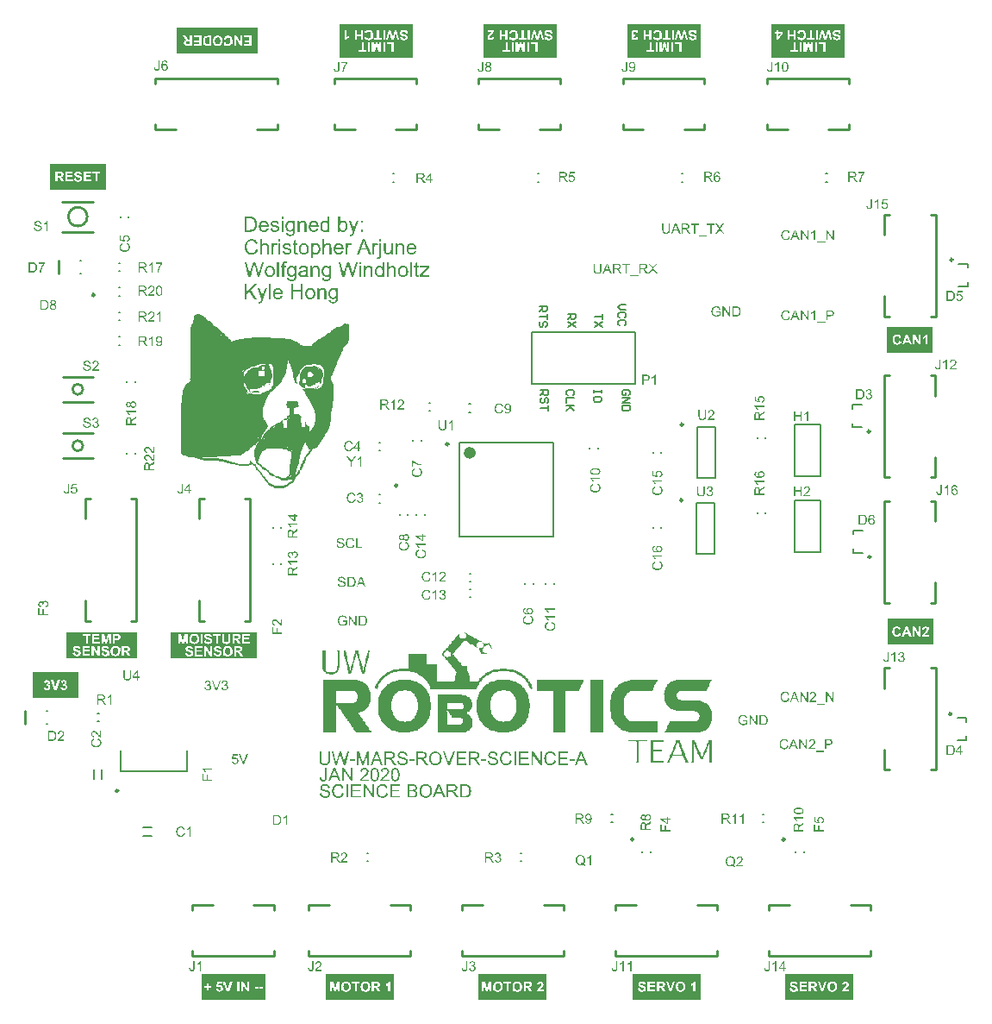
<source format=gto>
G04*
G04 #@! TF.GenerationSoftware,Altium Limited,Altium Designer,19.1.9 (167)*
G04*
G04 Layer_Color=65535*
%FSAX25Y25*%
%MOIN*%
G70*
G01*
G75*
%ADD10C,0.00984*%
%ADD11C,0.02362*%
%ADD12C,0.01000*%
%ADD13C,0.00984*%
%ADD14C,0.00787*%
%ADD15C,0.00500*%
G36*
X0074058Y0269737D02*
X0074643D01*
Y0269444D01*
X0074936D01*
Y0269151D01*
X0075522D01*
Y0268859D01*
X0075814D01*
Y0268566D01*
X0076400D01*
Y0268273D01*
X0076692D01*
Y0267980D01*
X0076985D01*
Y0267688D01*
X0077278D01*
Y0267395D01*
X0077571D01*
Y0267102D01*
X0078156D01*
Y0266810D01*
X0078449D01*
Y0266517D01*
X0078742D01*
Y0266224D01*
X0079034D01*
Y0265931D01*
X0079327D01*
Y0265638D01*
X0079620D01*
Y0265346D01*
X0080205D01*
Y0265053D01*
X0080498D01*
Y0264760D01*
X0080791D01*
Y0264468D01*
X0081084D01*
Y0264175D01*
X0081669D01*
Y0263882D01*
X0081962D01*
Y0263589D01*
X0082254D01*
Y0263297D01*
X0082547D01*
Y0263004D01*
X0082840D01*
Y0262711D01*
X0083133D01*
Y0262419D01*
X0083425D01*
Y0262126D01*
X0083718D01*
Y0261833D01*
X0084011D01*
Y0261540D01*
X0084303D01*
Y0261248D01*
X0084889D01*
Y0260955D01*
X0085182D01*
Y0260662D01*
Y0260369D01*
X0085474D01*
Y0260077D01*
X0085767D01*
Y0259784D01*
X0086060D01*
Y0259491D01*
X0086353D01*
Y0259198D01*
X0086938D01*
Y0259491D01*
X0087816D01*
Y0259784D01*
X0089280D01*
Y0260077D01*
X0090451D01*
Y0260369D01*
X0091329D01*
Y0260662D01*
X0094256D01*
Y0260955D01*
X0101575D01*
Y0260662D01*
X0107137D01*
Y0260369D01*
X0108308D01*
Y0260077D01*
X0109478D01*
Y0259784D01*
X0110357D01*
Y0259491D01*
X0110942D01*
Y0259198D01*
X0111820D01*
Y0258906D01*
X0112113D01*
Y0258613D01*
X0112698D01*
Y0258320D01*
X0112991D01*
Y0258028D01*
X0113869D01*
Y0257735D01*
X0114455D01*
Y0257442D01*
X0115040D01*
Y0257149D01*
X0115333D01*
Y0257442D01*
X0116211D01*
Y0257735D01*
X0116797D01*
Y0257442D01*
X0117089D01*
Y0257735D01*
X0117382D01*
Y0258028D01*
X0117675D01*
Y0258320D01*
X0117968D01*
Y0258613D01*
X0118260D01*
Y0258906D01*
X0118846D01*
Y0259198D01*
X0119139D01*
Y0259491D01*
X0119431D01*
Y0259784D01*
X0120017D01*
Y0260077D01*
X0120309D01*
Y0260369D01*
X0120895D01*
Y0260662D01*
X0121188D01*
Y0260955D01*
X0121773D01*
Y0261248D01*
X0122359D01*
Y0261540D01*
X0122944D01*
Y0261833D01*
X0123237D01*
Y0262126D01*
X0123530D01*
Y0262419D01*
X0124115D01*
Y0262711D01*
X0124408D01*
Y0263004D01*
X0124700D01*
Y0263297D01*
X0124993D01*
Y0263589D01*
X0125579D01*
Y0263882D01*
X0125871D01*
Y0264175D01*
X0126457D01*
Y0264468D01*
X0126750D01*
Y0264760D01*
X0127628D01*
Y0265053D01*
X0128506D01*
Y0265346D01*
X0129091D01*
Y0265638D01*
X0129677D01*
Y0265931D01*
X0129970D01*
Y0266224D01*
X0130848D01*
Y0265931D01*
X0131140D01*
Y0266224D01*
X0131433D01*
Y0265931D01*
X0131726D01*
Y0265638D01*
X0132019D01*
Y0265346D01*
Y0265053D01*
Y0264760D01*
Y0264468D01*
Y0264175D01*
Y0263882D01*
Y0263589D01*
Y0263297D01*
Y0263004D01*
Y0262711D01*
Y0262419D01*
Y0262126D01*
Y0261833D01*
Y0261540D01*
Y0261248D01*
Y0260955D01*
Y0260662D01*
Y0260369D01*
Y0260077D01*
Y0259784D01*
X0131726D01*
Y0259491D01*
X0131433D01*
Y0259198D01*
Y0258906D01*
Y0258613D01*
X0131140D01*
Y0258320D01*
X0130848D01*
Y0258028D01*
X0130555D01*
Y0257735D01*
X0130262D01*
Y0257442D01*
Y0257149D01*
X0129970D01*
Y0256857D01*
X0129677D01*
Y0256564D01*
Y0256271D01*
X0129384D01*
Y0255978D01*
Y0255686D01*
X0129091D01*
Y0255393D01*
Y0255100D01*
X0128799D01*
Y0254807D01*
Y0254515D01*
Y0254222D01*
X0128506D01*
Y0253929D01*
Y0253637D01*
X0128213D01*
Y0253344D01*
Y0253051D01*
Y0252758D01*
X0127920D01*
Y0252466D01*
Y0252173D01*
X0127628D01*
Y0251880D01*
Y0251587D01*
X0127335D01*
Y0251295D01*
Y0251002D01*
Y0250709D01*
X0127042D01*
Y0250416D01*
Y0250124D01*
X0126750D01*
Y0249831D01*
Y0249538D01*
X0126457D01*
Y0249246D01*
Y0248953D01*
X0126164D01*
Y0248660D01*
Y0248367D01*
Y0248075D01*
Y0247782D01*
X0125871D01*
Y0247489D01*
Y0247197D01*
X0125579D01*
Y0246904D01*
Y0246611D01*
Y0246318D01*
X0125286D01*
Y0246026D01*
X0124993D01*
Y0245733D01*
X0124700D01*
Y0245440D01*
Y0245147D01*
Y0244855D01*
X0124993D01*
Y0244562D01*
Y0244269D01*
X0125286D01*
Y0243976D01*
Y0243684D01*
X0125579D01*
Y0243391D01*
Y0243098D01*
Y0242806D01*
X0125871D01*
Y0242513D01*
Y0242220D01*
Y0241927D01*
Y0241635D01*
Y0241342D01*
Y0241049D01*
Y0240756D01*
Y0240464D01*
Y0240171D01*
Y0239878D01*
Y0239585D01*
Y0239293D01*
Y0239000D01*
Y0238707D01*
Y0238415D01*
Y0238122D01*
Y0237829D01*
Y0237536D01*
Y0237244D01*
Y0236951D01*
Y0236658D01*
Y0236365D01*
X0125579D01*
Y0236073D01*
Y0235780D01*
Y0235487D01*
Y0235194D01*
Y0234902D01*
Y0234609D01*
Y0234316D01*
Y0234024D01*
Y0233731D01*
Y0233438D01*
X0125286D01*
Y0233145D01*
Y0232853D01*
Y0232560D01*
Y0232267D01*
X0124993D01*
Y0231975D01*
Y0231682D01*
Y0231389D01*
Y0231096D01*
Y0230803D01*
Y0230511D01*
Y0230218D01*
Y0229925D01*
X0124700D01*
Y0229633D01*
Y0229340D01*
Y0229047D01*
Y0228754D01*
Y0228462D01*
Y0228169D01*
X0124408D01*
Y0227876D01*
Y0227584D01*
Y0227291D01*
Y0226998D01*
Y0226705D01*
Y0226413D01*
X0124115D01*
Y0226120D01*
Y0225827D01*
Y0225534D01*
X0123822D01*
Y0225242D01*
Y0224949D01*
X0123530D01*
Y0224656D01*
Y0224363D01*
X0123237D01*
Y0224071D01*
Y0223778D01*
X0122944D01*
Y0223485D01*
X0122651D01*
Y0223193D01*
Y0222900D01*
X0122359D01*
Y0222607D01*
X0122066D01*
Y0222314D01*
X0121773D01*
Y0222022D01*
Y0221729D01*
X0121480D01*
Y0221436D01*
Y0221143D01*
X0121188D01*
Y0220851D01*
Y0220558D01*
X0120895D01*
Y0220265D01*
X0120602D01*
Y0219972D01*
Y0219680D01*
X0120309D01*
Y0219387D01*
Y0219094D01*
X0120017D01*
Y0218802D01*
X0119724D01*
Y0218509D01*
X0119431D01*
Y0218216D01*
X0118846D01*
Y0217923D01*
X0117968D01*
Y0217631D01*
X0117675D01*
Y0217338D01*
X0117382D01*
Y0217045D01*
X0117089D01*
Y0216752D01*
Y0216460D01*
X0116797D01*
Y0216167D01*
Y0215874D01*
X0116504D01*
Y0215581D01*
X0116211D01*
Y0215289D01*
X0115919D01*
Y0214996D01*
X0115626D01*
Y0214703D01*
Y0214411D01*
X0115333D01*
Y0214118D01*
Y0213825D01*
Y0213532D01*
X0115040D01*
Y0213240D01*
X0114748D01*
Y0212947D01*
Y0212654D01*
Y0212362D01*
X0114455D01*
Y0212069D01*
Y0211776D01*
X0114162D01*
Y0211483D01*
Y0211191D01*
Y0210898D01*
X0113869D01*
Y0210605D01*
Y0210312D01*
X0113577D01*
Y0210020D01*
Y0209727D01*
X0113284D01*
Y0209434D01*
X0112991D01*
Y0209141D01*
Y0208849D01*
X0112698D01*
Y0208556D01*
Y0208263D01*
X0112406D01*
Y0207970D01*
X0112113D01*
Y0207678D01*
X0111820D01*
Y0207385D01*
Y0207092D01*
X0111528D01*
Y0206800D01*
X0111235D01*
Y0206507D01*
Y0206214D01*
X0110942D01*
Y0205921D01*
Y0205629D01*
X0110649D01*
Y0205336D01*
Y0205043D01*
Y0204750D01*
X0110064D01*
Y0204458D01*
X0109478D01*
Y0204165D01*
X0108893D01*
Y0203872D01*
X0108600D01*
Y0203579D01*
X0108308D01*
Y0203287D01*
X0107429D01*
Y0202994D01*
X0106844D01*
Y0202701D01*
X0102746D01*
Y0202994D01*
X0102453D01*
Y0203287D01*
X0101575D01*
Y0203579D01*
X0100989D01*
Y0203872D01*
X0100404D01*
Y0204165D01*
Y0204458D01*
X0100111D01*
Y0204750D01*
X0099818D01*
Y0205043D01*
Y0205336D01*
X0099525D01*
Y0205629D01*
X0099233D01*
Y0205921D01*
Y0206214D01*
X0098940D01*
Y0206507D01*
X0098647D01*
Y0206800D01*
X0098355D01*
Y0207092D01*
Y0207385D01*
X0098062D01*
Y0207678D01*
X0097769D01*
Y0207970D01*
X0097476D01*
Y0208263D01*
Y0208556D01*
X0097184D01*
Y0208849D01*
X0096891D01*
Y0209141D01*
X0096598D01*
Y0209434D01*
X0096306D01*
Y0209727D01*
X0096013D01*
Y0210020D01*
Y0210312D01*
X0095720D01*
Y0210605D01*
X0095427D01*
Y0210898D01*
Y0211191D01*
X0094842D01*
Y0211483D01*
X0094549D01*
Y0211776D01*
X0094256D01*
Y0211483D01*
X0093085D01*
Y0211191D01*
X0089280D01*
Y0211483D01*
X0087816D01*
Y0211776D01*
X0086645D01*
Y0212069D01*
X0085767D01*
Y0212362D01*
X0084596D01*
Y0212654D01*
X0083425D01*
Y0212947D01*
X0081669D01*
Y0213240D01*
X0075522D01*
Y0213532D01*
X0074058D01*
Y0213825D01*
X0073180D01*
Y0214118D01*
X0072302D01*
Y0214411D01*
X0071423D01*
Y0214703D01*
X0069667D01*
Y0214996D01*
X0068789D01*
Y0215289D01*
X0067618D01*
Y0215581D01*
X0067325D01*
Y0215874D01*
X0066740D01*
Y0216167D01*
Y0216460D01*
Y0216752D01*
Y0217045D01*
Y0217338D01*
Y0217631D01*
Y0217923D01*
Y0218216D01*
Y0218509D01*
Y0218802D01*
Y0219094D01*
Y0219387D01*
Y0219680D01*
Y0219972D01*
Y0220265D01*
Y0220558D01*
Y0220851D01*
Y0221143D01*
Y0221436D01*
Y0221729D01*
Y0222022D01*
Y0222314D01*
Y0222607D01*
Y0222900D01*
Y0223193D01*
Y0223485D01*
Y0223778D01*
Y0224071D01*
Y0224363D01*
Y0224656D01*
Y0224949D01*
Y0225242D01*
Y0225534D01*
Y0225827D01*
Y0226120D01*
Y0226413D01*
Y0226705D01*
Y0226998D01*
Y0227291D01*
Y0227584D01*
Y0227876D01*
Y0228169D01*
Y0228462D01*
Y0228754D01*
Y0229047D01*
Y0229340D01*
Y0229633D01*
Y0229925D01*
Y0230218D01*
Y0230511D01*
Y0230803D01*
Y0231096D01*
Y0231389D01*
Y0231682D01*
Y0231975D01*
Y0232267D01*
Y0232560D01*
Y0232853D01*
Y0233145D01*
Y0233438D01*
Y0233731D01*
Y0234024D01*
Y0234316D01*
Y0234609D01*
Y0234902D01*
Y0235194D01*
Y0235487D01*
X0067032D01*
Y0235780D01*
Y0236073D01*
Y0236365D01*
Y0236658D01*
Y0236951D01*
Y0237244D01*
Y0237536D01*
X0067325D01*
Y0237829D01*
Y0238122D01*
Y0238415D01*
Y0238707D01*
X0067618D01*
Y0239000D01*
Y0239293D01*
Y0239585D01*
Y0239878D01*
Y0240171D01*
Y0240464D01*
X0067911D01*
Y0240756D01*
Y0241049D01*
Y0241342D01*
X0068203D01*
Y0241635D01*
Y0241927D01*
X0068496D01*
Y0242220D01*
Y0242513D01*
X0068789D01*
Y0242806D01*
X0069081D01*
Y0243098D01*
X0069374D01*
Y0243391D01*
X0069960D01*
Y0243684D01*
X0070252D01*
Y0243976D01*
X0070545D01*
Y0244269D01*
Y0244562D01*
X0070252D01*
Y0244855D01*
X0070545D01*
Y0245147D01*
Y0245440D01*
Y0245733D01*
Y0246026D01*
Y0246318D01*
Y0246611D01*
Y0246904D01*
Y0247197D01*
Y0247489D01*
Y0247782D01*
Y0248075D01*
Y0248367D01*
Y0248660D01*
Y0248953D01*
Y0249246D01*
Y0249538D01*
Y0249831D01*
Y0250124D01*
Y0250416D01*
Y0250709D01*
Y0251002D01*
Y0251295D01*
Y0251587D01*
Y0251880D01*
Y0252173D01*
Y0252466D01*
Y0252758D01*
Y0253051D01*
Y0253344D01*
Y0253637D01*
Y0253929D01*
Y0254222D01*
Y0254515D01*
Y0254807D01*
Y0255100D01*
Y0255393D01*
Y0255686D01*
Y0255978D01*
Y0256271D01*
Y0256564D01*
Y0256857D01*
Y0257149D01*
Y0257442D01*
Y0257735D01*
Y0258028D01*
Y0258320D01*
Y0258613D01*
Y0258906D01*
Y0259198D01*
Y0259491D01*
Y0259784D01*
Y0260077D01*
Y0260369D01*
Y0260662D01*
Y0260955D01*
Y0261248D01*
Y0261540D01*
Y0261833D01*
Y0262126D01*
Y0262419D01*
Y0262711D01*
Y0263004D01*
Y0263297D01*
Y0263589D01*
Y0263882D01*
Y0264175D01*
Y0264468D01*
Y0264760D01*
X0070838D01*
Y0265053D01*
Y0265346D01*
Y0265638D01*
Y0265931D01*
X0071131D01*
Y0266224D01*
X0071423D01*
Y0266517D01*
Y0266810D01*
Y0267102D01*
Y0267395D01*
Y0267688D01*
X0071716D01*
Y0267980D01*
Y0268273D01*
Y0268566D01*
X0072009D01*
Y0268859D01*
Y0269151D01*
X0072302D01*
Y0269444D01*
X0072594D01*
Y0269737D01*
X0072887D01*
Y0270029D01*
X0074058D01*
Y0269737D01*
D02*
G37*
G36*
X0176869Y0146529D02*
X0177390D01*
Y0146269D01*
X0177910D01*
Y0146009D01*
X0178171D01*
Y0145749D01*
X0178691D01*
Y0145488D01*
X0179212D01*
Y0145228D01*
X0179732D01*
Y0144968D01*
X0180253D01*
Y0144707D01*
X0180773D01*
Y0144447D01*
X0181294D01*
Y0144187D01*
X0181554D01*
Y0143927D01*
X0182075D01*
Y0143666D01*
X0182596D01*
Y0143406D01*
X0183116D01*
Y0143146D01*
X0181815D01*
Y0142885D01*
X0181554D01*
Y0142625D01*
X0181294D01*
Y0142365D01*
Y0142104D01*
Y0141844D01*
Y0141584D01*
Y0141324D01*
X0181554D01*
Y0141063D01*
X0182075D01*
Y0140803D01*
X0183116D01*
Y0141063D01*
X0183637D01*
Y0141324D01*
X0183897D01*
Y0141063D01*
Y0140803D01*
Y0140543D01*
X0183637D01*
Y0140282D01*
Y0140022D01*
Y0139762D01*
Y0139502D01*
Y0139241D01*
X0184157D01*
Y0138981D01*
X0185198D01*
Y0138721D01*
X0182856D01*
Y0138981D01*
Y0139241D01*
X0182596D01*
Y0139502D01*
Y0139762D01*
Y0140022D01*
X0182335D01*
Y0140282D01*
Y0140543D01*
X0182075D01*
Y0140803D01*
X0181554D01*
Y0141063D01*
X0181034D01*
Y0141324D01*
X0180513D01*
Y0141584D01*
X0180253D01*
Y0141844D01*
X0179732D01*
Y0142104D01*
X0179212D01*
Y0142365D01*
X0178691D01*
Y0142625D01*
X0178171D01*
Y0142885D01*
X0177910D01*
Y0143146D01*
X0177390D01*
Y0143406D01*
X0176869D01*
Y0143666D01*
X0176348D01*
Y0143406D01*
X0176088D01*
Y0143146D01*
X0175828D01*
Y0142885D01*
X0175568D01*
Y0142625D01*
X0175307D01*
Y0142365D01*
Y0142104D01*
X0175047D01*
Y0141844D01*
X0174787D01*
Y0141584D01*
X0174526D01*
Y0141324D01*
X0174266D01*
Y0141063D01*
X0174006D01*
Y0140803D01*
X0173746D01*
Y0140543D01*
X0173485D01*
Y0140282D01*
X0173225D01*
Y0140022D01*
Y0139762D01*
X0172965D01*
Y0139502D01*
X0172704D01*
Y0139241D01*
X0172444D01*
Y0138981D01*
X0172184D01*
Y0138721D01*
X0171923D01*
Y0138460D01*
Y0138200D01*
X0172444D01*
Y0137940D01*
Y0137679D01*
X0172704D01*
Y0137419D01*
X0172965D01*
Y0137159D01*
X0173225D01*
Y0136899D01*
X0173485D01*
Y0136638D01*
X0173746D01*
Y0136378D01*
Y0136118D01*
X0174006D01*
Y0135857D01*
X0174266D01*
Y0135597D01*
X0174526D01*
Y0135337D01*
X0174787D01*
Y0135076D01*
X0175047D01*
Y0134816D01*
Y0134556D01*
X0175307D01*
Y0134296D01*
X0175568D01*
Y0134035D01*
X0175828D01*
Y0133775D01*
X0177390D01*
Y0133515D01*
Y0133254D01*
Y0132994D01*
X0177650D01*
Y0132734D01*
Y0132474D01*
Y0132213D01*
Y0131953D01*
X0177910D01*
Y0131693D01*
Y0131432D01*
Y0131172D01*
X0178171D01*
Y0130912D01*
Y0130651D01*
Y0130391D01*
Y0130131D01*
X0178431D01*
Y0129871D01*
Y0129610D01*
Y0129350D01*
Y0129090D01*
X0178691D01*
Y0128829D01*
Y0128569D01*
Y0128309D01*
Y0128049D01*
X0178952D01*
Y0127788D01*
X0181554D01*
Y0128049D01*
X0181815D01*
Y0128309D01*
X0182075D01*
Y0128569D01*
X0182335D01*
Y0128829D01*
Y0129090D01*
X0182596D01*
Y0129350D01*
X0182856D01*
Y0129610D01*
X0183116D01*
Y0129871D01*
X0183377D01*
Y0130131D01*
X0183637D01*
Y0130391D01*
X0184157D01*
Y0130651D01*
X0184418D01*
Y0130912D01*
X0184678D01*
Y0131172D01*
X0185198D01*
Y0131432D01*
X0185719D01*
Y0131693D01*
X0186240D01*
Y0131953D01*
X0186760D01*
Y0132213D01*
X0187541D01*
Y0132474D01*
X0188322D01*
Y0132734D01*
X0190144D01*
Y0132994D01*
X0193007D01*
Y0132734D01*
X0194829D01*
Y0132474D01*
X0195610D01*
Y0132213D01*
X0196391D01*
Y0131953D01*
X0197172D01*
Y0131693D01*
X0197432D01*
Y0131432D01*
X0197953D01*
Y0131172D01*
X0198474D01*
Y0130912D01*
X0198734D01*
Y0130651D01*
X0199254D01*
Y0130391D01*
X0199515D01*
Y0130131D01*
X0199775D01*
Y0129871D01*
X0200035D01*
Y0129610D01*
X0200296D01*
Y0129350D01*
X0200556D01*
Y0129090D01*
X0200816D01*
Y0128829D01*
X0201077D01*
Y0128569D01*
X0201337D01*
Y0128309D01*
Y0128049D01*
X0201597D01*
Y0127788D01*
X0201857D01*
Y0127528D01*
Y0127268D01*
X0202118D01*
Y0127007D01*
Y0126747D01*
X0202378D01*
Y0126487D01*
X0202638D01*
Y0126226D01*
Y0125966D01*
Y0125706D01*
X0202899D01*
Y0125446D01*
Y0125185D01*
X0202378D01*
Y0124925D01*
X0202118D01*
Y0125185D01*
X0201857D01*
Y0125446D01*
Y0125706D01*
X0201597D01*
Y0125966D01*
Y0126226D01*
X0201337D01*
Y0126487D01*
Y0126747D01*
X0201077D01*
Y0127007D01*
Y0127268D01*
X0200816D01*
Y0127528D01*
X0200556D01*
Y0127788D01*
Y0128049D01*
X0200296D01*
Y0128309D01*
X0200035D01*
Y0128569D01*
X0199775D01*
Y0128829D01*
X0199515D01*
Y0129090D01*
X0199254D01*
Y0129350D01*
X0198994D01*
Y0129610D01*
X0198734D01*
Y0129871D01*
X0198213D01*
Y0130131D01*
X0197953D01*
Y0130391D01*
X0197432D01*
Y0130651D01*
X0196912D01*
Y0130912D01*
X0196391D01*
Y0131172D01*
X0195871D01*
Y0131432D01*
X0195090D01*
Y0131693D01*
X0193788D01*
Y0131953D01*
X0189363D01*
Y0131693D01*
X0188062D01*
Y0131432D01*
X0187281D01*
Y0131172D01*
X0186760D01*
Y0130912D01*
X0186240D01*
Y0130651D01*
X0185719D01*
Y0130391D01*
X0185198D01*
Y0130131D01*
X0184938D01*
Y0129871D01*
X0184678D01*
Y0129610D01*
X0184157D01*
Y0129350D01*
X0183897D01*
Y0129090D01*
X0183637D01*
Y0128829D01*
X0183377D01*
Y0128569D01*
X0183116D01*
Y0128309D01*
Y0128049D01*
X0182856D01*
Y0127788D01*
X0182596D01*
Y0127528D01*
X0182335D01*
Y0127268D01*
Y0127007D01*
X0182075D01*
Y0126747D01*
Y0126487D01*
X0181815D01*
Y0126226D01*
X0181554D01*
Y0125966D01*
Y0125706D01*
Y0125446D01*
X0181294D01*
Y0125185D01*
Y0124925D01*
X0163334D01*
Y0125185D01*
Y0125446D01*
Y0125706D01*
X0163074D01*
Y0125966D01*
Y0126226D01*
X0162813D01*
Y0126487D01*
Y0126747D01*
X0162553D01*
Y0127007D01*
Y0127268D01*
X0162293D01*
Y0127528D01*
X0162032D01*
Y0127788D01*
X0161772D01*
Y0128049D01*
Y0128309D01*
X0161512D01*
Y0128569D01*
X0161251D01*
Y0128829D01*
X0160991D01*
Y0129090D01*
X0160731D01*
Y0129350D01*
X0160471D01*
Y0129610D01*
X0160210D01*
Y0129871D01*
X0159690D01*
Y0130131D01*
X0159429D01*
Y0130391D01*
X0158909D01*
Y0130651D01*
X0158388D01*
Y0130912D01*
X0158128D01*
Y0131172D01*
X0157347D01*
Y0131432D01*
X0156566D01*
Y0131693D01*
X0155525D01*
Y0131953D01*
X0150579D01*
Y0131693D01*
X0149538D01*
Y0131432D01*
X0148757D01*
Y0131172D01*
X0147976D01*
Y0130912D01*
X0147456D01*
Y0130651D01*
X0146935D01*
Y0130391D01*
X0146675D01*
Y0130131D01*
X0146415D01*
Y0129871D01*
X0145894D01*
Y0129610D01*
X0145634D01*
Y0129350D01*
X0145373D01*
Y0129090D01*
X0145113D01*
Y0128829D01*
X0144853D01*
Y0128569D01*
X0144593D01*
Y0128309D01*
X0144332D01*
Y0128049D01*
Y0127788D01*
X0144072D01*
Y0127528D01*
X0143812D01*
Y0127268D01*
X0143551D01*
Y0127007D01*
Y0126747D01*
X0143291D01*
Y0126487D01*
Y0126226D01*
X0143031D01*
Y0125966D01*
Y0125706D01*
X0142771D01*
Y0125446D01*
Y0125185D01*
Y0124925D01*
X0142510D01*
Y0125185D01*
X0141729D01*
Y0125446D01*
Y0125706D01*
X0141990D01*
Y0125966D01*
Y0126226D01*
X0142250D01*
Y0126487D01*
Y0126747D01*
X0142510D01*
Y0127007D01*
Y0127268D01*
X0142771D01*
Y0127528D01*
Y0127788D01*
X0143031D01*
Y0128049D01*
X0143291D01*
Y0128309D01*
X0143551D01*
Y0128569D01*
Y0128829D01*
X0143812D01*
Y0129090D01*
X0144072D01*
Y0129350D01*
X0144332D01*
Y0129610D01*
X0144593D01*
Y0129871D01*
X0144853D01*
Y0130131D01*
X0145113D01*
Y0130391D01*
X0145373D01*
Y0130651D01*
X0145894D01*
Y0130912D01*
X0146154D01*
Y0131172D01*
X0146415D01*
Y0131432D01*
X0146935D01*
Y0131693D01*
X0147456D01*
Y0131953D01*
X0148237D01*
Y0132213D01*
X0148757D01*
Y0132474D01*
X0149799D01*
Y0132734D01*
X0151100D01*
Y0132994D01*
X0154744D01*
Y0133254D01*
Y0133515D01*
Y0133775D01*
Y0134035D01*
Y0134296D01*
Y0134556D01*
Y0134816D01*
Y0135076D01*
Y0135337D01*
Y0135597D01*
Y0135857D01*
Y0136118D01*
Y0136378D01*
Y0136638D01*
Y0136899D01*
Y0137159D01*
Y0137419D01*
Y0137679D01*
Y0137940D01*
X0155004D01*
Y0138200D01*
Y0138460D01*
X0154744D01*
Y0138721D01*
X0161772D01*
Y0138460D01*
Y0138200D01*
Y0137940D01*
Y0137679D01*
Y0137419D01*
Y0137159D01*
Y0136899D01*
Y0136638D01*
Y0136378D01*
Y0136118D01*
Y0135857D01*
Y0135597D01*
Y0135337D01*
Y0135076D01*
Y0134816D01*
Y0134556D01*
X0165937D01*
Y0134296D01*
Y0134035D01*
Y0133775D01*
Y0133515D01*
Y0133254D01*
Y0132994D01*
Y0132734D01*
Y0132474D01*
Y0132213D01*
Y0131953D01*
Y0131693D01*
Y0131432D01*
Y0131172D01*
Y0130912D01*
Y0130651D01*
Y0130391D01*
Y0130131D01*
Y0129871D01*
Y0129610D01*
Y0129350D01*
Y0129090D01*
Y0128829D01*
Y0128569D01*
Y0128309D01*
Y0128049D01*
X0169841D01*
Y0127788D01*
X0170101D01*
Y0128049D01*
X0170362D01*
Y0127788D01*
X0170622D01*
Y0128049D01*
X0170882D01*
Y0127788D01*
X0171143D01*
Y0128049D01*
X0171403D01*
Y0127788D01*
X0172444D01*
Y0128049D01*
Y0128309D01*
X0172704D01*
Y0128569D01*
Y0128829D01*
Y0129090D01*
Y0129350D01*
X0172965D01*
Y0129610D01*
Y0129871D01*
Y0130131D01*
Y0130391D01*
X0173225D01*
Y0130651D01*
Y0130912D01*
Y0131172D01*
X0173485D01*
Y0131432D01*
Y0131693D01*
X0173225D01*
Y0131953D01*
X0172965D01*
Y0132213D01*
X0172704D01*
Y0132474D01*
Y0132734D01*
X0172444D01*
Y0132994D01*
X0172184D01*
Y0133254D01*
X0171923D01*
Y0133515D01*
X0171663D01*
Y0133775D01*
X0171403D01*
Y0134035D01*
Y0134296D01*
X0171143D01*
Y0134556D01*
X0170882D01*
Y0134816D01*
X0170622D01*
Y0135076D01*
X0170362D01*
Y0135337D01*
X0170101D01*
Y0135597D01*
Y0135857D01*
X0169841D01*
Y0136118D01*
X0169581D01*
Y0136378D01*
X0169321D01*
Y0136638D01*
X0169060D01*
Y0136899D01*
X0168800D01*
Y0137159D01*
Y0137419D01*
X0168540D01*
Y0137679D01*
X0168279D01*
Y0137940D01*
X0168019D01*
Y0138200D01*
Y0138460D01*
Y0138721D01*
Y0138981D01*
X0168279D01*
Y0139241D01*
Y0139502D01*
X0168540D01*
Y0139762D01*
X0168800D01*
Y0140022D01*
X0169060D01*
Y0140282D01*
X0169321D01*
Y0140543D01*
X0169581D01*
Y0140803D01*
X0169841D01*
Y0141063D01*
X0170101D01*
Y0141324D01*
Y0141584D01*
X0170362D01*
Y0141844D01*
X0170622D01*
Y0142104D01*
X0170882D01*
Y0142365D01*
X0171143D01*
Y0142625D01*
X0171403D01*
Y0142885D01*
X0171663D01*
Y0143146D01*
Y0143406D01*
X0171923D01*
Y0143666D01*
X0172184D01*
Y0143927D01*
X0172444D01*
Y0144187D01*
X0172704D01*
Y0144447D01*
X0172965D01*
Y0144707D01*
Y0144968D01*
X0173225D01*
Y0145228D01*
X0173485D01*
Y0145488D01*
X0173746D01*
Y0145749D01*
X0174006D01*
Y0146009D01*
X0174266D01*
Y0146269D01*
X0174526D01*
Y0146009D01*
Y0145749D01*
Y0145488D01*
Y0145228D01*
Y0144968D01*
X0174787D01*
Y0144707D01*
X0175047D01*
Y0144447D01*
X0176609D01*
Y0144707D01*
X0176869D01*
Y0144968D01*
X0177129D01*
Y0145228D01*
Y0145488D01*
Y0145749D01*
Y0146009D01*
Y0146269D01*
X0176869D01*
Y0146529D01*
X0176609D01*
Y0146790D01*
X0176869D01*
Y0146529D01*
D02*
G37*
G36*
X0183637Y0142885D02*
X0183897D01*
Y0142625D01*
X0185719D01*
Y0142885D01*
X0186240D01*
Y0142625D01*
Y0142365D01*
X0186500D01*
Y0142104D01*
Y0141844D01*
X0186760D01*
Y0141584D01*
Y0141324D01*
X0187021D01*
Y0141063D01*
Y0140803D01*
X0187281D01*
Y0140543D01*
X0187021D01*
Y0140803D01*
X0186760D01*
Y0141063D01*
X0186500D01*
Y0141324D01*
Y0141584D01*
X0186240D01*
Y0141844D01*
X0185979D01*
Y0142104D01*
X0185459D01*
Y0141844D01*
X0184938D01*
Y0141584D01*
X0184157D01*
Y0141324D01*
X0183897D01*
Y0141584D01*
Y0141844D01*
Y0142104D01*
Y0142365D01*
Y0142625D01*
X0183637D01*
Y0142885D01*
X0183377D01*
Y0143146D01*
X0183637D01*
Y0142885D01*
D02*
G37*
G36*
X0139907Y0139762D02*
Y0139502D01*
Y0139241D01*
X0139647D01*
Y0138981D01*
Y0138721D01*
Y0138460D01*
Y0138200D01*
X0139387D01*
Y0137940D01*
Y0137679D01*
Y0137419D01*
Y0137159D01*
Y0136899D01*
X0139126D01*
Y0136638D01*
Y0136378D01*
Y0136118D01*
Y0135857D01*
X0138866D01*
Y0135597D01*
Y0135337D01*
Y0135076D01*
Y0134816D01*
X0138606D01*
Y0134556D01*
Y0134296D01*
Y0134035D01*
Y0133775D01*
Y0133515D01*
X0138346D01*
Y0133254D01*
Y0132994D01*
Y0132734D01*
Y0132474D01*
X0138085D01*
Y0132213D01*
Y0131953D01*
Y0131693D01*
Y0131432D01*
X0137825D01*
Y0131172D01*
Y0130912D01*
X0136784D01*
Y0131172D01*
Y0131432D01*
Y0131693D01*
X0136523D01*
Y0131953D01*
Y0132213D01*
Y0132474D01*
Y0132734D01*
X0136263D01*
Y0132994D01*
Y0133254D01*
Y0133515D01*
Y0133775D01*
X0136003D01*
Y0134035D01*
Y0134296D01*
Y0134556D01*
Y0134816D01*
X0135743D01*
Y0135076D01*
Y0135337D01*
Y0135597D01*
Y0135857D01*
X0135482D01*
Y0136118D01*
Y0136378D01*
Y0136638D01*
Y0136899D01*
X0135222D01*
Y0137159D01*
Y0137419D01*
Y0137679D01*
Y0137940D01*
X0134962D01*
Y0138200D01*
Y0138460D01*
Y0138721D01*
X0134441D01*
Y0138460D01*
Y0138200D01*
Y0137940D01*
Y0137679D01*
Y0137419D01*
Y0137159D01*
X0134181D01*
Y0136899D01*
Y0136638D01*
Y0136378D01*
Y0136118D01*
X0133921D01*
Y0135857D01*
Y0135597D01*
Y0135337D01*
Y0135076D01*
X0133660D01*
Y0134816D01*
Y0134556D01*
Y0134296D01*
X0133400D01*
Y0134035D01*
Y0133775D01*
Y0133515D01*
Y0133254D01*
X0133140D01*
Y0132994D01*
Y0132734D01*
Y0132474D01*
Y0132213D01*
X0132879D01*
Y0131953D01*
Y0131693D01*
Y0131432D01*
Y0131172D01*
X0132619D01*
Y0130912D01*
X0131578D01*
Y0131172D01*
Y0131432D01*
Y0131693D01*
Y0131953D01*
Y0132213D01*
X0131318D01*
Y0132474D01*
Y0132734D01*
Y0132994D01*
Y0133254D01*
X0131057D01*
Y0133515D01*
Y0133775D01*
Y0134035D01*
Y0134296D01*
X0130797D01*
Y0134556D01*
Y0134816D01*
Y0135076D01*
Y0135337D01*
Y0135597D01*
X0130537D01*
Y0135857D01*
Y0136118D01*
Y0136378D01*
Y0136638D01*
X0130276D01*
Y0136899D01*
Y0137159D01*
Y0137419D01*
Y0137679D01*
X0130016D01*
Y0137940D01*
Y0138200D01*
Y0138460D01*
Y0138721D01*
Y0138981D01*
X0129756D01*
Y0139241D01*
Y0139502D01*
Y0139762D01*
Y0140022D01*
X0130537D01*
Y0139762D01*
Y0139502D01*
Y0139241D01*
X0130797D01*
Y0138981D01*
Y0138721D01*
Y0138460D01*
Y0138200D01*
Y0137940D01*
X0131057D01*
Y0137679D01*
Y0137419D01*
Y0137159D01*
Y0136899D01*
X0131318D01*
Y0136638D01*
Y0136378D01*
Y0136118D01*
Y0135857D01*
Y0135597D01*
X0131578D01*
Y0135337D01*
Y0135076D01*
Y0134816D01*
Y0134556D01*
X0131838D01*
Y0134296D01*
Y0134035D01*
Y0133775D01*
Y0133515D01*
X0132098D01*
Y0133254D01*
Y0132994D01*
Y0132734D01*
Y0132474D01*
Y0132213D01*
X0132359D01*
Y0132474D01*
X0132619D01*
Y0132734D01*
Y0132994D01*
Y0133254D01*
Y0133515D01*
Y0133775D01*
X0132879D01*
Y0134035D01*
Y0134296D01*
Y0134556D01*
X0133140D01*
Y0134816D01*
Y0135076D01*
Y0135337D01*
Y0135597D01*
X0133400D01*
Y0135857D01*
Y0136118D01*
Y0136378D01*
Y0136638D01*
X0133660D01*
Y0136899D01*
Y0137159D01*
Y0137419D01*
Y0137679D01*
X0133921D01*
Y0137940D01*
Y0138200D01*
Y0138460D01*
Y0138721D01*
X0134181D01*
Y0138981D01*
Y0139241D01*
Y0139502D01*
Y0139762D01*
X0134441D01*
Y0140022D01*
X0135222D01*
Y0139762D01*
X0135482D01*
Y0139502D01*
Y0139241D01*
Y0138981D01*
Y0138721D01*
X0135743D01*
Y0138460D01*
Y0138200D01*
Y0137940D01*
Y0137679D01*
X0136003D01*
Y0137419D01*
Y0137159D01*
Y0136899D01*
Y0136638D01*
X0136263D01*
Y0136378D01*
Y0136118D01*
Y0135857D01*
X0136523D01*
Y0135597D01*
Y0135337D01*
Y0135076D01*
Y0134816D01*
X0136784D01*
Y0134556D01*
Y0134296D01*
Y0134035D01*
Y0133775D01*
X0137044D01*
Y0133515D01*
Y0133254D01*
Y0132994D01*
Y0132734D01*
Y0132474D01*
X0137304D01*
Y0132213D01*
X0137565D01*
Y0132474D01*
Y0132734D01*
Y0132994D01*
Y0133254D01*
Y0133515D01*
X0137825D01*
Y0133775D01*
Y0134035D01*
Y0134296D01*
Y0134556D01*
X0138085D01*
Y0134816D01*
Y0135076D01*
Y0135337D01*
Y0135597D01*
X0138346D01*
Y0135857D01*
Y0136118D01*
Y0136378D01*
Y0136638D01*
Y0136899D01*
X0138606D01*
Y0137159D01*
Y0137419D01*
Y0137679D01*
Y0137940D01*
X0138866D01*
Y0138200D01*
Y0138460D01*
Y0138721D01*
Y0138981D01*
X0139126D01*
Y0139241D01*
Y0139502D01*
Y0139762D01*
Y0140022D01*
X0139907D01*
Y0139762D01*
D02*
G37*
G36*
X0128194D02*
Y0139502D01*
Y0139241D01*
Y0138981D01*
Y0138721D01*
Y0138460D01*
Y0138200D01*
Y0137940D01*
Y0137679D01*
Y0137419D01*
Y0137159D01*
Y0136899D01*
Y0136638D01*
Y0136378D01*
Y0136118D01*
Y0135857D01*
Y0135597D01*
Y0135337D01*
Y0135076D01*
Y0134816D01*
Y0134556D01*
Y0134296D01*
Y0134035D01*
Y0133775D01*
Y0133515D01*
Y0133254D01*
X0127934D01*
Y0132994D01*
Y0132734D01*
Y0132474D01*
Y0132213D01*
X0127673D01*
Y0131953D01*
Y0131693D01*
X0127413D01*
Y0131432D01*
X0127153D01*
Y0131172D01*
X0126632D01*
Y0130912D01*
X0125851D01*
Y0130651D01*
X0124029D01*
Y0130912D01*
X0122988D01*
Y0131172D01*
X0122728D01*
Y0131432D01*
X0122207D01*
Y0131693D01*
Y0131953D01*
X0121947D01*
Y0132213D01*
Y0132474D01*
Y0132734D01*
X0121687D01*
Y0132994D01*
Y0133254D01*
Y0133515D01*
Y0133775D01*
Y0134035D01*
Y0134296D01*
Y0134556D01*
Y0134816D01*
Y0135076D01*
Y0135337D01*
Y0135597D01*
Y0135857D01*
Y0136118D01*
Y0136378D01*
Y0136638D01*
Y0136899D01*
Y0137159D01*
Y0137419D01*
Y0137679D01*
Y0137940D01*
Y0138200D01*
Y0138460D01*
Y0138721D01*
Y0138981D01*
Y0139241D01*
Y0139502D01*
Y0139762D01*
Y0140022D01*
X0122728D01*
Y0139762D01*
Y0139502D01*
Y0139241D01*
Y0138981D01*
Y0138721D01*
Y0138460D01*
Y0138200D01*
Y0137940D01*
Y0137679D01*
Y0137419D01*
Y0137159D01*
Y0136899D01*
Y0136638D01*
Y0136378D01*
Y0136118D01*
Y0135857D01*
Y0135597D01*
Y0135337D01*
Y0135076D01*
Y0134816D01*
Y0134556D01*
Y0134296D01*
Y0134035D01*
Y0133775D01*
Y0133515D01*
Y0133254D01*
Y0132994D01*
Y0132734D01*
Y0132474D01*
X0122988D01*
Y0132213D01*
Y0131953D01*
X0123249D01*
Y0131693D01*
X0123769D01*
Y0131432D01*
X0126372D01*
Y0131693D01*
X0126632D01*
Y0131953D01*
X0126893D01*
Y0132213D01*
X0127153D01*
Y0132474D01*
Y0132734D01*
Y0132994D01*
Y0133254D01*
Y0133515D01*
Y0133775D01*
Y0134035D01*
X0127413D01*
Y0134296D01*
Y0134556D01*
Y0134816D01*
Y0135076D01*
Y0135337D01*
Y0135597D01*
Y0135857D01*
Y0136118D01*
Y0136378D01*
Y0136638D01*
Y0136899D01*
Y0137159D01*
Y0137419D01*
Y0137679D01*
Y0137940D01*
Y0138200D01*
Y0138460D01*
Y0138721D01*
Y0138981D01*
Y0139241D01*
Y0139502D01*
X0127153D01*
Y0139762D01*
X0127413D01*
Y0140022D01*
X0128194D01*
Y0139762D01*
D02*
G37*
G36*
X0272137Y0128309D02*
X0271877D01*
Y0128049D01*
Y0127788D01*
X0271616D01*
Y0127528D01*
Y0127268D01*
X0271356D01*
Y0127007D01*
Y0126747D01*
X0271096D01*
Y0126487D01*
Y0126226D01*
Y0125966D01*
X0270835D01*
Y0125706D01*
Y0125446D01*
X0270575D01*
Y0125185D01*
Y0124925D01*
X0270315D01*
Y0124665D01*
Y0124404D01*
X0259643D01*
Y0124144D01*
X0259382D01*
Y0123884D01*
X0259122D01*
Y0123624D01*
X0258862D01*
Y0123363D01*
Y0123103D01*
X0258601D01*
Y0122843D01*
Y0122582D01*
Y0122322D01*
Y0122062D01*
Y0121801D01*
X0258862D01*
Y0121541D01*
Y0121281D01*
X0259122D01*
Y0121021D01*
X0259382D01*
Y0120760D01*
X0260163D01*
Y0120500D01*
X0267712D01*
Y0120240D01*
X0268493D01*
Y0119979D01*
X0269274D01*
Y0119719D01*
X0269794D01*
Y0119459D01*
X0270055D01*
Y0119199D01*
X0270575D01*
Y0118938D01*
X0270835D01*
Y0118678D01*
X0271096D01*
Y0118418D01*
X0271356D01*
Y0118157D01*
Y0117897D01*
X0271616D01*
Y0117637D01*
Y0117376D01*
X0271877D01*
Y0117116D01*
Y0116856D01*
Y0116596D01*
X0272137D01*
Y0116335D01*
Y0116075D01*
Y0115815D01*
Y0115554D01*
Y0115294D01*
Y0115034D01*
Y0114773D01*
Y0114513D01*
Y0114253D01*
Y0113993D01*
Y0113732D01*
Y0113472D01*
Y0113212D01*
Y0112952D01*
Y0112691D01*
Y0112431D01*
X0271877D01*
Y0112171D01*
Y0111910D01*
Y0111650D01*
X0271616D01*
Y0111390D01*
Y0111129D01*
Y0110869D01*
X0271356D01*
Y0110609D01*
X0271096D01*
Y0110348D01*
Y0110088D01*
X0270835D01*
Y0109828D01*
X0270575D01*
Y0109568D01*
X0270315D01*
Y0109307D01*
X0269794D01*
Y0109047D01*
X0269534D01*
Y0108787D01*
X0268753D01*
Y0108527D01*
X0267972D01*
Y0108266D01*
X0253916D01*
Y0108527D01*
X0254176D01*
Y0108787D01*
Y0109047D01*
X0254437D01*
Y0109307D01*
Y0109568D01*
X0254697D01*
Y0109828D01*
Y0110088D01*
Y0110348D01*
X0254957D01*
Y0110609D01*
Y0110869D01*
X0255218D01*
Y0111129D01*
Y0111390D01*
X0255478D01*
Y0111650D01*
Y0111910D01*
X0255738D01*
Y0112171D01*
Y0112431D01*
X0266150D01*
Y0112691D01*
X0266671D01*
Y0112952D01*
X0266931D01*
Y0113212D01*
X0267191D01*
Y0113472D01*
Y0113732D01*
Y0113993D01*
Y0114253D01*
X0267452D01*
Y0114513D01*
Y0114773D01*
X0267191D01*
Y0115034D01*
Y0115294D01*
Y0115554D01*
X0266931D01*
Y0115815D01*
X0266671D01*
Y0116075D01*
X0266410D01*
Y0116335D01*
X0265630D01*
Y0116596D01*
X0258081D01*
Y0116856D01*
X0257300D01*
Y0117116D01*
X0256780D01*
Y0117376D01*
X0256259D01*
Y0117637D01*
X0255738D01*
Y0117897D01*
X0255478D01*
Y0118157D01*
X0255218D01*
Y0118418D01*
X0254957D01*
Y0118678D01*
X0254697D01*
Y0118938D01*
X0254437D01*
Y0119199D01*
Y0119459D01*
X0254176D01*
Y0119719D01*
Y0119979D01*
Y0120240D01*
X0253916D01*
Y0120500D01*
Y0120760D01*
Y0121021D01*
Y0121281D01*
Y0121541D01*
Y0121801D01*
Y0122062D01*
Y0122322D01*
Y0122582D01*
Y0122843D01*
X0253656D01*
Y0123103D01*
X0253916D01*
Y0123363D01*
Y0123624D01*
Y0123884D01*
Y0124144D01*
Y0124404D01*
Y0124665D01*
X0254176D01*
Y0124925D01*
Y0125185D01*
Y0125446D01*
X0254437D01*
Y0125706D01*
Y0125966D01*
X0254697D01*
Y0126226D01*
Y0126487D01*
X0254957D01*
Y0126747D01*
X0255218D01*
Y0127007D01*
X0255478D01*
Y0127268D01*
X0255738D01*
Y0127528D01*
X0256259D01*
Y0127788D01*
X0256519D01*
Y0128049D01*
X0257300D01*
Y0128309D01*
X0258081D01*
Y0128569D01*
X0272137D01*
Y0128309D01*
D02*
G37*
G36*
X0251053D02*
Y0128049D01*
X0250793D01*
Y0127788D01*
Y0127528D01*
X0250532D01*
Y0127268D01*
Y0127007D01*
X0250272D01*
Y0126747D01*
Y0126487D01*
X0250012D01*
Y0126226D01*
Y0125966D01*
X0249751D01*
Y0125706D01*
Y0125446D01*
X0249491D01*
Y0125185D01*
Y0124925D01*
Y0124665D01*
X0249231D01*
Y0124404D01*
X0241162D01*
Y0124144D01*
X0240381D01*
Y0123884D01*
X0240121D01*
Y0123624D01*
X0239600D01*
Y0123363D01*
X0239340D01*
Y0123103D01*
X0239079D01*
Y0122843D01*
Y0122582D01*
X0238819D01*
Y0122322D01*
X0238559D01*
Y0122062D01*
Y0121801D01*
Y0121541D01*
X0238299D01*
Y0121281D01*
Y0121021D01*
Y0120760D01*
X0238038D01*
Y0120500D01*
Y0120240D01*
Y0119979D01*
Y0119719D01*
Y0119459D01*
Y0119199D01*
Y0118938D01*
Y0118678D01*
Y0118418D01*
Y0118157D01*
Y0117897D01*
Y0117637D01*
Y0117376D01*
Y0117116D01*
Y0116856D01*
Y0116596D01*
Y0116335D01*
Y0116075D01*
X0238299D01*
Y0115815D01*
Y0115554D01*
Y0115294D01*
Y0115034D01*
X0238559D01*
Y0114773D01*
Y0114513D01*
X0238819D01*
Y0114253D01*
Y0113993D01*
X0239079D01*
Y0113732D01*
X0239340D01*
Y0113472D01*
X0239600D01*
Y0113212D01*
X0239860D01*
Y0112952D01*
X0240121D01*
Y0112691D01*
X0240901D01*
Y0112431D01*
X0251313D01*
Y0112171D01*
Y0111910D01*
Y0111650D01*
Y0111390D01*
Y0111129D01*
Y0110869D01*
Y0110609D01*
Y0110348D01*
Y0110088D01*
Y0109828D01*
Y0109568D01*
Y0109307D01*
Y0109047D01*
Y0108787D01*
Y0108527D01*
Y0108266D01*
X0239860D01*
Y0108527D01*
X0238819D01*
Y0108787D01*
X0238038D01*
Y0109047D01*
X0237518D01*
Y0109307D01*
X0236997D01*
Y0109568D01*
X0236737D01*
Y0109828D01*
X0236216D01*
Y0110088D01*
X0235956D01*
Y0110348D01*
X0235696D01*
Y0110609D01*
X0235435D01*
Y0110869D01*
X0235175D01*
Y0111129D01*
X0234915D01*
Y0111390D01*
X0234654D01*
Y0111650D01*
X0234394D01*
Y0111910D01*
Y0112171D01*
X0234134D01*
Y0112431D01*
X0233874D01*
Y0112691D01*
Y0112952D01*
Y0113212D01*
X0233613D01*
Y0113472D01*
Y0113732D01*
X0233353D01*
Y0113993D01*
Y0114253D01*
Y0114513D01*
Y0114773D01*
X0233093D01*
Y0115034D01*
Y0115294D01*
Y0115554D01*
Y0115815D01*
Y0116075D01*
X0232832D01*
Y0116335D01*
Y0116596D01*
Y0116856D01*
Y0117116D01*
Y0117376D01*
Y0117637D01*
Y0117897D01*
Y0118157D01*
Y0118418D01*
Y0118678D01*
Y0118938D01*
Y0119199D01*
Y0119459D01*
Y0119719D01*
Y0119979D01*
Y0120240D01*
Y0120500D01*
Y0120760D01*
X0233093D01*
Y0121021D01*
Y0121281D01*
Y0121541D01*
Y0121801D01*
Y0122062D01*
X0233353D01*
Y0122322D01*
Y0122582D01*
Y0122843D01*
X0233613D01*
Y0123103D01*
Y0123363D01*
Y0123624D01*
X0233874D01*
Y0123884D01*
Y0124144D01*
X0234134D01*
Y0124404D01*
X0234394D01*
Y0124665D01*
Y0124925D01*
X0234654D01*
Y0125185D01*
X0234915D01*
Y0125446D01*
X0235175D01*
Y0125706D01*
X0235435D01*
Y0125966D01*
X0235696D01*
Y0126226D01*
X0235956D01*
Y0126487D01*
X0236216D01*
Y0126747D01*
X0236476D01*
Y0127007D01*
X0236997D01*
Y0127268D01*
X0237518D01*
Y0127528D01*
X0238038D01*
Y0127788D01*
X0238559D01*
Y0128049D01*
X0239600D01*
Y0128309D01*
X0240641D01*
Y0128569D01*
X0251053D01*
Y0128309D01*
D02*
G37*
G36*
X0230229D02*
Y0128049D01*
Y0127788D01*
Y0127528D01*
Y0127268D01*
Y0127007D01*
Y0126747D01*
Y0126487D01*
Y0126226D01*
Y0125966D01*
Y0125706D01*
Y0125446D01*
Y0125185D01*
Y0124925D01*
Y0124665D01*
Y0124404D01*
Y0124144D01*
Y0123884D01*
Y0123624D01*
Y0123363D01*
Y0123103D01*
Y0122843D01*
Y0122582D01*
Y0122322D01*
Y0122062D01*
Y0121801D01*
Y0121541D01*
Y0121281D01*
Y0121021D01*
Y0120760D01*
Y0120500D01*
Y0120240D01*
Y0119979D01*
Y0119719D01*
Y0119459D01*
Y0119199D01*
Y0118938D01*
Y0118678D01*
Y0118418D01*
Y0118157D01*
Y0117897D01*
Y0117637D01*
Y0117376D01*
Y0117116D01*
Y0116856D01*
Y0116596D01*
Y0116335D01*
Y0116075D01*
Y0115815D01*
Y0115554D01*
Y0115294D01*
Y0115034D01*
Y0114773D01*
Y0114513D01*
Y0114253D01*
Y0113993D01*
Y0113732D01*
Y0113472D01*
Y0113212D01*
Y0112952D01*
Y0112691D01*
Y0112431D01*
Y0112171D01*
Y0111910D01*
Y0111650D01*
Y0111390D01*
Y0111129D01*
Y0110869D01*
Y0110609D01*
Y0110348D01*
Y0110088D01*
Y0109828D01*
Y0109568D01*
Y0109307D01*
Y0109047D01*
Y0108787D01*
Y0108527D01*
Y0108266D01*
X0225284D01*
Y0108527D01*
Y0108787D01*
Y0109047D01*
Y0109307D01*
Y0109568D01*
Y0109828D01*
Y0110088D01*
Y0110348D01*
Y0110609D01*
Y0110869D01*
Y0111129D01*
Y0111390D01*
Y0111650D01*
Y0111910D01*
Y0112171D01*
Y0112431D01*
Y0112691D01*
Y0112952D01*
Y0113212D01*
Y0113472D01*
Y0113732D01*
Y0113993D01*
Y0114253D01*
Y0114513D01*
Y0114773D01*
Y0115034D01*
Y0115294D01*
Y0115554D01*
Y0115815D01*
Y0116075D01*
Y0116335D01*
Y0116596D01*
Y0116856D01*
Y0117116D01*
Y0117376D01*
Y0117637D01*
Y0117897D01*
Y0118157D01*
Y0118418D01*
Y0118678D01*
Y0118938D01*
Y0119199D01*
Y0119459D01*
Y0119719D01*
Y0119979D01*
Y0120240D01*
Y0120500D01*
Y0120760D01*
Y0121021D01*
Y0121281D01*
Y0121541D01*
Y0121801D01*
Y0122062D01*
Y0122322D01*
Y0122582D01*
Y0122843D01*
Y0123103D01*
Y0123363D01*
Y0123624D01*
Y0123884D01*
Y0124144D01*
Y0124404D01*
Y0124665D01*
Y0124925D01*
Y0125185D01*
Y0125446D01*
Y0125706D01*
Y0125966D01*
Y0126226D01*
Y0126487D01*
Y0126747D01*
Y0127007D01*
Y0127268D01*
Y0127528D01*
Y0127788D01*
Y0128049D01*
Y0128309D01*
Y0128569D01*
X0230229D01*
Y0128309D01*
D02*
G37*
G36*
X0222681D02*
Y0128049D01*
X0222421D01*
Y0127788D01*
Y0127528D01*
X0222160D01*
Y0127268D01*
Y0127007D01*
X0221900D01*
Y0126747D01*
Y0126487D01*
X0221640D01*
Y0126226D01*
Y0125966D01*
X0221379D01*
Y0125706D01*
Y0125446D01*
X0221119D01*
Y0125185D01*
Y0124925D01*
X0220859D01*
Y0124665D01*
Y0124404D01*
X0215653D01*
Y0124144D01*
Y0123884D01*
Y0123624D01*
Y0123363D01*
Y0123103D01*
Y0122843D01*
Y0122582D01*
Y0122322D01*
Y0122062D01*
Y0121801D01*
Y0121541D01*
Y0121281D01*
Y0121021D01*
Y0120760D01*
Y0120500D01*
Y0120240D01*
Y0119979D01*
Y0119719D01*
Y0119459D01*
Y0119199D01*
Y0118938D01*
Y0118678D01*
Y0118418D01*
Y0118157D01*
Y0117897D01*
Y0117637D01*
Y0117376D01*
Y0117116D01*
Y0116856D01*
Y0116596D01*
Y0116335D01*
Y0116075D01*
Y0115815D01*
Y0115554D01*
Y0115294D01*
Y0115034D01*
Y0114773D01*
Y0114513D01*
Y0114253D01*
Y0113993D01*
Y0113732D01*
Y0113472D01*
Y0113212D01*
Y0112952D01*
Y0112691D01*
Y0112431D01*
Y0112171D01*
Y0111910D01*
Y0111650D01*
Y0111390D01*
Y0111129D01*
Y0110869D01*
Y0110609D01*
Y0110348D01*
Y0110088D01*
Y0109828D01*
Y0109568D01*
Y0109307D01*
Y0109047D01*
Y0108787D01*
Y0108527D01*
Y0108266D01*
X0210707D01*
Y0108527D01*
Y0108787D01*
Y0109047D01*
Y0109307D01*
Y0109568D01*
Y0109828D01*
Y0110088D01*
Y0110348D01*
Y0110609D01*
Y0110869D01*
Y0111129D01*
Y0111390D01*
Y0111650D01*
Y0111910D01*
Y0112171D01*
Y0112431D01*
Y0112691D01*
Y0112952D01*
Y0113212D01*
Y0113472D01*
Y0113732D01*
Y0113993D01*
Y0114253D01*
Y0114513D01*
Y0114773D01*
Y0115034D01*
Y0115294D01*
Y0115554D01*
Y0115815D01*
Y0116075D01*
Y0116335D01*
Y0116596D01*
Y0116856D01*
Y0117116D01*
Y0117376D01*
Y0117637D01*
Y0117897D01*
Y0118157D01*
Y0118418D01*
Y0118678D01*
Y0118938D01*
Y0119199D01*
Y0119459D01*
Y0119719D01*
Y0119979D01*
Y0120240D01*
Y0120500D01*
Y0120760D01*
Y0121021D01*
Y0121281D01*
Y0121541D01*
Y0121801D01*
Y0122062D01*
Y0122322D01*
Y0122582D01*
Y0122843D01*
Y0123103D01*
Y0123363D01*
Y0123624D01*
Y0123884D01*
Y0124144D01*
Y0124404D01*
X0204460D01*
Y0124665D01*
Y0124925D01*
Y0125185D01*
Y0125446D01*
Y0125706D01*
Y0125966D01*
Y0126226D01*
Y0126487D01*
Y0126747D01*
Y0127007D01*
Y0127268D01*
Y0127528D01*
Y0127788D01*
Y0128049D01*
Y0128309D01*
Y0128569D01*
X0222681D01*
Y0128309D01*
D02*
G37*
G36*
X0194049D02*
X0195090D01*
Y0128049D01*
X0195871D01*
Y0127788D01*
X0196391D01*
Y0127528D01*
X0196912D01*
Y0127268D01*
X0197432D01*
Y0127007D01*
X0197693D01*
Y0126747D01*
X0198213D01*
Y0126487D01*
X0198474D01*
Y0126226D01*
X0198734D01*
Y0125966D01*
X0198994D01*
Y0125706D01*
X0199254D01*
Y0125446D01*
X0199515D01*
Y0125185D01*
X0199775D01*
Y0124925D01*
Y0124665D01*
X0200035D01*
Y0124404D01*
X0200296D01*
Y0124144D01*
Y0123884D01*
X0200556D01*
Y0123624D01*
X0200816D01*
Y0123363D01*
Y0123103D01*
Y0122843D01*
X0201077D01*
Y0122582D01*
Y0122322D01*
Y0122062D01*
X0201337D01*
Y0121801D01*
Y0121541D01*
Y0121281D01*
X0201597D01*
Y0121021D01*
Y0120760D01*
Y0120500D01*
Y0120240D01*
Y0119979D01*
Y0119719D01*
Y0119459D01*
X0201857D01*
Y0119199D01*
Y0118938D01*
Y0118678D01*
Y0118418D01*
Y0118157D01*
Y0117897D01*
Y0117637D01*
X0201597D01*
Y0117376D01*
Y0117116D01*
Y0116856D01*
Y0116596D01*
Y0116335D01*
Y0116075D01*
Y0115815D01*
Y0115554D01*
X0201337D01*
Y0115294D01*
Y0115034D01*
Y0114773D01*
Y0114513D01*
X0201077D01*
Y0114253D01*
Y0113993D01*
X0200816D01*
Y0113732D01*
Y0113472D01*
X0200556D01*
Y0113212D01*
Y0112952D01*
Y0112691D01*
X0200296D01*
Y0112431D01*
X0200035D01*
Y0112171D01*
Y0111910D01*
X0199775D01*
Y0111650D01*
X0199515D01*
Y0111390D01*
X0199254D01*
Y0111129D01*
X0198994D01*
Y0110869D01*
X0198734D01*
Y0110609D01*
X0198474D01*
Y0110348D01*
X0198213D01*
Y0110088D01*
X0197953D01*
Y0109828D01*
X0197432D01*
Y0109568D01*
X0196912D01*
Y0109307D01*
X0196391D01*
Y0109047D01*
X0195871D01*
Y0108787D01*
X0195090D01*
Y0108527D01*
X0193788D01*
Y0108266D01*
X0189103D01*
Y0108527D01*
X0188062D01*
Y0108787D01*
X0187021D01*
Y0109047D01*
X0186500D01*
Y0109307D01*
X0185979D01*
Y0109568D01*
X0185719D01*
Y0109828D01*
X0185198D01*
Y0110088D01*
X0184938D01*
Y0110348D01*
X0184418D01*
Y0110609D01*
X0184157D01*
Y0110869D01*
X0183897D01*
Y0111129D01*
X0183637D01*
Y0111390D01*
X0183377D01*
Y0111650D01*
Y0111910D01*
X0183116D01*
Y0112171D01*
X0182856D01*
Y0112431D01*
Y0112691D01*
X0182596D01*
Y0112952D01*
X0182335D01*
Y0113212D01*
Y0113472D01*
X0182075D01*
Y0113732D01*
Y0113993D01*
X0181815D01*
Y0114253D01*
Y0114513D01*
Y0114773D01*
X0181554D01*
Y0115034D01*
Y0115294D01*
Y0115554D01*
Y0115815D01*
X0181294D01*
Y0116075D01*
Y0116335D01*
Y0116596D01*
Y0116856D01*
Y0117116D01*
Y0117376D01*
Y0117637D01*
Y0117897D01*
X0181034D01*
Y0118157D01*
Y0118418D01*
Y0118678D01*
Y0118938D01*
X0181294D01*
Y0119199D01*
Y0119459D01*
Y0119719D01*
Y0119979D01*
Y0120240D01*
Y0120500D01*
Y0120760D01*
Y0121021D01*
X0181554D01*
Y0121281D01*
Y0121541D01*
Y0121801D01*
Y0122062D01*
X0181815D01*
Y0122322D01*
Y0122582D01*
Y0122843D01*
X0182075D01*
Y0123103D01*
Y0123363D01*
X0182335D01*
Y0123624D01*
Y0123884D01*
X0182596D01*
Y0124144D01*
X0182856D01*
Y0124404D01*
Y0124665D01*
X0183116D01*
Y0124925D01*
X0183377D01*
Y0125185D01*
X0183637D01*
Y0125446D01*
Y0125706D01*
X0183897D01*
Y0125966D01*
X0184157D01*
Y0126226D01*
X0184678D01*
Y0126487D01*
X0184938D01*
Y0126747D01*
X0185198D01*
Y0127007D01*
X0185719D01*
Y0127268D01*
X0185979D01*
Y0127528D01*
X0186500D01*
Y0127788D01*
X0187281D01*
Y0128049D01*
X0188062D01*
Y0128309D01*
X0188843D01*
Y0128569D01*
X0194049D01*
Y0128309D01*
D02*
G37*
G36*
X0175568Y0122582D02*
X0177129D01*
Y0122322D01*
X0177650D01*
Y0122062D01*
X0178171D01*
Y0121801D01*
X0178431D01*
Y0121541D01*
X0178691D01*
Y0121281D01*
X0178952D01*
Y0121021D01*
Y0120760D01*
X0179212D01*
Y0120500D01*
Y0120240D01*
Y0119979D01*
X0179472D01*
Y0119719D01*
Y0119459D01*
Y0119199D01*
Y0118938D01*
Y0118678D01*
Y0118418D01*
Y0118157D01*
Y0117897D01*
X0179212D01*
Y0117637D01*
Y0117376D01*
Y0117116D01*
X0178952D01*
Y0116856D01*
X0178691D01*
Y0116596D01*
X0178431D01*
Y0116335D01*
X0178171D01*
Y0116075D01*
X0177390D01*
Y0115815D01*
Y0115554D01*
X0177650D01*
Y0115294D01*
X0178171D01*
Y0115034D01*
X0178431D01*
Y0114773D01*
X0178691D01*
Y0114513D01*
X0178952D01*
Y0114253D01*
Y0113993D01*
X0179212D01*
Y0113732D01*
Y0113472D01*
X0179472D01*
Y0113212D01*
Y0112952D01*
Y0112691D01*
Y0112431D01*
Y0112171D01*
Y0111910D01*
Y0111650D01*
Y0111390D01*
Y0111129D01*
Y0110869D01*
Y0110609D01*
Y0110348D01*
X0179212D01*
Y0110088D01*
Y0109828D01*
X0178952D01*
Y0109568D01*
X0178691D01*
Y0109307D01*
X0178431D01*
Y0109047D01*
X0178171D01*
Y0108787D01*
X0177650D01*
Y0108527D01*
X0177129D01*
Y0108266D01*
X0166197D01*
Y0108527D01*
Y0108787D01*
Y0109047D01*
Y0109307D01*
Y0109568D01*
Y0109828D01*
Y0110088D01*
Y0110348D01*
Y0110609D01*
Y0110869D01*
Y0111129D01*
Y0111390D01*
Y0111650D01*
Y0111910D01*
Y0112171D01*
Y0112431D01*
Y0112691D01*
Y0112952D01*
Y0113212D01*
Y0113472D01*
Y0113732D01*
Y0113993D01*
Y0114253D01*
Y0114513D01*
Y0114773D01*
Y0115034D01*
Y0115294D01*
Y0115554D01*
Y0115815D01*
Y0116075D01*
Y0116335D01*
Y0116596D01*
Y0116856D01*
Y0117116D01*
Y0117376D01*
Y0117637D01*
Y0117897D01*
Y0118157D01*
Y0118418D01*
Y0118678D01*
Y0118938D01*
Y0119199D01*
Y0119459D01*
Y0119719D01*
Y0119979D01*
Y0120240D01*
Y0120500D01*
Y0120760D01*
Y0121021D01*
Y0121281D01*
Y0121541D01*
Y0121801D01*
Y0122062D01*
Y0122322D01*
Y0122582D01*
Y0122843D01*
X0175568D01*
Y0122582D01*
D02*
G37*
G36*
X0155785Y0128309D02*
X0156826D01*
Y0128049D01*
X0157607D01*
Y0127788D01*
X0158128D01*
Y0127528D01*
X0158649D01*
Y0127268D01*
X0159169D01*
Y0127007D01*
X0159690D01*
Y0126747D01*
X0159950D01*
Y0126487D01*
X0160210D01*
Y0126226D01*
X0160471D01*
Y0125966D01*
X0160731D01*
Y0125706D01*
X0160991D01*
Y0125446D01*
X0161251D01*
Y0125185D01*
X0161512D01*
Y0124925D01*
X0161772D01*
Y0124665D01*
Y0124404D01*
X0162032D01*
Y0124144D01*
X0162293D01*
Y0123884D01*
Y0123624D01*
X0162553D01*
Y0123363D01*
Y0123103D01*
X0162813D01*
Y0122843D01*
Y0122582D01*
Y0122322D01*
X0163074D01*
Y0122062D01*
Y0121801D01*
Y0121541D01*
X0163334D01*
Y0121281D01*
Y0121021D01*
Y0120760D01*
Y0120500D01*
Y0120240D01*
Y0119979D01*
X0163594D01*
Y0119719D01*
Y0119459D01*
Y0119199D01*
Y0118938D01*
Y0118678D01*
Y0118418D01*
Y0118157D01*
Y0117897D01*
Y0117637D01*
Y0117376D01*
Y0117116D01*
Y0116856D01*
X0163334D01*
Y0116596D01*
Y0116335D01*
Y0116075D01*
Y0115815D01*
Y0115554D01*
X0163074D01*
Y0115294D01*
Y0115034D01*
Y0114773D01*
Y0114513D01*
X0162813D01*
Y0114253D01*
Y0113993D01*
Y0113732D01*
X0162553D01*
Y0113472D01*
Y0113212D01*
X0162293D01*
Y0112952D01*
Y0112691D01*
X0162032D01*
Y0112431D01*
X0161772D01*
Y0112171D01*
Y0111910D01*
X0161512D01*
Y0111650D01*
X0161251D01*
Y0111390D01*
X0160991D01*
Y0111129D01*
X0160731D01*
Y0110869D01*
X0160471D01*
Y0110609D01*
X0160210D01*
Y0110348D01*
X0159950D01*
Y0110088D01*
X0159690D01*
Y0109828D01*
X0159169D01*
Y0109568D01*
X0158649D01*
Y0109307D01*
X0158388D01*
Y0109047D01*
X0157607D01*
Y0108787D01*
X0156826D01*
Y0108527D01*
X0155525D01*
Y0108266D01*
X0150840D01*
Y0108527D01*
X0149799D01*
Y0108787D01*
X0149018D01*
Y0109047D01*
X0148237D01*
Y0109307D01*
X0147716D01*
Y0109568D01*
X0147456D01*
Y0109828D01*
X0146935D01*
Y0110088D01*
X0146675D01*
Y0110348D01*
X0146415D01*
Y0110609D01*
X0146154D01*
Y0110869D01*
X0145894D01*
Y0111129D01*
X0145634D01*
Y0111390D01*
X0145373D01*
Y0111650D01*
X0145113D01*
Y0111910D01*
X0144853D01*
Y0112171D01*
X0144593D01*
Y0112431D01*
Y0112691D01*
X0144332D01*
Y0112952D01*
Y0113212D01*
X0144072D01*
Y0113472D01*
X0143812D01*
Y0113732D01*
Y0113993D01*
Y0114253D01*
X0143551D01*
Y0114513D01*
Y0114773D01*
Y0115034D01*
X0143291D01*
Y0115294D01*
Y0115554D01*
Y0115815D01*
Y0116075D01*
X0143031D01*
Y0116335D01*
Y0116596D01*
Y0116856D01*
Y0117116D01*
Y0117376D01*
Y0117637D01*
Y0117897D01*
Y0118157D01*
Y0118418D01*
Y0118678D01*
Y0118938D01*
Y0119199D01*
Y0119459D01*
Y0119719D01*
Y0119979D01*
Y0120240D01*
Y0120500D01*
Y0120760D01*
X0143291D01*
Y0121021D01*
Y0121281D01*
Y0121541D01*
Y0121801D01*
Y0122062D01*
X0143551D01*
Y0122322D01*
Y0122582D01*
X0143812D01*
Y0122843D01*
Y0123103D01*
Y0123363D01*
X0144072D01*
Y0123624D01*
Y0123884D01*
X0144332D01*
Y0124144D01*
X0144593D01*
Y0124404D01*
Y0124665D01*
X0144853D01*
Y0124925D01*
X0145113D01*
Y0125185D01*
X0145373D01*
Y0125446D01*
X0145634D01*
Y0125706D01*
X0145894D01*
Y0125966D01*
X0146154D01*
Y0126226D01*
X0146415D01*
Y0126487D01*
X0146675D01*
Y0126747D01*
X0146935D01*
Y0127007D01*
X0147456D01*
Y0127268D01*
X0147976D01*
Y0127528D01*
X0148497D01*
Y0127788D01*
X0149018D01*
Y0128049D01*
X0149799D01*
Y0128309D01*
X0150840D01*
Y0128569D01*
X0155785D01*
Y0128309D01*
D02*
G37*
G36*
X0135222D02*
X0136263D01*
Y0128049D01*
X0136784D01*
Y0127788D01*
X0137304D01*
Y0127528D01*
X0137565D01*
Y0127268D01*
X0138085D01*
Y0127007D01*
X0138346D01*
Y0126747D01*
X0138606D01*
Y0126487D01*
X0138866D01*
Y0126226D01*
X0139126D01*
Y0125966D01*
Y0125706D01*
X0139387D01*
Y0125446D01*
X0139647D01*
Y0125185D01*
Y0124925D01*
Y0124665D01*
X0139907D01*
Y0124404D01*
Y0124144D01*
Y0123884D01*
X0140168D01*
Y0123624D01*
Y0123363D01*
Y0123103D01*
Y0122843D01*
Y0122582D01*
Y0122322D01*
Y0122062D01*
Y0121801D01*
Y0121541D01*
Y0121281D01*
Y0121021D01*
Y0120760D01*
Y0120500D01*
Y0120240D01*
Y0119979D01*
X0139907D01*
Y0119719D01*
Y0119459D01*
Y0119199D01*
X0139647D01*
Y0118938D01*
Y0118678D01*
X0139387D01*
Y0118418D01*
Y0118157D01*
X0139126D01*
Y0117897D01*
X0138866D01*
Y0117637D01*
X0138606D01*
Y0117376D01*
Y0117116D01*
X0138085D01*
Y0116856D01*
X0137825D01*
Y0116596D01*
X0137304D01*
Y0116335D01*
X0136784D01*
Y0116075D01*
X0136263D01*
Y0115815D01*
X0135482D01*
Y0115554D01*
Y0115294D01*
X0135743D01*
Y0115034D01*
X0136003D01*
Y0114773D01*
X0136263D01*
Y0114513D01*
Y0114253D01*
X0136523D01*
Y0113993D01*
X0136784D01*
Y0113732D01*
Y0113472D01*
X0137044D01*
Y0113212D01*
X0137304D01*
Y0112952D01*
Y0112691D01*
X0137565D01*
Y0112431D01*
X0137825D01*
Y0112171D01*
X0138085D01*
Y0111910D01*
Y0111650D01*
X0138346D01*
Y0111390D01*
X0138606D01*
Y0111129D01*
Y0110869D01*
X0138866D01*
Y0110609D01*
X0139126D01*
Y0110348D01*
Y0110088D01*
X0139387D01*
Y0109828D01*
X0139647D01*
Y0109568D01*
Y0109307D01*
X0139907D01*
Y0109047D01*
X0140168D01*
Y0108787D01*
X0140428D01*
Y0108527D01*
Y0108266D01*
X0134441D01*
Y0108527D01*
X0134181D01*
Y0108787D01*
Y0109047D01*
X0133921D01*
Y0109307D01*
X0133660D01*
Y0109568D01*
Y0109828D01*
X0133400D01*
Y0110088D01*
X0133140D01*
Y0110348D01*
X0132879D01*
Y0110609D01*
Y0110869D01*
X0132619D01*
Y0111129D01*
X0132359D01*
Y0111390D01*
Y0111650D01*
X0132098D01*
Y0111910D01*
X0131838D01*
Y0112171D01*
Y0112431D01*
X0131578D01*
Y0112691D01*
X0131318D01*
Y0112952D01*
X0131057D01*
Y0113212D01*
Y0113472D01*
X0130797D01*
Y0113732D01*
X0130537D01*
Y0113993D01*
Y0114253D01*
X0130276D01*
Y0114513D01*
X0130016D01*
Y0114773D01*
Y0115034D01*
X0129756D01*
Y0115294D01*
X0129496D01*
Y0115554D01*
X0129235D01*
Y0115815D01*
Y0116075D01*
X0128975D01*
Y0116335D01*
X0128715D01*
Y0116596D01*
Y0116856D01*
X0128454D01*
Y0117116D01*
X0128194D01*
Y0117376D01*
X0127934D01*
Y0117637D01*
Y0117897D01*
X0127673D01*
Y0118157D01*
X0127413D01*
Y0118418D01*
Y0118678D01*
X0126893D01*
Y0118418D01*
Y0118157D01*
Y0117897D01*
Y0117637D01*
Y0117376D01*
Y0117116D01*
Y0116856D01*
Y0116596D01*
Y0116335D01*
Y0116075D01*
Y0115815D01*
Y0115554D01*
Y0115294D01*
Y0115034D01*
Y0114773D01*
Y0114513D01*
Y0114253D01*
Y0113993D01*
Y0113732D01*
Y0113472D01*
Y0113212D01*
Y0112952D01*
Y0112691D01*
Y0112431D01*
Y0112171D01*
Y0111910D01*
Y0111650D01*
Y0111390D01*
Y0111129D01*
Y0110869D01*
Y0110609D01*
Y0110348D01*
Y0110088D01*
Y0109828D01*
Y0109568D01*
Y0109307D01*
Y0109047D01*
Y0108787D01*
Y0108527D01*
Y0108266D01*
X0121947D01*
Y0108527D01*
Y0108787D01*
Y0109047D01*
Y0109307D01*
Y0109568D01*
Y0109828D01*
Y0110088D01*
Y0110348D01*
Y0110609D01*
Y0110869D01*
Y0111129D01*
Y0111390D01*
Y0111650D01*
Y0111910D01*
Y0112171D01*
Y0112431D01*
Y0112691D01*
Y0112952D01*
Y0113212D01*
Y0113472D01*
Y0113732D01*
Y0113993D01*
Y0114253D01*
Y0114513D01*
Y0114773D01*
Y0115034D01*
Y0115294D01*
Y0115554D01*
Y0115815D01*
Y0116075D01*
Y0116335D01*
Y0116596D01*
Y0116856D01*
Y0117116D01*
Y0117376D01*
Y0117637D01*
Y0117897D01*
Y0118157D01*
Y0118418D01*
Y0118678D01*
Y0118938D01*
Y0119199D01*
Y0119459D01*
Y0119719D01*
Y0119979D01*
Y0120240D01*
Y0120500D01*
Y0120760D01*
Y0121021D01*
Y0121281D01*
Y0121541D01*
Y0121801D01*
Y0122062D01*
Y0122322D01*
Y0122582D01*
Y0122843D01*
Y0123103D01*
Y0123363D01*
Y0123624D01*
Y0123884D01*
Y0124144D01*
Y0124404D01*
Y0124665D01*
Y0124925D01*
Y0125185D01*
Y0125446D01*
Y0125706D01*
Y0125966D01*
Y0126226D01*
Y0126487D01*
Y0126747D01*
Y0127007D01*
Y0127268D01*
Y0127528D01*
Y0127788D01*
Y0128049D01*
Y0128309D01*
Y0128569D01*
X0135222D01*
Y0128309D01*
D02*
G37*
G36*
X0272137Y0105143D02*
Y0104882D01*
Y0104622D01*
Y0104362D01*
Y0104102D01*
Y0103841D01*
Y0103581D01*
Y0103321D01*
Y0103060D01*
Y0102800D01*
Y0102540D01*
Y0102279D01*
Y0102019D01*
Y0101759D01*
Y0101498D01*
Y0101238D01*
Y0100978D01*
Y0100718D01*
Y0100457D01*
Y0100197D01*
Y0099937D01*
Y0099676D01*
Y0099416D01*
Y0099156D01*
Y0098896D01*
Y0098635D01*
Y0098375D01*
Y0098115D01*
Y0097854D01*
Y0097594D01*
Y0097334D01*
Y0097074D01*
Y0096813D01*
Y0096553D01*
X0271356D01*
Y0096813D01*
Y0097074D01*
Y0097334D01*
Y0097594D01*
Y0097854D01*
Y0098115D01*
Y0098375D01*
Y0098635D01*
Y0098896D01*
Y0099156D01*
Y0099416D01*
Y0099676D01*
Y0099937D01*
Y0100197D01*
Y0100457D01*
Y0100718D01*
Y0100978D01*
Y0101238D01*
Y0101498D01*
Y0101759D01*
Y0102019D01*
Y0102279D01*
Y0102540D01*
Y0102800D01*
Y0103060D01*
Y0103321D01*
Y0103581D01*
X0270835D01*
Y0103321D01*
Y0103060D01*
Y0102800D01*
X0270575D01*
Y0102540D01*
Y0102279D01*
Y0102019D01*
X0270315D01*
Y0101759D01*
Y0101498D01*
X0270055D01*
Y0101238D01*
Y0100978D01*
Y0100718D01*
X0269794D01*
Y0100457D01*
Y0100197D01*
X0269534D01*
Y0099937D01*
Y0099676D01*
Y0099416D01*
X0269274D01*
Y0099156D01*
Y0098896D01*
X0269013D01*
Y0098635D01*
Y0098375D01*
Y0098115D01*
X0268753D01*
Y0097854D01*
X0267712D01*
Y0098115D01*
Y0098375D01*
X0267452D01*
Y0098635D01*
Y0098896D01*
X0267191D01*
Y0099156D01*
Y0099416D01*
X0266931D01*
Y0099676D01*
Y0099937D01*
X0266671D01*
Y0100197D01*
Y0100457D01*
Y0100718D01*
X0266410D01*
Y0100978D01*
Y0101238D01*
X0266150D01*
Y0101498D01*
Y0101759D01*
X0265890D01*
Y0102019D01*
Y0102279D01*
Y0102540D01*
X0265630D01*
Y0102800D01*
Y0103060D01*
Y0103321D01*
X0265369D01*
Y0103581D01*
X0265109D01*
Y0103321D01*
Y0103060D01*
Y0102800D01*
Y0102540D01*
Y0102279D01*
Y0102019D01*
Y0101759D01*
Y0101498D01*
Y0101238D01*
Y0100978D01*
Y0100718D01*
Y0100457D01*
Y0100197D01*
Y0099937D01*
Y0099676D01*
Y0099416D01*
Y0099156D01*
Y0098896D01*
Y0098635D01*
Y0098375D01*
Y0098115D01*
Y0097854D01*
Y0097594D01*
Y0097334D01*
Y0097074D01*
Y0096813D01*
Y0096553D01*
X0264328D01*
Y0096813D01*
X0264588D01*
Y0097074D01*
Y0097334D01*
Y0097594D01*
Y0097854D01*
Y0098115D01*
Y0098375D01*
Y0098635D01*
Y0098896D01*
Y0099156D01*
Y0099416D01*
Y0099676D01*
Y0099937D01*
Y0100197D01*
Y0100457D01*
Y0100718D01*
Y0100978D01*
Y0101238D01*
Y0101498D01*
Y0101759D01*
Y0102019D01*
Y0102279D01*
Y0102540D01*
Y0102800D01*
Y0103060D01*
Y0103321D01*
Y0103581D01*
Y0103841D01*
Y0104102D01*
Y0104362D01*
Y0104622D01*
Y0104882D01*
Y0105143D01*
X0264328D01*
Y0105403D01*
X0265369D01*
Y0105143D01*
X0265630D01*
Y0104882D01*
Y0104622D01*
X0265890D01*
Y0104362D01*
Y0104102D01*
X0266150D01*
Y0103841D01*
Y0103581D01*
Y0103321D01*
X0266410D01*
Y0103060D01*
Y0102800D01*
X0266671D01*
Y0102540D01*
Y0102279D01*
X0266931D01*
Y0102019D01*
Y0101759D01*
Y0101498D01*
X0267191D01*
Y0101238D01*
Y0100978D01*
X0267452D01*
Y0100718D01*
Y0100457D01*
X0267712D01*
Y0100197D01*
Y0099937D01*
Y0099676D01*
X0267972D01*
Y0099416D01*
Y0099156D01*
X0268232D01*
Y0098896D01*
X0268493D01*
Y0099156D01*
X0268753D01*
Y0099416D01*
Y0099676D01*
Y0099937D01*
X0269013D01*
Y0100197D01*
Y0100457D01*
X0269274D01*
Y0100718D01*
Y0100978D01*
Y0101238D01*
X0269534D01*
Y0101498D01*
Y0101759D01*
X0269794D01*
Y0102019D01*
Y0102279D01*
Y0102540D01*
X0270055D01*
Y0102800D01*
Y0103060D01*
X0270315D01*
Y0103321D01*
Y0103581D01*
Y0103841D01*
X0270575D01*
Y0104102D01*
Y0104362D01*
X0270835D01*
Y0104622D01*
Y0104882D01*
Y0105143D01*
X0271096D01*
Y0105403D01*
X0272137D01*
Y0105143D01*
D02*
G37*
G36*
X0259643D02*
X0259903D01*
Y0104882D01*
Y0104622D01*
Y0104362D01*
X0260163D01*
Y0104102D01*
Y0103841D01*
Y0103581D01*
X0260424D01*
Y0103321D01*
Y0103060D01*
X0260684D01*
Y0102800D01*
Y0102540D01*
Y0102279D01*
X0260944D01*
Y0102019D01*
Y0101759D01*
Y0101498D01*
X0261205D01*
Y0101238D01*
Y0100978D01*
X0261465D01*
Y0100718D01*
Y0100457D01*
Y0100197D01*
X0261725D01*
Y0099937D01*
Y0099676D01*
Y0099416D01*
X0261985D01*
Y0099156D01*
Y0098896D01*
X0262246D01*
Y0098635D01*
Y0098375D01*
Y0098115D01*
X0262506D01*
Y0097854D01*
Y0097594D01*
X0262766D01*
Y0097334D01*
Y0097074D01*
Y0096813D01*
X0263026D01*
Y0096553D01*
X0261985D01*
Y0096813D01*
Y0097074D01*
X0261725D01*
Y0097334D01*
Y0097594D01*
X0261465D01*
Y0097854D01*
Y0098115D01*
Y0098375D01*
X0261205D01*
Y0098635D01*
Y0098896D01*
X0260944D01*
Y0099156D01*
X0256780D01*
Y0098896D01*
Y0098635D01*
X0256519D01*
Y0098375D01*
Y0098115D01*
X0256259D01*
Y0097854D01*
Y0097594D01*
X0255999D01*
Y0097334D01*
Y0097074D01*
Y0096813D01*
X0255738D01*
Y0096553D01*
X0254957D01*
Y0096813D01*
X0255218D01*
Y0097074D01*
Y0097334D01*
Y0097594D01*
X0255478D01*
Y0097854D01*
Y0098115D01*
X0255738D01*
Y0098375D01*
Y0098635D01*
X0255999D01*
Y0098896D01*
Y0099156D01*
Y0099416D01*
X0256259D01*
Y0099676D01*
Y0099937D01*
X0256519D01*
Y0100197D01*
Y0100457D01*
Y0100718D01*
X0256780D01*
Y0100978D01*
Y0101238D01*
X0257040D01*
Y0101498D01*
Y0101759D01*
Y0102019D01*
X0257300D01*
Y0102279D01*
Y0102540D01*
X0257560D01*
Y0102800D01*
Y0103060D01*
Y0103321D01*
X0257821D01*
Y0103581D01*
Y0103841D01*
X0258081D01*
Y0104102D01*
Y0104362D01*
X0258341D01*
Y0104622D01*
Y0104882D01*
Y0105143D01*
X0258601D01*
Y0105403D01*
X0259643D01*
Y0105143D01*
D02*
G37*
G36*
X0253396D02*
Y0104882D01*
Y0104622D01*
X0249491D01*
Y0104362D01*
Y0104102D01*
Y0103841D01*
Y0103581D01*
Y0103321D01*
Y0103060D01*
Y0102800D01*
Y0102540D01*
Y0102279D01*
Y0102019D01*
Y0101759D01*
Y0101498D01*
X0252875D01*
Y0101238D01*
Y0100978D01*
X0249491D01*
Y0100718D01*
Y0100457D01*
Y0100197D01*
Y0099937D01*
Y0099676D01*
Y0099416D01*
Y0099156D01*
Y0098896D01*
Y0098635D01*
Y0098375D01*
Y0098115D01*
Y0097854D01*
Y0097594D01*
Y0097334D01*
Y0097074D01*
X0253656D01*
Y0096813D01*
Y0096553D01*
X0248450D01*
Y0096813D01*
Y0097074D01*
Y0097334D01*
Y0097594D01*
Y0097854D01*
Y0098115D01*
Y0098375D01*
Y0098635D01*
Y0098896D01*
Y0099156D01*
Y0099416D01*
Y0099676D01*
Y0099937D01*
Y0100197D01*
Y0100457D01*
Y0100718D01*
Y0100978D01*
Y0101238D01*
Y0101498D01*
Y0101759D01*
Y0102019D01*
Y0102279D01*
Y0102540D01*
Y0102800D01*
Y0103060D01*
Y0103321D01*
Y0103581D01*
Y0103841D01*
Y0104102D01*
Y0104362D01*
Y0104622D01*
Y0104882D01*
Y0105143D01*
Y0105403D01*
X0253396D01*
Y0105143D01*
D02*
G37*
G36*
X0247149D02*
Y0104882D01*
X0244025D01*
Y0104622D01*
Y0104362D01*
Y0104102D01*
Y0103841D01*
Y0103581D01*
Y0103321D01*
Y0103060D01*
Y0102800D01*
Y0102540D01*
Y0102279D01*
Y0102019D01*
Y0101759D01*
Y0101498D01*
Y0101238D01*
Y0100978D01*
Y0100718D01*
Y0100457D01*
Y0100197D01*
Y0099937D01*
Y0099676D01*
Y0099416D01*
Y0099156D01*
Y0098896D01*
Y0098635D01*
Y0098375D01*
Y0098115D01*
Y0097854D01*
Y0097594D01*
Y0097334D01*
Y0097074D01*
Y0096813D01*
Y0096553D01*
X0242984D01*
Y0096813D01*
X0243244D01*
Y0097074D01*
Y0097334D01*
Y0097594D01*
Y0097854D01*
Y0098115D01*
Y0098375D01*
Y0098635D01*
Y0098896D01*
Y0099156D01*
Y0099416D01*
Y0099676D01*
Y0099937D01*
Y0100197D01*
Y0100457D01*
Y0100718D01*
Y0100978D01*
Y0101238D01*
Y0101498D01*
Y0101759D01*
Y0102019D01*
Y0102279D01*
Y0102540D01*
Y0102800D01*
Y0103060D01*
Y0103321D01*
Y0103581D01*
Y0103841D01*
Y0104102D01*
Y0104362D01*
Y0104622D01*
X0242984D01*
Y0104882D01*
X0239860D01*
Y0105143D01*
Y0105403D01*
X0247149D01*
Y0105143D01*
D02*
G37*
G36*
X0149307Y0005000D02*
X0123000D01*
Y0015025D01*
X0149307D01*
Y0005000D01*
D02*
G37*
G36*
X0106444Y0306672D02*
X0105736D01*
Y0307480D01*
X0106444D01*
Y0306672D01*
D02*
G37*
G36*
X0124328Y0301716D02*
X0123670D01*
Y0302240D01*
X0123662Y0302232D01*
X0123654Y0302215D01*
X0123629Y0302182D01*
X0123595Y0302140D01*
X0123554Y0302099D01*
X0123504Y0302049D01*
X0123446Y0301991D01*
X0123371Y0301932D01*
X0123296Y0301874D01*
X0123212Y0301816D01*
X0123112Y0301766D01*
X0123004Y0301724D01*
X0122896Y0301682D01*
X0122771Y0301649D01*
X0122637Y0301632D01*
X0122496Y0301624D01*
X0122446D01*
X0122413Y0301632D01*
X0122313Y0301641D01*
X0122196Y0301657D01*
X0122054Y0301691D01*
X0121896Y0301741D01*
X0121738Y0301807D01*
X0121580Y0301899D01*
X0121571D01*
X0121563Y0301916D01*
X0121513Y0301949D01*
X0121438Y0302015D01*
X0121346Y0302099D01*
X0121238Y0302207D01*
X0121130Y0302340D01*
X0121021Y0302490D01*
X0120930Y0302665D01*
Y0302674D01*
X0120922Y0302690D01*
X0120913Y0302715D01*
X0120897Y0302748D01*
X0120880Y0302799D01*
X0120855Y0302857D01*
X0120838Y0302915D01*
X0120822Y0302990D01*
X0120780Y0303157D01*
X0120738Y0303348D01*
X0120713Y0303565D01*
X0120705Y0303798D01*
Y0303806D01*
Y0303823D01*
Y0303856D01*
Y0303906D01*
X0120713Y0303956D01*
Y0304023D01*
X0120730Y0304173D01*
X0120755Y0304348D01*
X0120797Y0304539D01*
X0120847Y0304739D01*
X0120913Y0304931D01*
Y0304939D01*
X0120922Y0304956D01*
X0120938Y0304981D01*
X0120955Y0305014D01*
X0121005Y0305106D01*
X0121072Y0305223D01*
X0121155Y0305347D01*
X0121263Y0305472D01*
X0121388Y0305606D01*
X0121538Y0305714D01*
X0121546D01*
X0121555Y0305722D01*
X0121580Y0305739D01*
X0121613Y0305756D01*
X0121696Y0305797D01*
X0121813Y0305856D01*
X0121946Y0305906D01*
X0122104Y0305947D01*
X0122279Y0305980D01*
X0122463Y0305989D01*
X0122529D01*
X0122596Y0305980D01*
X0122687Y0305972D01*
X0122796Y0305947D01*
X0122912Y0305922D01*
X0123029Y0305881D01*
X0123137Y0305822D01*
X0123154Y0305814D01*
X0123187Y0305797D01*
X0123237Y0305756D01*
X0123304Y0305714D01*
X0123387Y0305656D01*
X0123462Y0305581D01*
X0123546Y0305506D01*
X0123620Y0305414D01*
Y0307480D01*
X0124328D01*
Y0301716D01*
D02*
G37*
G36*
X0114099Y0305980D02*
X0114191Y0305972D01*
X0114299Y0305956D01*
X0114416Y0305930D01*
X0114541Y0305897D01*
X0114657Y0305847D01*
X0114674Y0305839D01*
X0114707Y0305822D01*
X0114766Y0305797D01*
X0114832Y0305756D01*
X0114916Y0305706D01*
X0114991Y0305639D01*
X0115066Y0305572D01*
X0115132Y0305489D01*
X0115140Y0305481D01*
X0115157Y0305447D01*
X0115182Y0305406D01*
X0115224Y0305347D01*
X0115257Y0305264D01*
X0115290Y0305181D01*
X0115332Y0305081D01*
X0115357Y0304973D01*
Y0304964D01*
X0115366Y0304931D01*
X0115374Y0304881D01*
X0115382Y0304814D01*
Y0304714D01*
X0115390Y0304598D01*
X0115399Y0304456D01*
Y0304281D01*
Y0301716D01*
X0114691D01*
Y0304248D01*
Y0304256D01*
Y0304265D01*
Y0304323D01*
Y0304398D01*
X0114682Y0304489D01*
X0114674Y0304598D01*
X0114657Y0304706D01*
X0114632Y0304806D01*
X0114607Y0304898D01*
Y0304906D01*
X0114591Y0304931D01*
X0114566Y0304973D01*
X0114541Y0305023D01*
X0114499Y0305073D01*
X0114449Y0305131D01*
X0114383Y0305189D01*
X0114307Y0305239D01*
X0114299Y0305247D01*
X0114274Y0305264D01*
X0114224Y0305281D01*
X0114166Y0305306D01*
X0114099Y0305331D01*
X0114016Y0305356D01*
X0113916Y0305364D01*
X0113816Y0305372D01*
X0113774D01*
X0113741Y0305364D01*
X0113658Y0305356D01*
X0113549Y0305339D01*
X0113433Y0305297D01*
X0113300Y0305247D01*
X0113166Y0305181D01*
X0113041Y0305081D01*
X0113025Y0305064D01*
X0112991Y0305023D01*
X0112966Y0304989D01*
X0112941Y0304948D01*
X0112908Y0304898D01*
X0112883Y0304839D01*
X0112850Y0304773D01*
X0112817Y0304689D01*
X0112792Y0304598D01*
X0112767Y0304498D01*
X0112750Y0304390D01*
X0112733Y0304273D01*
X0112716Y0304131D01*
Y0303990D01*
Y0301716D01*
X0112009D01*
Y0305897D01*
X0112642D01*
Y0305297D01*
X0112650Y0305306D01*
X0112666Y0305331D01*
X0112691Y0305364D01*
X0112725Y0305406D01*
X0112775Y0305456D01*
X0112833Y0305514D01*
X0112900Y0305581D01*
X0112983Y0305647D01*
X0113066Y0305706D01*
X0113166Y0305772D01*
X0113275Y0305831D01*
X0113391Y0305881D01*
X0113524Y0305922D01*
X0113658Y0305956D01*
X0113808Y0305980D01*
X0113966Y0305989D01*
X0114033D01*
X0114099Y0305980D01*
D02*
G37*
G36*
X0137207Y0305089D02*
X0136399D01*
Y0305897D01*
X0137207D01*
Y0305089D01*
D02*
G37*
G36*
X0103245Y0305980D02*
X0103370Y0305972D01*
X0103504Y0305956D01*
X0103645Y0305922D01*
X0103795Y0305889D01*
X0103937Y0305839D01*
X0103945D01*
X0103953Y0305831D01*
X0103995Y0305814D01*
X0104062Y0305781D01*
X0104145Y0305739D01*
X0104237Y0305681D01*
X0104328Y0305614D01*
X0104411Y0305539D01*
X0104487Y0305456D01*
X0104495Y0305447D01*
X0104511Y0305414D01*
X0104545Y0305356D01*
X0104586Y0305289D01*
X0104628Y0305189D01*
X0104670Y0305081D01*
X0104703Y0304956D01*
X0104736Y0304814D01*
X0104045Y0304723D01*
Y0304739D01*
X0104037Y0304773D01*
X0104020Y0304831D01*
X0103995Y0304906D01*
X0103953Y0304981D01*
X0103903Y0305064D01*
X0103845Y0305148D01*
X0103762Y0305223D01*
X0103753Y0305231D01*
X0103720Y0305247D01*
X0103670Y0305281D01*
X0103595Y0305314D01*
X0103512Y0305347D01*
X0103404Y0305381D01*
X0103270Y0305397D01*
X0103129Y0305406D01*
X0103045D01*
X0102962Y0305397D01*
X0102854Y0305389D01*
X0102745Y0305364D01*
X0102629Y0305339D01*
X0102521Y0305297D01*
X0102429Y0305239D01*
X0102421Y0305231D01*
X0102396Y0305214D01*
X0102362Y0305181D01*
X0102329Y0305131D01*
X0102287Y0305081D01*
X0102254Y0305014D01*
X0102229Y0304939D01*
X0102221Y0304864D01*
Y0304856D01*
Y0304839D01*
X0102229Y0304814D01*
Y0304781D01*
X0102254Y0304698D01*
X0102304Y0304614D01*
X0102312Y0304606D01*
X0102321Y0304598D01*
X0102337Y0304573D01*
X0102371Y0304548D01*
X0102404Y0304523D01*
X0102454Y0304489D01*
X0102512Y0304465D01*
X0102579Y0304431D01*
X0102587D01*
X0102604Y0304423D01*
X0102637Y0304415D01*
X0102696Y0304390D01*
X0102779Y0304364D01*
X0102887Y0304340D01*
X0102954Y0304314D01*
X0103029Y0304298D01*
X0103112Y0304273D01*
X0103204Y0304248D01*
X0103212D01*
X0103237Y0304240D01*
X0103279Y0304231D01*
X0103329Y0304215D01*
X0103387Y0304198D01*
X0103462Y0304181D01*
X0103620Y0304131D01*
X0103795Y0304081D01*
X0103970Y0304023D01*
X0104128Y0303965D01*
X0104195Y0303940D01*
X0104253Y0303915D01*
X0104270Y0303906D01*
X0104303Y0303890D01*
X0104353Y0303865D01*
X0104428Y0303823D01*
X0104503Y0303773D01*
X0104578Y0303706D01*
X0104653Y0303631D01*
X0104720Y0303548D01*
X0104728Y0303540D01*
X0104745Y0303506D01*
X0104778Y0303456D01*
X0104811Y0303382D01*
X0104836Y0303290D01*
X0104870Y0303190D01*
X0104886Y0303073D01*
X0104895Y0302940D01*
Y0302923D01*
Y0302882D01*
X0104886Y0302815D01*
X0104870Y0302724D01*
X0104845Y0302624D01*
X0104803Y0302515D01*
X0104753Y0302390D01*
X0104686Y0302274D01*
X0104678Y0302257D01*
X0104645Y0302224D01*
X0104603Y0302165D01*
X0104536Y0302099D01*
X0104445Y0302024D01*
X0104345Y0301940D01*
X0104228Y0301866D01*
X0104087Y0301790D01*
X0104078D01*
X0104070Y0301782D01*
X0104020Y0301765D01*
X0103937Y0301741D01*
X0103828Y0301707D01*
X0103695Y0301674D01*
X0103545Y0301649D01*
X0103387Y0301632D01*
X0103204Y0301624D01*
X0103129D01*
X0103070Y0301632D01*
X0103004D01*
X0102920Y0301641D01*
X0102837Y0301649D01*
X0102745Y0301666D01*
X0102546Y0301707D01*
X0102337Y0301765D01*
X0102137Y0301849D01*
X0102046Y0301899D01*
X0101962Y0301957D01*
X0101954Y0301965D01*
X0101946Y0301974D01*
X0101896Y0302024D01*
X0101821Y0302099D01*
X0101738Y0302215D01*
X0101646Y0302357D01*
X0101554Y0302524D01*
X0101479Y0302732D01*
X0101421Y0302965D01*
X0102121Y0303073D01*
Y0303065D01*
Y0303057D01*
X0102137Y0303007D01*
X0102154Y0302923D01*
X0102187Y0302832D01*
X0102229Y0302732D01*
X0102279Y0302624D01*
X0102354Y0302515D01*
X0102446Y0302424D01*
X0102462Y0302415D01*
X0102496Y0302390D01*
X0102562Y0302357D01*
X0102646Y0302315D01*
X0102754Y0302274D01*
X0102879Y0302240D01*
X0103029Y0302215D01*
X0103204Y0302207D01*
X0103287D01*
X0103370Y0302215D01*
X0103479Y0302232D01*
X0103595Y0302257D01*
X0103720Y0302290D01*
X0103828Y0302332D01*
X0103928Y0302399D01*
X0103937Y0302407D01*
X0103970Y0302432D01*
X0104003Y0302474D01*
X0104053Y0302532D01*
X0104095Y0302599D01*
X0104137Y0302682D01*
X0104162Y0302765D01*
X0104170Y0302865D01*
Y0302873D01*
Y0302907D01*
X0104162Y0302948D01*
X0104145Y0303007D01*
X0104120Y0303065D01*
X0104078Y0303123D01*
X0104028Y0303190D01*
X0103953Y0303240D01*
X0103945Y0303248D01*
X0103920Y0303257D01*
X0103878Y0303282D01*
X0103812Y0303307D01*
X0103712Y0303340D01*
X0103654Y0303365D01*
X0103587Y0303382D01*
X0103512Y0303407D01*
X0103429Y0303432D01*
X0103337Y0303456D01*
X0103229Y0303482D01*
X0103220D01*
X0103195Y0303490D01*
X0103154Y0303498D01*
X0103104Y0303515D01*
X0103037Y0303532D01*
X0102962Y0303556D01*
X0102804Y0303598D01*
X0102621Y0303657D01*
X0102446Y0303706D01*
X0102279Y0303765D01*
X0102204Y0303798D01*
X0102146Y0303823D01*
X0102129Y0303831D01*
X0102096Y0303848D01*
X0102046Y0303881D01*
X0101979Y0303923D01*
X0101904Y0303981D01*
X0101829Y0304048D01*
X0101754Y0304123D01*
X0101688Y0304215D01*
X0101679Y0304223D01*
X0101663Y0304256D01*
X0101638Y0304314D01*
X0101613Y0304381D01*
X0101588Y0304465D01*
X0101563Y0304564D01*
X0101546Y0304664D01*
X0101538Y0304781D01*
Y0304798D01*
Y0304831D01*
X0101546Y0304881D01*
X0101554Y0304956D01*
X0101571Y0305031D01*
X0101588Y0305122D01*
X0101621Y0305206D01*
X0101663Y0305297D01*
X0101671Y0305306D01*
X0101688Y0305339D01*
X0101713Y0305381D01*
X0101754Y0305439D01*
X0101804Y0305497D01*
X0101863Y0305572D01*
X0101929Y0305639D01*
X0102013Y0305697D01*
X0102021Y0305706D01*
X0102046Y0305714D01*
X0102079Y0305739D01*
X0102129Y0305764D01*
X0102196Y0305797D01*
X0102271Y0305831D01*
X0102362Y0305864D01*
X0102462Y0305897D01*
X0102479Y0305906D01*
X0102512Y0305914D01*
X0102571Y0305930D01*
X0102646Y0305947D01*
X0102737Y0305964D01*
X0102837Y0305972D01*
X0102954Y0305989D01*
X0103154D01*
X0103245Y0305980D01*
D02*
G37*
G36*
X0134008Y0301649D02*
Y0301641D01*
X0134000Y0301616D01*
X0133983Y0301582D01*
X0133966Y0301541D01*
X0133941Y0301482D01*
X0133916Y0301416D01*
X0133858Y0301274D01*
X0133800Y0301116D01*
X0133733Y0300957D01*
X0133667Y0300816D01*
X0133633Y0300758D01*
X0133608Y0300699D01*
X0133600Y0300683D01*
X0133575Y0300641D01*
X0133533Y0300583D01*
X0133483Y0300508D01*
X0133417Y0300424D01*
X0133342Y0300341D01*
X0133267Y0300258D01*
X0133175Y0300191D01*
X0133167Y0300183D01*
X0133133Y0300166D01*
X0133083Y0300141D01*
X0133008Y0300108D01*
X0132925Y0300075D01*
X0132825Y0300050D01*
X0132717Y0300033D01*
X0132592Y0300025D01*
X0132559D01*
X0132517Y0300033D01*
X0132459D01*
X0132392Y0300050D01*
X0132317Y0300066D01*
X0132234Y0300083D01*
X0132142Y0300116D01*
X0132067Y0300774D01*
X0132075D01*
X0132109Y0300766D01*
X0132150Y0300758D01*
X0132200Y0300741D01*
X0132334Y0300716D01*
X0132467Y0300708D01*
X0132509D01*
X0132550Y0300716D01*
X0132600D01*
X0132725Y0300741D01*
X0132783Y0300766D01*
X0132842Y0300791D01*
X0132850D01*
X0132867Y0300808D01*
X0132892Y0300824D01*
X0132925Y0300849D01*
X0133000Y0300916D01*
X0133067Y0301008D01*
Y0301016D01*
X0133083Y0301032D01*
X0133100Y0301066D01*
X0133117Y0301116D01*
X0133150Y0301183D01*
X0133183Y0301282D01*
X0133233Y0301399D01*
X0133283Y0301541D01*
Y0301549D01*
X0133300Y0301582D01*
X0133317Y0301641D01*
X0133350Y0301716D01*
X0131767Y0305897D01*
X0132517D01*
X0133392Y0303473D01*
Y0303465D01*
X0133400Y0303457D01*
X0133408Y0303432D01*
X0133417Y0303390D01*
X0133433Y0303348D01*
X0133450Y0303298D01*
X0133492Y0303182D01*
X0133542Y0303040D01*
X0133591Y0302873D01*
X0133642Y0302698D01*
X0133692Y0302507D01*
Y0302515D01*
X0133700Y0302532D01*
X0133708Y0302557D01*
X0133716Y0302590D01*
X0133725Y0302632D01*
X0133741Y0302682D01*
X0133775Y0302807D01*
X0133816Y0302948D01*
X0133875Y0303115D01*
X0133925Y0303282D01*
X0133991Y0303457D01*
X0134891Y0305897D01*
X0135599D01*
X0134008Y0301649D01*
D02*
G37*
G36*
X0137207Y0301716D02*
X0136399D01*
Y0302524D01*
X0137207D01*
Y0301716D01*
D02*
G37*
G36*
X0106444Y0301716D02*
X0105736D01*
Y0305897D01*
X0106444D01*
Y0301716D01*
D02*
G37*
G36*
X0093866Y0307472D02*
X0094032Y0307463D01*
X0094199Y0307447D01*
X0094366Y0307422D01*
X0094507Y0307397D01*
X0094516D01*
X0094532Y0307388D01*
X0094557D01*
X0094590Y0307372D01*
X0094682Y0307347D01*
X0094799Y0307305D01*
X0094932Y0307247D01*
X0095074Y0307172D01*
X0095215Y0307088D01*
X0095349Y0306980D01*
X0095357Y0306972D01*
X0095365Y0306963D01*
X0095390Y0306939D01*
X0095423Y0306913D01*
X0095507Y0306830D01*
X0095607Y0306714D01*
X0095715Y0306572D01*
X0095832Y0306405D01*
X0095940Y0306214D01*
X0096031Y0305997D01*
Y0305989D01*
X0096040Y0305972D01*
X0096056Y0305939D01*
X0096065Y0305889D01*
X0096090Y0305831D01*
X0096106Y0305764D01*
X0096123Y0305689D01*
X0096148Y0305597D01*
X0096173Y0305506D01*
X0096190Y0305397D01*
X0096231Y0305164D01*
X0096256Y0304906D01*
X0096265Y0304623D01*
Y0304614D01*
Y0304598D01*
Y0304556D01*
Y0304514D01*
X0096256Y0304456D01*
Y0304390D01*
X0096248Y0304231D01*
X0096223Y0304048D01*
X0096198Y0303856D01*
X0096157Y0303657D01*
X0096106Y0303456D01*
Y0303448D01*
X0096098Y0303432D01*
X0096090Y0303407D01*
X0096082Y0303373D01*
X0096048Y0303282D01*
X0095998Y0303165D01*
X0095948Y0303032D01*
X0095882Y0302898D01*
X0095798Y0302757D01*
X0095715Y0302624D01*
X0095707Y0302607D01*
X0095673Y0302565D01*
X0095623Y0302507D01*
X0095557Y0302432D01*
X0095482Y0302349D01*
X0095390Y0302265D01*
X0095298Y0302174D01*
X0095190Y0302099D01*
X0095174Y0302090D01*
X0095140Y0302065D01*
X0095082Y0302032D01*
X0094999Y0301991D01*
X0094899Y0301940D01*
X0094782Y0301899D01*
X0094649Y0301849D01*
X0094499Y0301807D01*
X0094482D01*
X0094457Y0301799D01*
X0094432Y0301790D01*
X0094349Y0301782D01*
X0094232Y0301765D01*
X0094099Y0301749D01*
X0093941Y0301732D01*
X0093766Y0301724D01*
X0093574Y0301716D01*
X0091500D01*
Y0307480D01*
X0093716D01*
X0093866Y0307472D01*
D02*
G37*
G36*
X0128385Y0305422D02*
X0128394Y0305431D01*
X0128402Y0305447D01*
X0128427Y0305472D01*
X0128469Y0305514D01*
X0128510Y0305556D01*
X0128560Y0305606D01*
X0128627Y0305656D01*
X0128693Y0305706D01*
X0128860Y0305814D01*
X0129052Y0305897D01*
X0129160Y0305939D01*
X0129277Y0305964D01*
X0129402Y0305980D01*
X0129526Y0305989D01*
X0129593D01*
X0129668Y0305980D01*
X0129760Y0305972D01*
X0129868Y0305947D01*
X0129993Y0305922D01*
X0130126Y0305881D01*
X0130251Y0305831D01*
X0130268Y0305822D01*
X0130309Y0305806D01*
X0130376Y0305764D01*
X0130451Y0305714D01*
X0130543Y0305656D01*
X0130634Y0305581D01*
X0130734Y0305489D01*
X0130818Y0305389D01*
X0130826Y0305381D01*
X0130851Y0305339D01*
X0130893Y0305281D01*
X0130943Y0305206D01*
X0131001Y0305106D01*
X0131059Y0304989D01*
X0131117Y0304856D01*
X0131167Y0304714D01*
Y0304706D01*
X0131176Y0304698D01*
X0131184Y0304673D01*
X0131193Y0304648D01*
X0131209Y0304564D01*
X0131234Y0304456D01*
X0131259Y0304331D01*
X0131284Y0304190D01*
X0131292Y0304031D01*
X0131301Y0303865D01*
Y0303856D01*
Y0303815D01*
Y0303765D01*
X0131292Y0303690D01*
X0131284Y0303598D01*
X0131276Y0303498D01*
X0131259Y0303382D01*
X0131234Y0303257D01*
X0131167Y0302990D01*
X0131126Y0302849D01*
X0131076Y0302715D01*
X0131017Y0302574D01*
X0130943Y0302449D01*
X0130859Y0302324D01*
X0130768Y0302207D01*
X0130759Y0302199D01*
X0130743Y0302182D01*
X0130718Y0302157D01*
X0130676Y0302115D01*
X0130618Y0302074D01*
X0130559Y0302024D01*
X0130493Y0301974D01*
X0130409Y0301916D01*
X0130318Y0301866D01*
X0130226Y0301807D01*
X0130001Y0301716D01*
X0129885Y0301674D01*
X0129760Y0301649D01*
X0129626Y0301632D01*
X0129493Y0301624D01*
X0129460D01*
X0129418Y0301632D01*
X0129368D01*
X0129310Y0301641D01*
X0129235Y0301657D01*
X0129068Y0301699D01*
X0128977Y0301732D01*
X0128885Y0301774D01*
X0128785Y0301824D01*
X0128693Y0301882D01*
X0128594Y0301957D01*
X0128502Y0302041D01*
X0128419Y0302132D01*
X0128335Y0302240D01*
Y0301716D01*
X0127677D01*
Y0307480D01*
X0128385D01*
Y0305422D01*
D02*
G37*
G36*
X0118339Y0305980D02*
X0118406Y0305972D01*
X0118489Y0305956D01*
X0118581Y0305939D01*
X0118689Y0305914D01*
X0118789Y0305889D01*
X0118906Y0305847D01*
X0119014Y0305806D01*
X0119131Y0305747D01*
X0119247Y0305681D01*
X0119364Y0305606D01*
X0119472Y0305514D01*
X0119572Y0305414D01*
X0119580Y0305406D01*
X0119597Y0305389D01*
X0119622Y0305356D01*
X0119655Y0305306D01*
X0119697Y0305247D01*
X0119739Y0305181D01*
X0119789Y0305098D01*
X0119839Y0304998D01*
X0119889Y0304889D01*
X0119939Y0304773D01*
X0119980Y0304639D01*
X0120022Y0304498D01*
X0120055Y0304340D01*
X0120080Y0304173D01*
X0120097Y0303998D01*
X0120105Y0303806D01*
Y0303798D01*
Y0303765D01*
Y0303706D01*
X0120097Y0303623D01*
X0116973Y0303623D01*
Y0303615D01*
Y0303590D01*
X0116981Y0303556D01*
Y0303506D01*
X0116990Y0303448D01*
X0117007Y0303382D01*
X0117031Y0303232D01*
X0117081Y0303065D01*
X0117148Y0302882D01*
X0117240Y0302715D01*
X0117356Y0302565D01*
X0117365D01*
X0117373Y0302549D01*
X0117423Y0302507D01*
X0117498Y0302449D01*
X0117598Y0302390D01*
X0117731Y0302324D01*
X0117881Y0302265D01*
X0118048Y0302224D01*
X0118139Y0302215D01*
X0118239Y0302207D01*
X0118306D01*
X0118381Y0302215D01*
X0118473Y0302232D01*
X0118572Y0302257D01*
X0118689Y0302290D01*
X0118797Y0302340D01*
X0118906Y0302407D01*
X0118914Y0302415D01*
X0118956Y0302449D01*
X0119006Y0302499D01*
X0119064Y0302565D01*
X0119131Y0302657D01*
X0119206Y0302773D01*
X0119281Y0302907D01*
X0119347Y0303065D01*
X0120080Y0302973D01*
Y0302965D01*
X0120072Y0302948D01*
X0120064Y0302915D01*
X0120047Y0302865D01*
X0120022Y0302815D01*
X0119997Y0302748D01*
X0119930Y0302607D01*
X0119847Y0302449D01*
X0119730Y0302282D01*
X0119597Y0302124D01*
X0119430Y0301974D01*
X0119422D01*
X0119405Y0301957D01*
X0119380Y0301940D01*
X0119347Y0301916D01*
X0119297Y0301890D01*
X0119247Y0301866D01*
X0119181Y0301832D01*
X0119106Y0301799D01*
X0119022Y0301765D01*
X0118939Y0301732D01*
X0118731Y0301682D01*
X0118498Y0301641D01*
X0118239Y0301624D01*
X0118148D01*
X0118089Y0301632D01*
X0118014Y0301641D01*
X0117923Y0301657D01*
X0117823Y0301674D01*
X0117715Y0301691D01*
X0117481Y0301757D01*
X0117356Y0301807D01*
X0117240Y0301857D01*
X0117115Y0301924D01*
X0116998Y0301999D01*
X0116890Y0302082D01*
X0116781Y0302182D01*
X0116773Y0302190D01*
X0116757Y0302207D01*
X0116732Y0302240D01*
X0116698Y0302290D01*
X0116657Y0302349D01*
X0116615Y0302415D01*
X0116565Y0302499D01*
X0116515Y0302590D01*
X0116465Y0302698D01*
X0116415Y0302815D01*
X0116373Y0302948D01*
X0116332Y0303090D01*
X0116298Y0303240D01*
X0116273Y0303407D01*
X0116257Y0303582D01*
X0116248Y0303765D01*
Y0303773D01*
Y0303815D01*
Y0303865D01*
X0116257Y0303940D01*
X0116265Y0304031D01*
X0116273Y0304131D01*
X0116290Y0304248D01*
X0116315Y0304364D01*
X0116382Y0304631D01*
X0116423Y0304764D01*
X0116473Y0304906D01*
X0116540Y0305039D01*
X0116615Y0305164D01*
X0116698Y0305289D01*
X0116790Y0305406D01*
X0116798Y0305414D01*
X0116815Y0305431D01*
X0116848Y0305456D01*
X0116890Y0305497D01*
X0116940Y0305539D01*
X0117007Y0305589D01*
X0117081Y0305647D01*
X0117173Y0305697D01*
X0117265Y0305756D01*
X0117373Y0305806D01*
X0117490Y0305856D01*
X0117615Y0305897D01*
X0117748Y0305939D01*
X0117889Y0305964D01*
X0118039Y0305980D01*
X0118198Y0305989D01*
X0118281D01*
X0118339Y0305980D01*
D02*
G37*
G36*
X0099072D02*
X0099139Y0305972D01*
X0099222Y0305956D01*
X0099313Y0305939D01*
X0099422Y0305914D01*
X0099522Y0305889D01*
X0099638Y0305847D01*
X0099747Y0305806D01*
X0099863Y0305747D01*
X0099980Y0305681D01*
X0100097Y0305606D01*
X0100205Y0305514D01*
X0100305Y0305414D01*
X0100313Y0305406D01*
X0100330Y0305389D01*
X0100355Y0305356D01*
X0100388Y0305306D01*
X0100430Y0305247D01*
X0100471Y0305181D01*
X0100521Y0305098D01*
X0100571Y0304998D01*
X0100621Y0304889D01*
X0100671Y0304773D01*
X0100713Y0304639D01*
X0100755Y0304498D01*
X0100788Y0304340D01*
X0100813Y0304173D01*
X0100830Y0303998D01*
X0100838Y0303806D01*
Y0303798D01*
Y0303765D01*
Y0303706D01*
X0100830Y0303623D01*
X0097706D01*
Y0303615D01*
Y0303590D01*
X0097714Y0303556D01*
Y0303506D01*
X0097723Y0303448D01*
X0097739Y0303382D01*
X0097764Y0303232D01*
X0097814Y0303065D01*
X0097881Y0302882D01*
X0097972Y0302715D01*
X0098089Y0302565D01*
X0098097D01*
X0098106Y0302549D01*
X0098156Y0302507D01*
X0098231Y0302449D01*
X0098331Y0302390D01*
X0098464Y0302324D01*
X0098614Y0302265D01*
X0098780Y0302224D01*
X0098872Y0302215D01*
X0098972Y0302207D01*
X0099039D01*
X0099114Y0302215D01*
X0099205Y0302232D01*
X0099305Y0302257D01*
X0099422Y0302290D01*
X0099530Y0302340D01*
X0099638Y0302407D01*
X0099647Y0302415D01*
X0099688Y0302449D01*
X0099738Y0302499D01*
X0099797Y0302565D01*
X0099863Y0302657D01*
X0099938Y0302773D01*
X0100013Y0302907D01*
X0100080Y0303065D01*
X0100813Y0302973D01*
Y0302965D01*
X0100805Y0302948D01*
X0100796Y0302915D01*
X0100780Y0302865D01*
X0100755Y0302815D01*
X0100730Y0302748D01*
X0100663Y0302607D01*
X0100580Y0302449D01*
X0100463Y0302282D01*
X0100330Y0302124D01*
X0100163Y0301974D01*
X0100155D01*
X0100138Y0301957D01*
X0100113Y0301940D01*
X0100080Y0301916D01*
X0100030Y0301890D01*
X0099980Y0301866D01*
X0099913Y0301832D01*
X0099838Y0301799D01*
X0099755Y0301765D01*
X0099672Y0301732D01*
X0099463Y0301682D01*
X0099230Y0301641D01*
X0098972Y0301624D01*
X0098880D01*
X0098822Y0301632D01*
X0098747Y0301641D01*
X0098655Y0301657D01*
X0098555Y0301674D01*
X0098447Y0301691D01*
X0098214Y0301757D01*
X0098089Y0301807D01*
X0097972Y0301857D01*
X0097847Y0301924D01*
X0097731Y0301999D01*
X0097623Y0302082D01*
X0097514Y0302182D01*
X0097506Y0302190D01*
X0097489Y0302207D01*
X0097464Y0302240D01*
X0097431Y0302290D01*
X0097389Y0302349D01*
X0097348Y0302415D01*
X0097298Y0302499D01*
X0097248Y0302590D01*
X0097198Y0302698D01*
X0097148Y0302815D01*
X0097106Y0302948D01*
X0097064Y0303090D01*
X0097031Y0303240D01*
X0097006Y0303407D01*
X0096990Y0303582D01*
X0096981Y0303765D01*
Y0303773D01*
Y0303815D01*
Y0303865D01*
X0096990Y0303940D01*
X0096998Y0304031D01*
X0097006Y0304131D01*
X0097023Y0304248D01*
X0097048Y0304364D01*
X0097114Y0304631D01*
X0097156Y0304764D01*
X0097206Y0304906D01*
X0097273Y0305039D01*
X0097348Y0305164D01*
X0097431Y0305289D01*
X0097523Y0305406D01*
X0097531Y0305414D01*
X0097548Y0305431D01*
X0097581Y0305456D01*
X0097623Y0305497D01*
X0097672Y0305539D01*
X0097739Y0305589D01*
X0097814Y0305647D01*
X0097906Y0305697D01*
X0097997Y0305756D01*
X0098106Y0305806D01*
X0098222Y0305856D01*
X0098347Y0305897D01*
X0098480Y0305939D01*
X0098622Y0305964D01*
X0098772Y0305980D01*
X0098930Y0305989D01*
X0099014D01*
X0099072Y0305980D01*
D02*
G37*
G36*
X0109185D02*
X0109243Y0305972D01*
X0109318Y0305956D01*
X0109401Y0305939D01*
X0109493Y0305914D01*
X0109584Y0305881D01*
X0109684Y0305839D01*
X0109784Y0305789D01*
X0109893Y0305731D01*
X0109993Y0305664D01*
X0110093Y0305581D01*
X0110193Y0305489D01*
X0110284Y0305381D01*
Y0305897D01*
X0110934D01*
Y0302282D01*
Y0302274D01*
Y0302240D01*
Y0302190D01*
Y0302124D01*
X0110926Y0302049D01*
Y0301957D01*
X0110917Y0301857D01*
X0110909Y0301749D01*
X0110884Y0301524D01*
X0110851Y0301291D01*
X0110826Y0301183D01*
X0110801Y0301082D01*
X0110767Y0300991D01*
X0110734Y0300908D01*
Y0300899D01*
X0110726Y0300891D01*
X0110692Y0300841D01*
X0110651Y0300766D01*
X0110584Y0300674D01*
X0110492Y0300574D01*
X0110384Y0300466D01*
X0110251Y0300358D01*
X0110101Y0300266D01*
X0110093D01*
X0110084Y0300258D01*
X0110059Y0300241D01*
X0110026Y0300233D01*
X0109984Y0300208D01*
X0109934Y0300191D01*
X0109809Y0300149D01*
X0109659Y0300099D01*
X0109476Y0300066D01*
X0109268Y0300033D01*
X0109043Y0300025D01*
X0108968D01*
X0108918Y0300033D01*
X0108851D01*
X0108785Y0300041D01*
X0108701Y0300050D01*
X0108610Y0300066D01*
X0108418Y0300108D01*
X0108218Y0300166D01*
X0108018Y0300250D01*
X0107835Y0300366D01*
X0107827Y0300374D01*
X0107818Y0300383D01*
X0107760Y0300433D01*
X0107694Y0300508D01*
X0107610Y0300616D01*
X0107527Y0300758D01*
X0107452Y0300933D01*
X0107427Y0301032D01*
X0107410Y0301141D01*
X0107394Y0301249D01*
Y0301374D01*
X0108085Y0301282D01*
Y0301266D01*
X0108093Y0301232D01*
X0108110Y0301174D01*
X0108127Y0301099D01*
X0108160Y0301024D01*
X0108202Y0300949D01*
X0108252Y0300874D01*
X0108318Y0300816D01*
X0108335Y0300808D01*
X0108368Y0300783D01*
X0108427Y0300749D01*
X0108510Y0300716D01*
X0108610Y0300674D01*
X0108735Y0300641D01*
X0108885Y0300616D01*
X0109043Y0300608D01*
X0109126D01*
X0109210Y0300616D01*
X0109326Y0300633D01*
X0109443Y0300658D01*
X0109568Y0300691D01*
X0109693Y0300741D01*
X0109801Y0300808D01*
X0109809Y0300816D01*
X0109843Y0300841D01*
X0109893Y0300891D01*
X0109951Y0300949D01*
X0110009Y0301032D01*
X0110068Y0301124D01*
X0110126Y0301232D01*
X0110168Y0301357D01*
Y0301366D01*
X0110176Y0301399D01*
X0110184Y0301466D01*
X0110193Y0301549D01*
X0110201Y0301607D01*
Y0301674D01*
X0110209Y0301749D01*
Y0301832D01*
Y0301924D01*
X0110217Y0302032D01*
Y0302140D01*
Y0302265D01*
X0110209Y0302257D01*
X0110193Y0302240D01*
X0110168Y0302215D01*
X0110134Y0302182D01*
X0110093Y0302140D01*
X0110034Y0302090D01*
X0109968Y0302040D01*
X0109901Y0301991D01*
X0109726Y0301890D01*
X0109534Y0301799D01*
X0109426Y0301765D01*
X0109309Y0301741D01*
X0109185Y0301724D01*
X0109060Y0301716D01*
X0109018D01*
X0108976Y0301724D01*
X0108918D01*
X0108843Y0301732D01*
X0108760Y0301749D01*
X0108668Y0301765D01*
X0108568Y0301790D01*
X0108460Y0301824D01*
X0108352Y0301866D01*
X0108243Y0301916D01*
X0108127Y0301974D01*
X0108018Y0302049D01*
X0107910Y0302132D01*
X0107810Y0302224D01*
X0107719Y0302332D01*
X0107710Y0302340D01*
X0107702Y0302357D01*
X0107677Y0302399D01*
X0107643Y0302440D01*
X0107610Y0302507D01*
X0107569Y0302574D01*
X0107527Y0302657D01*
X0107485Y0302757D01*
X0107444Y0302857D01*
X0107402Y0302973D01*
X0107360Y0303090D01*
X0107327Y0303223D01*
X0107269Y0303506D01*
X0107260Y0303665D01*
X0107252Y0303823D01*
Y0303831D01*
Y0303848D01*
Y0303881D01*
Y0303923D01*
X0107260Y0303981D01*
Y0304040D01*
X0107277Y0304190D01*
X0107302Y0304356D01*
X0107344Y0304539D01*
X0107394Y0304731D01*
X0107469Y0304923D01*
Y0304931D01*
X0107477Y0304948D01*
X0107494Y0304973D01*
X0107510Y0305006D01*
X0107560Y0305098D01*
X0107627Y0305214D01*
X0107719Y0305339D01*
X0107827Y0305464D01*
X0107952Y0305597D01*
X0108093Y0305706D01*
X0108102D01*
X0108110Y0305714D01*
X0108135Y0305731D01*
X0108168Y0305747D01*
X0108252Y0305797D01*
X0108368Y0305847D01*
X0108510Y0305897D01*
X0108677Y0305947D01*
X0108860Y0305980D01*
X0109060Y0305989D01*
X0109135D01*
X0109185Y0305980D01*
D02*
G37*
G36*
X0105319Y0297964D02*
X0104611D01*
Y0298772D01*
X0105319D01*
Y0297964D01*
D02*
G37*
G36*
X0144279Y0297947D02*
X0143571D01*
Y0298772D01*
X0144279D01*
Y0297947D01*
D02*
G37*
G36*
X0094357Y0298863D02*
X0094432Y0298855D01*
X0094524Y0298847D01*
X0094615Y0298838D01*
X0094724Y0298813D01*
X0094949Y0298763D01*
X0095199Y0298689D01*
X0095323Y0298639D01*
X0095440Y0298580D01*
X0095557Y0298505D01*
X0095673Y0298430D01*
X0095682Y0298422D01*
X0095698Y0298414D01*
X0095732Y0298389D01*
X0095773Y0298347D01*
X0095815Y0298305D01*
X0095873Y0298247D01*
X0095932Y0298180D01*
X0095998Y0298114D01*
X0096065Y0298030D01*
X0096131Y0297930D01*
X0096206Y0297831D01*
X0096273Y0297722D01*
X0096331Y0297597D01*
X0096398Y0297472D01*
X0096448Y0297339D01*
X0096498Y0297189D01*
X0095748Y0297014D01*
Y0297022D01*
X0095740Y0297039D01*
X0095723Y0297072D01*
X0095707Y0297114D01*
X0095690Y0297164D01*
X0095665Y0297231D01*
X0095598Y0297364D01*
X0095515Y0297514D01*
X0095415Y0297664D01*
X0095290Y0297806D01*
X0095157Y0297930D01*
X0095140Y0297947D01*
X0095090Y0297980D01*
X0095007Y0298022D01*
X0094899Y0298080D01*
X0094757Y0298130D01*
X0094599Y0298180D01*
X0094407Y0298214D01*
X0094199Y0298222D01*
X0094132D01*
X0094091Y0298214D01*
X0094032D01*
X0093966Y0298205D01*
X0093807Y0298180D01*
X0093633Y0298147D01*
X0093449Y0298089D01*
X0093258Y0298005D01*
X0093083Y0297897D01*
X0093074D01*
X0093066Y0297880D01*
X0093008Y0297839D01*
X0092933Y0297772D01*
X0092841Y0297672D01*
X0092733Y0297547D01*
X0092633Y0297406D01*
X0092541Y0297231D01*
X0092458Y0297039D01*
Y0297031D01*
X0092450Y0297014D01*
X0092441Y0296989D01*
X0092433Y0296948D01*
X0092416Y0296898D01*
X0092400Y0296839D01*
X0092375Y0296698D01*
X0092341Y0296531D01*
X0092308Y0296348D01*
X0092291Y0296148D01*
X0092283Y0295931D01*
Y0295923D01*
Y0295898D01*
Y0295856D01*
Y0295806D01*
X0092291Y0295748D01*
Y0295673D01*
X0092300Y0295590D01*
X0092308Y0295498D01*
X0092333Y0295298D01*
X0092375Y0295082D01*
X0092425Y0294865D01*
X0092491Y0294648D01*
Y0294640D01*
X0092500Y0294623D01*
X0092516Y0294598D01*
X0092533Y0294557D01*
X0092583Y0294457D01*
X0092658Y0294340D01*
X0092750Y0294207D01*
X0092866Y0294065D01*
X0092999Y0293940D01*
X0093158Y0293824D01*
X0093166D01*
X0093183Y0293815D01*
X0093208Y0293799D01*
X0093241Y0293782D01*
X0093283Y0293765D01*
X0093333Y0293740D01*
X0093449Y0293690D01*
X0093599Y0293640D01*
X0093766Y0293599D01*
X0093949Y0293566D01*
X0094141Y0293557D01*
X0094199D01*
X0094249Y0293566D01*
X0094307D01*
X0094366Y0293574D01*
X0094516Y0293607D01*
X0094690Y0293649D01*
X0094865Y0293715D01*
X0095049Y0293807D01*
X0095140Y0293857D01*
X0095223Y0293924D01*
X0095232Y0293932D01*
X0095240Y0293940D01*
X0095265Y0293965D01*
X0095298Y0293990D01*
X0095332Y0294032D01*
X0095373Y0294082D01*
X0095423Y0294132D01*
X0095465Y0294199D01*
X0095515Y0294273D01*
X0095573Y0294357D01*
X0095623Y0294440D01*
X0095673Y0294540D01*
X0095715Y0294648D01*
X0095757Y0294765D01*
X0095798Y0294890D01*
X0095832Y0295023D01*
X0096598Y0294832D01*
Y0294823D01*
X0096590Y0294790D01*
X0096573Y0294740D01*
X0096548Y0294673D01*
X0096523Y0294598D01*
X0096490Y0294507D01*
X0096448Y0294407D01*
X0096398Y0294299D01*
X0096281Y0294065D01*
X0096131Y0293832D01*
X0096040Y0293715D01*
X0095948Y0293599D01*
X0095848Y0293499D01*
X0095732Y0293399D01*
X0095723Y0293391D01*
X0095707Y0293374D01*
X0095665Y0293357D01*
X0095623Y0293324D01*
X0095557Y0293282D01*
X0095490Y0293241D01*
X0095398Y0293199D01*
X0095307Y0293157D01*
X0095199Y0293107D01*
X0095082Y0293066D01*
X0094957Y0293024D01*
X0094824Y0292982D01*
X0094682Y0292949D01*
X0094532Y0292932D01*
X0094374Y0292916D01*
X0094207Y0292907D01*
X0094116D01*
X0094049Y0292916D01*
X0093974D01*
X0093882Y0292924D01*
X0093782Y0292941D01*
X0093666Y0292957D01*
X0093424Y0292999D01*
X0093174Y0293066D01*
X0092924Y0293157D01*
X0092808Y0293216D01*
X0092691Y0293282D01*
X0092683Y0293291D01*
X0092666Y0293299D01*
X0092633Y0293324D01*
X0092600Y0293357D01*
X0092550Y0293391D01*
X0092491Y0293441D01*
X0092425Y0293499D01*
X0092358Y0293566D01*
X0092291Y0293640D01*
X0092216Y0293715D01*
X0092066Y0293907D01*
X0091925Y0294132D01*
X0091800Y0294382D01*
Y0294390D01*
X0091783Y0294415D01*
X0091775Y0294457D01*
X0091750Y0294507D01*
X0091733Y0294573D01*
X0091708Y0294657D01*
X0091675Y0294748D01*
X0091650Y0294848D01*
X0091625Y0294957D01*
X0091592Y0295082D01*
X0091550Y0295340D01*
X0091517Y0295631D01*
X0091500Y0295931D01*
Y0295940D01*
Y0295973D01*
Y0296023D01*
X0091508Y0296081D01*
Y0296164D01*
X0091517Y0296248D01*
X0091525Y0296356D01*
X0091542Y0296464D01*
X0091583Y0296706D01*
X0091642Y0296972D01*
X0091725Y0297239D01*
X0091842Y0297497D01*
X0091850Y0297506D01*
X0091858Y0297531D01*
X0091875Y0297564D01*
X0091908Y0297605D01*
X0091941Y0297664D01*
X0091983Y0297730D01*
X0092091Y0297880D01*
X0092233Y0298047D01*
X0092400Y0298214D01*
X0092591Y0298380D01*
X0092816Y0298522D01*
X0092825Y0298530D01*
X0092849Y0298538D01*
X0092883Y0298555D01*
X0092924Y0298580D01*
X0092991Y0298605D01*
X0093058Y0298630D01*
X0093141Y0298663D01*
X0093233Y0298697D01*
X0093333Y0298730D01*
X0093441Y0298763D01*
X0093674Y0298813D01*
X0093941Y0298855D01*
X0094216Y0298872D01*
X0094299D01*
X0094357Y0298863D01*
D02*
G37*
G36*
X0119139Y0297272D02*
X0119197Y0297264D01*
X0119322Y0297247D01*
X0119472Y0297214D01*
X0119630Y0297164D01*
X0119789Y0297089D01*
X0119947Y0296997D01*
X0119955D01*
X0119964Y0296981D01*
X0120014Y0296948D01*
X0120089Y0296881D01*
X0120180Y0296798D01*
X0120280Y0296689D01*
X0120380Y0296556D01*
X0120480Y0296398D01*
X0120563Y0296223D01*
Y0296214D01*
X0120572Y0296198D01*
X0120580Y0296173D01*
X0120597Y0296140D01*
X0120613Y0296090D01*
X0120630Y0296031D01*
X0120672Y0295898D01*
X0120713Y0295731D01*
X0120747Y0295548D01*
X0120772Y0295340D01*
X0120780Y0295123D01*
Y0295115D01*
Y0295098D01*
Y0295065D01*
Y0295015D01*
X0120772Y0294957D01*
Y0294890D01*
X0120755Y0294740D01*
X0120722Y0294557D01*
X0120680Y0294365D01*
X0120622Y0294165D01*
X0120547Y0293965D01*
Y0293957D01*
X0120538Y0293940D01*
X0120522Y0293915D01*
X0120505Y0293882D01*
X0120447Y0293790D01*
X0120372Y0293674D01*
X0120280Y0293549D01*
X0120164Y0293424D01*
X0120030Y0293299D01*
X0119872Y0293182D01*
X0119864D01*
X0119855Y0293174D01*
X0119830Y0293157D01*
X0119797Y0293141D01*
X0119714Y0293099D01*
X0119597Y0293049D01*
X0119456Y0292999D01*
X0119306Y0292957D01*
X0119131Y0292924D01*
X0118956Y0292916D01*
X0118897D01*
X0118831Y0292924D01*
X0118747Y0292932D01*
X0118648Y0292949D01*
X0118539Y0292974D01*
X0118431Y0293007D01*
X0118323Y0293057D01*
X0118314Y0293066D01*
X0118273Y0293082D01*
X0118223Y0293116D01*
X0118156Y0293166D01*
X0118089Y0293216D01*
X0118006Y0293282D01*
X0117931Y0293357D01*
X0117865Y0293441D01*
Y0291408D01*
X0117156D01*
Y0297189D01*
X0117798D01*
Y0296639D01*
X0117806Y0296656D01*
X0117840Y0296689D01*
X0117881Y0296748D01*
X0117948Y0296814D01*
X0118023Y0296898D01*
X0118106Y0296972D01*
X0118206Y0297047D01*
X0118306Y0297114D01*
X0118323Y0297122D01*
X0118356Y0297139D01*
X0118423Y0297164D01*
X0118506Y0297197D01*
X0118606Y0297231D01*
X0118722Y0297256D01*
X0118856Y0297272D01*
X0119006Y0297281D01*
X0119097D01*
X0119139Y0297272D01*
D02*
G37*
G36*
X0151943Y0297272D02*
X0152034Y0297264D01*
X0152142Y0297247D01*
X0152259Y0297222D01*
X0152384Y0297189D01*
X0152501Y0297139D01*
X0152517Y0297131D01*
X0152551Y0297114D01*
X0152609Y0297089D01*
X0152675Y0297047D01*
X0152759Y0296997D01*
X0152834Y0296931D01*
X0152909Y0296864D01*
X0152975Y0296781D01*
X0152984Y0296773D01*
X0153000Y0296739D01*
X0153025Y0296698D01*
X0153067Y0296639D01*
X0153100Y0296556D01*
X0153134Y0296473D01*
X0153175Y0296373D01*
X0153200Y0296264D01*
Y0296256D01*
X0153209Y0296223D01*
X0153217Y0296173D01*
X0153225Y0296106D01*
Y0296006D01*
X0153234Y0295890D01*
X0153242Y0295748D01*
Y0295573D01*
Y0293007D01*
X0152534D01*
Y0295540D01*
Y0295548D01*
Y0295556D01*
Y0295615D01*
Y0295690D01*
X0152526Y0295781D01*
X0152517Y0295890D01*
X0152501Y0295998D01*
X0152476Y0296098D01*
X0152451Y0296189D01*
Y0296198D01*
X0152434Y0296223D01*
X0152409Y0296264D01*
X0152384Y0296314D01*
X0152342Y0296364D01*
X0152292Y0296423D01*
X0152226Y0296481D01*
X0152151Y0296531D01*
X0152142Y0296539D01*
X0152117Y0296556D01*
X0152067Y0296573D01*
X0152009Y0296598D01*
X0151943Y0296623D01*
X0151859Y0296648D01*
X0151759Y0296656D01*
X0151659Y0296664D01*
X0151618D01*
X0151584Y0296656D01*
X0151501Y0296648D01*
X0151393Y0296631D01*
X0151276Y0296589D01*
X0151143Y0296539D01*
X0151010Y0296473D01*
X0150885Y0296373D01*
X0150868Y0296356D01*
X0150835Y0296314D01*
X0150810Y0296281D01*
X0150785Y0296239D01*
X0150751Y0296189D01*
X0150726Y0296131D01*
X0150693Y0296064D01*
X0150660Y0295981D01*
X0150635Y0295890D01*
X0150610Y0295790D01*
X0150593Y0295681D01*
X0150576Y0295565D01*
X0150560Y0295423D01*
Y0295282D01*
Y0293007D01*
X0149852D01*
Y0297189D01*
X0150485D01*
Y0296589D01*
X0150493Y0296598D01*
X0150510Y0296623D01*
X0150535Y0296656D01*
X0150568Y0296698D01*
X0150618Y0296748D01*
X0150676Y0296806D01*
X0150743Y0296872D01*
X0150826Y0296939D01*
X0150910Y0296997D01*
X0151010Y0297064D01*
X0151118Y0297122D01*
X0151234Y0297172D01*
X0151368Y0297214D01*
X0151501Y0297247D01*
X0151651Y0297272D01*
X0151809Y0297281D01*
X0151876D01*
X0151943Y0297272D01*
D02*
G37*
G36*
X0142563D02*
X0142655Y0297256D01*
X0142763Y0297222D01*
X0142879Y0297181D01*
X0143013Y0297122D01*
X0143154Y0297047D01*
X0142896Y0296398D01*
X0142888Y0296406D01*
X0142854Y0296423D01*
X0142805Y0296448D01*
X0142738Y0296473D01*
X0142663Y0296498D01*
X0142571Y0296523D01*
X0142480Y0296539D01*
X0142388Y0296548D01*
X0142346D01*
X0142305Y0296539D01*
X0142246Y0296531D01*
X0142188Y0296514D01*
X0142113Y0296489D01*
X0142038Y0296456D01*
X0141972Y0296406D01*
X0141963Y0296398D01*
X0141938Y0296381D01*
X0141913Y0296348D01*
X0141872Y0296306D01*
X0141830Y0296248D01*
X0141788Y0296181D01*
X0141747Y0296106D01*
X0141713Y0296014D01*
X0141705Y0295998D01*
X0141697Y0295948D01*
X0141680Y0295873D01*
X0141655Y0295773D01*
X0141630Y0295648D01*
X0141613Y0295506D01*
X0141605Y0295356D01*
X0141597Y0295190D01*
Y0293007D01*
X0140889D01*
Y0297189D01*
X0141530D01*
Y0296556D01*
X0141538Y0296564D01*
X0141572Y0296623D01*
X0141613Y0296698D01*
X0141680Y0296789D01*
X0141747Y0296881D01*
X0141822Y0296981D01*
X0141896Y0297064D01*
X0141972Y0297131D01*
X0141980Y0297139D01*
X0142005Y0297156D01*
X0142055Y0297181D01*
X0142105Y0297206D01*
X0142171Y0297231D01*
X0142255Y0297256D01*
X0142338Y0297272D01*
X0142430Y0297281D01*
X0142488D01*
X0142563Y0297272D01*
D02*
G37*
G36*
X0132267D02*
X0132359Y0297256D01*
X0132467Y0297222D01*
X0132584Y0297181D01*
X0132717Y0297122D01*
X0132858Y0297047D01*
X0132600Y0296398D01*
X0132592Y0296406D01*
X0132559Y0296423D01*
X0132509Y0296448D01*
X0132442Y0296473D01*
X0132367Y0296498D01*
X0132275Y0296523D01*
X0132184Y0296539D01*
X0132092Y0296548D01*
X0132050D01*
X0132009Y0296539D01*
X0131950Y0296531D01*
X0131892Y0296514D01*
X0131817Y0296489D01*
X0131742Y0296456D01*
X0131676Y0296406D01*
X0131667Y0296398D01*
X0131642Y0296381D01*
X0131617Y0296348D01*
X0131576Y0296306D01*
X0131534Y0296248D01*
X0131492Y0296181D01*
X0131451Y0296106D01*
X0131417Y0296014D01*
X0131409Y0295998D01*
X0131401Y0295948D01*
X0131384Y0295873D01*
X0131359Y0295773D01*
X0131334Y0295648D01*
X0131317Y0295506D01*
X0131309Y0295356D01*
X0131301Y0295190D01*
Y0293007D01*
X0130593D01*
Y0297189D01*
X0131234D01*
Y0296556D01*
X0131242Y0296564D01*
X0131276Y0296623D01*
X0131317Y0296698D01*
X0131384Y0296789D01*
X0131451Y0296881D01*
X0131526Y0296981D01*
X0131601Y0297064D01*
X0131676Y0297131D01*
X0131684Y0297139D01*
X0131709Y0297156D01*
X0131759Y0297181D01*
X0131809Y0297206D01*
X0131876Y0297231D01*
X0131959Y0297256D01*
X0132042Y0297272D01*
X0132134Y0297281D01*
X0132192D01*
X0132267Y0297272D01*
D02*
G37*
G36*
X0103595Y0297272D02*
X0103687Y0297256D01*
X0103795Y0297222D01*
X0103912Y0297181D01*
X0104045Y0297122D01*
X0104187Y0297047D01*
X0103928Y0296398D01*
X0103920Y0296406D01*
X0103887Y0296423D01*
X0103837Y0296448D01*
X0103770Y0296473D01*
X0103695Y0296498D01*
X0103603Y0296523D01*
X0103512Y0296539D01*
X0103420Y0296548D01*
X0103379D01*
X0103337Y0296539D01*
X0103279Y0296531D01*
X0103220Y0296514D01*
X0103145Y0296489D01*
X0103070Y0296456D01*
X0103004Y0296406D01*
X0102995Y0296398D01*
X0102970Y0296381D01*
X0102945Y0296348D01*
X0102904Y0296306D01*
X0102862Y0296248D01*
X0102821Y0296181D01*
X0102779Y0296106D01*
X0102745Y0296014D01*
X0102737Y0295998D01*
X0102729Y0295948D01*
X0102712Y0295873D01*
X0102687Y0295773D01*
X0102662Y0295648D01*
X0102646Y0295506D01*
X0102637Y0295356D01*
X0102629Y0295190D01*
Y0293007D01*
X0101921D01*
Y0297189D01*
X0102562D01*
Y0296556D01*
X0102571Y0296564D01*
X0102604Y0296623D01*
X0102646Y0296698D01*
X0102712Y0296789D01*
X0102779Y0296881D01*
X0102854Y0296981D01*
X0102929Y0297064D01*
X0103004Y0297131D01*
X0103012Y0297139D01*
X0103037Y0297156D01*
X0103087Y0297181D01*
X0103137Y0297206D01*
X0103204Y0297231D01*
X0103287Y0297256D01*
X0103370Y0297272D01*
X0103462Y0297281D01*
X0103520D01*
X0103595Y0297272D01*
D02*
G37*
G36*
X0107943D02*
X0108068Y0297264D01*
X0108202Y0297247D01*
X0108343Y0297214D01*
X0108493Y0297181D01*
X0108635Y0297131D01*
X0108643D01*
X0108651Y0297122D01*
X0108693Y0297106D01*
X0108760Y0297072D01*
X0108843Y0297031D01*
X0108935Y0296972D01*
X0109026Y0296906D01*
X0109110Y0296831D01*
X0109185Y0296748D01*
X0109193Y0296739D01*
X0109210Y0296706D01*
X0109243Y0296648D01*
X0109284Y0296581D01*
X0109326Y0296481D01*
X0109368Y0296373D01*
X0109401Y0296248D01*
X0109434Y0296106D01*
X0108743Y0296014D01*
Y0296031D01*
X0108735Y0296064D01*
X0108718Y0296123D01*
X0108693Y0296198D01*
X0108651Y0296273D01*
X0108601Y0296356D01*
X0108543Y0296439D01*
X0108460Y0296514D01*
X0108451Y0296523D01*
X0108418Y0296539D01*
X0108368Y0296573D01*
X0108293Y0296606D01*
X0108210Y0296639D01*
X0108102Y0296673D01*
X0107968Y0296689D01*
X0107827Y0296698D01*
X0107744D01*
X0107660Y0296689D01*
X0107552Y0296681D01*
X0107444Y0296656D01*
X0107327Y0296631D01*
X0107219Y0296589D01*
X0107127Y0296531D01*
X0107119Y0296523D01*
X0107094Y0296506D01*
X0107060Y0296473D01*
X0107027Y0296423D01*
X0106985Y0296373D01*
X0106952Y0296306D01*
X0106927Y0296231D01*
X0106919Y0296156D01*
Y0296148D01*
Y0296131D01*
X0106927Y0296106D01*
Y0296073D01*
X0106952Y0295989D01*
X0107002Y0295906D01*
X0107010Y0295898D01*
X0107019Y0295890D01*
X0107035Y0295865D01*
X0107069Y0295840D01*
X0107102Y0295815D01*
X0107152Y0295781D01*
X0107210Y0295756D01*
X0107277Y0295723D01*
X0107285D01*
X0107302Y0295715D01*
X0107335Y0295706D01*
X0107394Y0295681D01*
X0107477Y0295656D01*
X0107585Y0295631D01*
X0107652Y0295606D01*
X0107727Y0295590D01*
X0107810Y0295565D01*
X0107902Y0295540D01*
X0107910D01*
X0107935Y0295531D01*
X0107977Y0295523D01*
X0108027Y0295506D01*
X0108085Y0295490D01*
X0108160Y0295473D01*
X0108318Y0295423D01*
X0108493Y0295373D01*
X0108668Y0295315D01*
X0108826Y0295256D01*
X0108893Y0295232D01*
X0108951Y0295206D01*
X0108968Y0295198D01*
X0109001Y0295181D01*
X0109051Y0295157D01*
X0109126Y0295115D01*
X0109201Y0295065D01*
X0109276Y0294998D01*
X0109351Y0294923D01*
X0109418Y0294840D01*
X0109426Y0294832D01*
X0109443Y0294798D01*
X0109476Y0294748D01*
X0109510Y0294673D01*
X0109534Y0294582D01*
X0109568Y0294482D01*
X0109584Y0294365D01*
X0109593Y0294232D01*
Y0294215D01*
Y0294174D01*
X0109584Y0294107D01*
X0109568Y0294015D01*
X0109543Y0293915D01*
X0109501Y0293807D01*
X0109451Y0293682D01*
X0109385Y0293566D01*
X0109376Y0293549D01*
X0109343Y0293515D01*
X0109301Y0293457D01*
X0109235Y0293391D01*
X0109143Y0293316D01*
X0109043Y0293232D01*
X0108926Y0293157D01*
X0108785Y0293082D01*
X0108776D01*
X0108768Y0293074D01*
X0108718Y0293057D01*
X0108635Y0293032D01*
X0108527Y0292999D01*
X0108393Y0292966D01*
X0108243Y0292941D01*
X0108085Y0292924D01*
X0107902Y0292916D01*
X0107827D01*
X0107768Y0292924D01*
X0107702D01*
X0107619Y0292932D01*
X0107535Y0292941D01*
X0107444Y0292957D01*
X0107244Y0292999D01*
X0107035Y0293057D01*
X0106835Y0293141D01*
X0106744Y0293191D01*
X0106661Y0293249D01*
X0106652Y0293257D01*
X0106644Y0293266D01*
X0106594Y0293316D01*
X0106519Y0293391D01*
X0106436Y0293507D01*
X0106344Y0293649D01*
X0106252Y0293815D01*
X0106177Y0294024D01*
X0106119Y0294257D01*
X0106819Y0294365D01*
Y0294357D01*
Y0294349D01*
X0106835Y0294299D01*
X0106852Y0294215D01*
X0106886Y0294124D01*
X0106927Y0294024D01*
X0106977Y0293915D01*
X0107052Y0293807D01*
X0107144Y0293715D01*
X0107160Y0293707D01*
X0107194Y0293682D01*
X0107260Y0293649D01*
X0107344Y0293607D01*
X0107452Y0293566D01*
X0107577Y0293532D01*
X0107727Y0293507D01*
X0107902Y0293499D01*
X0107985D01*
X0108068Y0293507D01*
X0108177Y0293524D01*
X0108293Y0293549D01*
X0108418Y0293582D01*
X0108527Y0293624D01*
X0108626Y0293690D01*
X0108635Y0293699D01*
X0108668Y0293724D01*
X0108701Y0293765D01*
X0108751Y0293824D01*
X0108793Y0293890D01*
X0108835Y0293974D01*
X0108860Y0294057D01*
X0108868Y0294157D01*
Y0294165D01*
Y0294199D01*
X0108860Y0294240D01*
X0108843Y0294299D01*
X0108818Y0294357D01*
X0108776Y0294415D01*
X0108726Y0294482D01*
X0108651Y0294532D01*
X0108643Y0294540D01*
X0108618Y0294548D01*
X0108577Y0294573D01*
X0108510Y0294598D01*
X0108410Y0294632D01*
X0108352Y0294657D01*
X0108285Y0294673D01*
X0108210Y0294698D01*
X0108127Y0294723D01*
X0108035Y0294748D01*
X0107927Y0294773D01*
X0107918D01*
X0107893Y0294782D01*
X0107852Y0294790D01*
X0107802Y0294807D01*
X0107735Y0294823D01*
X0107660Y0294848D01*
X0107502Y0294890D01*
X0107319Y0294948D01*
X0107144Y0294998D01*
X0106977Y0295057D01*
X0106902Y0295090D01*
X0106844Y0295115D01*
X0106827Y0295123D01*
X0106794Y0295140D01*
X0106744Y0295173D01*
X0106677Y0295215D01*
X0106602Y0295273D01*
X0106527Y0295340D01*
X0106452Y0295415D01*
X0106386Y0295506D01*
X0106377Y0295515D01*
X0106361Y0295548D01*
X0106336Y0295606D01*
X0106311Y0295673D01*
X0106286Y0295756D01*
X0106261Y0295856D01*
X0106244Y0295956D01*
X0106236Y0296073D01*
Y0296090D01*
Y0296123D01*
X0106244Y0296173D01*
X0106252Y0296248D01*
X0106269Y0296323D01*
X0106286Y0296414D01*
X0106319Y0296498D01*
X0106361Y0296589D01*
X0106369Y0296598D01*
X0106386Y0296631D01*
X0106411Y0296673D01*
X0106452Y0296731D01*
X0106502Y0296789D01*
X0106561Y0296864D01*
X0106627Y0296931D01*
X0106711Y0296989D01*
X0106719Y0296997D01*
X0106744Y0297006D01*
X0106777Y0297031D01*
X0106827Y0297056D01*
X0106894Y0297089D01*
X0106969Y0297122D01*
X0107060Y0297156D01*
X0107160Y0297189D01*
X0107177Y0297197D01*
X0107210Y0297206D01*
X0107269Y0297222D01*
X0107344Y0297239D01*
X0107435Y0297256D01*
X0107535Y0297264D01*
X0107652Y0297281D01*
X0107852D01*
X0107943Y0297272D01*
D02*
G37*
G36*
X0148744Y0293007D02*
X0148111D01*
Y0293616D01*
X0148102Y0293607D01*
X0148086Y0293582D01*
X0148061Y0293549D01*
X0148019Y0293507D01*
X0147969Y0293457D01*
X0147911Y0293391D01*
X0147844Y0293332D01*
X0147761Y0293266D01*
X0147669Y0293199D01*
X0147569Y0293141D01*
X0147461Y0293082D01*
X0147344Y0293024D01*
X0147211Y0292982D01*
X0147078Y0292949D01*
X0146928Y0292924D01*
X0146778Y0292916D01*
X0146720D01*
X0146645Y0292924D01*
X0146553Y0292932D01*
X0146445Y0292949D01*
X0146328Y0292974D01*
X0146211Y0293007D01*
X0146087Y0293057D01*
X0146070Y0293066D01*
X0146037Y0293082D01*
X0145978Y0293116D01*
X0145912Y0293157D01*
X0145828Y0293207D01*
X0145753Y0293266D01*
X0145678Y0293332D01*
X0145612Y0293407D01*
X0145603Y0293416D01*
X0145587Y0293449D01*
X0145562Y0293491D01*
X0145528Y0293557D01*
X0145487Y0293632D01*
X0145453Y0293724D01*
X0145420Y0293824D01*
X0145395Y0293932D01*
Y0293940D01*
X0145387Y0293974D01*
X0145378Y0294024D01*
Y0294090D01*
X0145370Y0294190D01*
X0145362Y0294299D01*
X0145353Y0294440D01*
Y0294598D01*
Y0297189D01*
X0146062D01*
Y0294865D01*
Y0294857D01*
Y0294840D01*
Y0294815D01*
Y0294773D01*
Y0294682D01*
X0146070Y0294565D01*
Y0294440D01*
X0146078Y0294315D01*
X0146087Y0294207D01*
X0146103Y0294115D01*
Y0294107D01*
X0146120Y0294074D01*
X0146136Y0294024D01*
X0146161Y0293957D01*
X0146203Y0293890D01*
X0146253Y0293815D01*
X0146311Y0293749D01*
X0146386Y0293682D01*
X0146395Y0293674D01*
X0146428Y0293657D01*
X0146470Y0293632D01*
X0146536Y0293607D01*
X0146611Y0293574D01*
X0146703Y0293549D01*
X0146803Y0293532D01*
X0146920Y0293524D01*
X0146978D01*
X0147036Y0293532D01*
X0147111Y0293541D01*
X0147203Y0293566D01*
X0147303Y0293590D01*
X0147411Y0293632D01*
X0147519Y0293682D01*
X0147536Y0293690D01*
X0147569Y0293716D01*
X0147619Y0293749D01*
X0147678Y0293799D01*
X0147744Y0293865D01*
X0147811Y0293940D01*
X0147869Y0294024D01*
X0147919Y0294124D01*
X0147927Y0294140D01*
X0147936Y0294174D01*
X0147952Y0294240D01*
X0147977Y0294332D01*
X0148002Y0294448D01*
X0148019Y0294590D01*
X0148027Y0294757D01*
X0148036Y0294948D01*
Y0297189D01*
X0148744D01*
Y0293007D01*
D02*
G37*
G36*
X0140372D02*
X0139506D01*
X0138831Y0294757D01*
X0136415D01*
X0135791Y0293007D01*
X0134983D01*
X0137182Y0298772D01*
X0138015D01*
X0140372Y0293007D01*
D02*
G37*
G36*
X0122346Y0296706D02*
X0122354Y0296714D01*
X0122371Y0296731D01*
X0122396Y0296756D01*
X0122438Y0296798D01*
X0122479Y0296839D01*
X0122538Y0296889D01*
X0122613Y0296939D01*
X0122687Y0296997D01*
X0122771Y0297047D01*
X0122862Y0297097D01*
X0123079Y0297189D01*
X0123196Y0297231D01*
X0123321Y0297256D01*
X0123454Y0297272D01*
X0123587Y0297281D01*
X0123662D01*
X0123754Y0297272D01*
X0123862Y0297256D01*
X0123987Y0297239D01*
X0124120Y0297206D01*
X0124254Y0297156D01*
X0124387Y0297097D01*
X0124404Y0297089D01*
X0124445Y0297064D01*
X0124504Y0297023D01*
X0124578Y0296964D01*
X0124653Y0296889D01*
X0124737Y0296806D01*
X0124812Y0296706D01*
X0124878Y0296589D01*
X0124887Y0296573D01*
X0124903Y0296531D01*
X0124928Y0296456D01*
X0124953Y0296348D01*
X0124978Y0296214D01*
X0125003Y0296056D01*
X0125020Y0295865D01*
X0125028Y0295648D01*
Y0293007D01*
X0124320D01*
Y0295656D01*
Y0295665D01*
Y0295681D01*
Y0295706D01*
Y0295740D01*
X0124312Y0295831D01*
X0124295Y0295948D01*
X0124262Y0296073D01*
X0124220Y0296198D01*
X0124162Y0296323D01*
X0124087Y0296423D01*
X0124079Y0296431D01*
X0124045Y0296464D01*
X0123995Y0296506D01*
X0123920Y0296548D01*
X0123829Y0296598D01*
X0123720Y0296631D01*
X0123587Y0296664D01*
X0123437Y0296673D01*
X0123387D01*
X0123329Y0296664D01*
X0123246Y0296656D01*
X0123162Y0296631D01*
X0123062Y0296606D01*
X0122962Y0296564D01*
X0122854Y0296506D01*
X0122846Y0296498D01*
X0122812Y0296473D01*
X0122763Y0296439D01*
X0122704Y0296389D01*
X0122637Y0296323D01*
X0122571Y0296248D01*
X0122513Y0296156D01*
X0122463Y0296056D01*
X0122454Y0296040D01*
X0122446Y0296006D01*
X0122429Y0295940D01*
X0122404Y0295856D01*
X0122379Y0295748D01*
X0122363Y0295615D01*
X0122354Y0295465D01*
X0122346Y0295290D01*
Y0293007D01*
X0121638D01*
Y0298772D01*
X0122346D01*
Y0296706D01*
D02*
G37*
G36*
X0105319Y0293007D02*
X0104611D01*
Y0297189D01*
X0105319D01*
Y0293007D01*
D02*
G37*
G36*
X0098156Y0296706D02*
X0098164Y0296714D01*
X0098181Y0296731D01*
X0098206Y0296756D01*
X0098247Y0296797D01*
X0098289Y0296839D01*
X0098347Y0296889D01*
X0098422Y0296939D01*
X0098497Y0296997D01*
X0098580Y0297047D01*
X0098672Y0297097D01*
X0098889Y0297189D01*
X0099005Y0297231D01*
X0099130Y0297256D01*
X0099264Y0297272D01*
X0099397Y0297281D01*
X0099472D01*
X0099563Y0297272D01*
X0099672Y0297256D01*
X0099797Y0297239D01*
X0099930Y0297206D01*
X0100063Y0297156D01*
X0100197Y0297097D01*
X0100213Y0297089D01*
X0100255Y0297064D01*
X0100313Y0297022D01*
X0100388Y0296964D01*
X0100463Y0296889D01*
X0100546Y0296806D01*
X0100621Y0296706D01*
X0100688Y0296589D01*
X0100696Y0296573D01*
X0100713Y0296531D01*
X0100738Y0296456D01*
X0100763Y0296348D01*
X0100788Y0296214D01*
X0100813Y0296056D01*
X0100830Y0295865D01*
X0100838Y0295648D01*
Y0293007D01*
X0100130D01*
Y0295656D01*
Y0295665D01*
Y0295681D01*
Y0295706D01*
Y0295740D01*
X0100122Y0295831D01*
X0100105Y0295948D01*
X0100072Y0296073D01*
X0100030Y0296198D01*
X0099972Y0296323D01*
X0099897Y0296423D01*
X0099888Y0296431D01*
X0099855Y0296464D01*
X0099805Y0296506D01*
X0099730Y0296548D01*
X0099638Y0296598D01*
X0099530Y0296631D01*
X0099397Y0296664D01*
X0099247Y0296673D01*
X0099197D01*
X0099139Y0296664D01*
X0099055Y0296656D01*
X0098972Y0296631D01*
X0098872Y0296606D01*
X0098772Y0296564D01*
X0098664Y0296506D01*
X0098655Y0296498D01*
X0098622Y0296473D01*
X0098572Y0296439D01*
X0098514Y0296389D01*
X0098447Y0296323D01*
X0098381Y0296248D01*
X0098322Y0296156D01*
X0098272Y0296056D01*
X0098264Y0296040D01*
X0098256Y0296006D01*
X0098239Y0295940D01*
X0098214Y0295856D01*
X0098189Y0295748D01*
X0098172Y0295615D01*
X0098164Y0295465D01*
X0098156Y0295290D01*
Y0293007D01*
X0097448D01*
Y0298772D01*
X0098156D01*
Y0296706D01*
D02*
G37*
G36*
X0111259Y0297189D02*
X0111975D01*
Y0296639D01*
X0111259D01*
Y0294182D01*
Y0294165D01*
Y0294132D01*
Y0294082D01*
X0111267Y0294024D01*
X0111275Y0293890D01*
X0111284Y0293832D01*
X0111292Y0293790D01*
X0111300Y0293774D01*
X0111325Y0293740D01*
X0111359Y0293699D01*
X0111417Y0293657D01*
X0111434Y0293649D01*
X0111475Y0293632D01*
X0111550Y0293616D01*
X0111659Y0293607D01*
X0111742D01*
X0111784Y0293616D01*
X0111842D01*
X0111908Y0293624D01*
X0111975Y0293632D01*
X0112067Y0293007D01*
X0112050D01*
X0112017Y0292999D01*
X0111959Y0292991D01*
X0111883Y0292982D01*
X0111800Y0292966D01*
X0111709Y0292957D01*
X0111525Y0292949D01*
X0111459D01*
X0111392Y0292957D01*
X0111309Y0292966D01*
X0111209Y0292974D01*
X0111109Y0292999D01*
X0111017Y0293024D01*
X0110926Y0293066D01*
X0110917Y0293074D01*
X0110892Y0293091D01*
X0110859Y0293116D01*
X0110809Y0293157D01*
X0110767Y0293199D01*
X0110717Y0293257D01*
X0110667Y0293316D01*
X0110634Y0293391D01*
Y0293399D01*
X0110617Y0293432D01*
X0110609Y0293491D01*
X0110592Y0293574D01*
X0110576Y0293682D01*
X0110567Y0293749D01*
Y0293824D01*
X0110559Y0293915D01*
X0110551Y0294007D01*
Y0294107D01*
Y0294224D01*
Y0296639D01*
X0110026D01*
Y0297189D01*
X0110551D01*
Y0298222D01*
X0111259Y0298647D01*
Y0297189D01*
D02*
G37*
G36*
X0156182Y0297272D02*
X0156249Y0297264D01*
X0156332Y0297247D01*
X0156424Y0297231D01*
X0156532Y0297206D01*
X0156632Y0297181D01*
X0156749Y0297139D01*
X0156857Y0297097D01*
X0156974Y0297039D01*
X0157090Y0296972D01*
X0157207Y0296898D01*
X0157315Y0296806D01*
X0157415Y0296706D01*
X0157424Y0296698D01*
X0157440Y0296681D01*
X0157465Y0296648D01*
X0157499Y0296598D01*
X0157540Y0296539D01*
X0157582Y0296473D01*
X0157632Y0296389D01*
X0157682Y0296289D01*
X0157732Y0296181D01*
X0157782Y0296064D01*
X0157824Y0295931D01*
X0157865Y0295790D01*
X0157898Y0295631D01*
X0157923Y0295465D01*
X0157940Y0295290D01*
X0157948Y0295098D01*
Y0295090D01*
Y0295057D01*
Y0294998D01*
X0157940Y0294915D01*
X0154816D01*
Y0294907D01*
Y0294882D01*
X0154825Y0294848D01*
Y0294798D01*
X0154833Y0294740D01*
X0154850Y0294673D01*
X0154875Y0294524D01*
X0154925Y0294357D01*
X0154991Y0294174D01*
X0155083Y0294007D01*
X0155200Y0293857D01*
X0155208D01*
X0155216Y0293840D01*
X0155266Y0293799D01*
X0155341Y0293740D01*
X0155441Y0293682D01*
X0155574Y0293616D01*
X0155724Y0293557D01*
X0155891Y0293515D01*
X0155982Y0293507D01*
X0156082Y0293499D01*
X0156149D01*
X0156224Y0293507D01*
X0156316Y0293524D01*
X0156416Y0293549D01*
X0156532Y0293582D01*
X0156641Y0293632D01*
X0156749Y0293699D01*
X0156757Y0293707D01*
X0156799Y0293740D01*
X0156849Y0293790D01*
X0156907Y0293857D01*
X0156974Y0293949D01*
X0157049Y0294065D01*
X0157124Y0294199D01*
X0157190Y0294357D01*
X0157923Y0294265D01*
Y0294257D01*
X0157915Y0294240D01*
X0157907Y0294207D01*
X0157890Y0294157D01*
X0157865Y0294107D01*
X0157840Y0294040D01*
X0157773Y0293899D01*
X0157690Y0293740D01*
X0157574Y0293574D01*
X0157440Y0293416D01*
X0157274Y0293266D01*
X0157265D01*
X0157249Y0293249D01*
X0157224Y0293232D01*
X0157190Y0293207D01*
X0157140Y0293182D01*
X0157090Y0293157D01*
X0157024Y0293124D01*
X0156949Y0293091D01*
X0156866Y0293057D01*
X0156782Y0293024D01*
X0156574Y0292974D01*
X0156341Y0292932D01*
X0156082Y0292916D01*
X0155991D01*
X0155932Y0292924D01*
X0155858Y0292932D01*
X0155766Y0292949D01*
X0155666Y0292966D01*
X0155558Y0292982D01*
X0155324Y0293049D01*
X0155200Y0293099D01*
X0155083Y0293149D01*
X0154958Y0293216D01*
X0154841Y0293291D01*
X0154733Y0293374D01*
X0154625Y0293474D01*
X0154616Y0293482D01*
X0154600Y0293499D01*
X0154575Y0293532D01*
X0154541Y0293582D01*
X0154500Y0293640D01*
X0154458Y0293707D01*
X0154408Y0293790D01*
X0154358Y0293882D01*
X0154308Y0293990D01*
X0154258Y0294107D01*
X0154217Y0294240D01*
X0154175Y0294382D01*
X0154142Y0294532D01*
X0154117Y0294698D01*
X0154100Y0294873D01*
X0154092Y0295057D01*
Y0295065D01*
Y0295107D01*
Y0295157D01*
X0154100Y0295232D01*
X0154108Y0295323D01*
X0154117Y0295423D01*
X0154133Y0295540D01*
X0154158Y0295656D01*
X0154225Y0295923D01*
X0154267Y0296056D01*
X0154316Y0296198D01*
X0154383Y0296331D01*
X0154458Y0296456D01*
X0154541Y0296581D01*
X0154633Y0296698D01*
X0154641Y0296706D01*
X0154658Y0296723D01*
X0154691Y0296748D01*
X0154733Y0296789D01*
X0154783Y0296831D01*
X0154850Y0296881D01*
X0154925Y0296939D01*
X0155016Y0296989D01*
X0155108Y0297047D01*
X0155216Y0297097D01*
X0155333Y0297147D01*
X0155458Y0297189D01*
X0155591Y0297231D01*
X0155733Y0297256D01*
X0155883Y0297272D01*
X0156041Y0297281D01*
X0156124D01*
X0156182Y0297272D01*
D02*
G37*
G36*
X0127969D02*
X0128035Y0297264D01*
X0128119Y0297247D01*
X0128210Y0297231D01*
X0128319Y0297206D01*
X0128419Y0297181D01*
X0128535Y0297139D01*
X0128644Y0297097D01*
X0128760Y0297039D01*
X0128877Y0296972D01*
X0128993Y0296898D01*
X0129102Y0296806D01*
X0129202Y0296706D01*
X0129210Y0296698D01*
X0129227Y0296681D01*
X0129252Y0296648D01*
X0129285Y0296598D01*
X0129326Y0296539D01*
X0129368Y0296473D01*
X0129418Y0296389D01*
X0129468Y0296289D01*
X0129518Y0296181D01*
X0129568Y0296064D01*
X0129610Y0295931D01*
X0129651Y0295790D01*
X0129685Y0295631D01*
X0129710Y0295465D01*
X0129726Y0295290D01*
X0129735Y0295098D01*
Y0295090D01*
Y0295057D01*
Y0294998D01*
X0129726Y0294915D01*
X0126603D01*
Y0294907D01*
Y0294882D01*
X0126611Y0294848D01*
Y0294798D01*
X0126619Y0294740D01*
X0126636Y0294673D01*
X0126661Y0294524D01*
X0126711Y0294357D01*
X0126778Y0294174D01*
X0126869Y0294007D01*
X0126986Y0293857D01*
X0126994D01*
X0127003Y0293840D01*
X0127052Y0293799D01*
X0127127Y0293740D01*
X0127227Y0293682D01*
X0127361Y0293616D01*
X0127511Y0293557D01*
X0127677Y0293515D01*
X0127769Y0293507D01*
X0127869Y0293499D01*
X0127935D01*
X0128010Y0293507D01*
X0128102Y0293524D01*
X0128202Y0293549D01*
X0128319Y0293582D01*
X0128427Y0293632D01*
X0128535Y0293699D01*
X0128543Y0293707D01*
X0128585Y0293740D01*
X0128635Y0293790D01*
X0128693Y0293857D01*
X0128760Y0293949D01*
X0128835Y0294065D01*
X0128910Y0294199D01*
X0128977Y0294357D01*
X0129710Y0294265D01*
Y0294257D01*
X0129701Y0294240D01*
X0129693Y0294207D01*
X0129676Y0294157D01*
X0129651Y0294107D01*
X0129626Y0294040D01*
X0129560Y0293899D01*
X0129476Y0293740D01*
X0129360Y0293574D01*
X0129227Y0293416D01*
X0129060Y0293266D01*
X0129052D01*
X0129035Y0293249D01*
X0129010Y0293232D01*
X0128977Y0293207D01*
X0128927Y0293182D01*
X0128877Y0293157D01*
X0128810Y0293124D01*
X0128735Y0293091D01*
X0128652Y0293057D01*
X0128568Y0293024D01*
X0128360Y0292974D01*
X0128127Y0292932D01*
X0127869Y0292916D01*
X0127777D01*
X0127719Y0292924D01*
X0127644Y0292932D01*
X0127552Y0292949D01*
X0127452Y0292966D01*
X0127344Y0292982D01*
X0127111Y0293049D01*
X0126986Y0293099D01*
X0126869Y0293149D01*
X0126744Y0293216D01*
X0126628Y0293291D01*
X0126519Y0293374D01*
X0126411Y0293474D01*
X0126403Y0293482D01*
X0126386Y0293499D01*
X0126361Y0293532D01*
X0126328Y0293582D01*
X0126286Y0293640D01*
X0126244Y0293707D01*
X0126195Y0293790D01*
X0126145Y0293882D01*
X0126094Y0293990D01*
X0126044Y0294107D01*
X0126003Y0294240D01*
X0125961Y0294382D01*
X0125928Y0294532D01*
X0125903Y0294698D01*
X0125886Y0294873D01*
X0125878Y0295057D01*
Y0295065D01*
Y0295107D01*
Y0295157D01*
X0125886Y0295232D01*
X0125895Y0295323D01*
X0125903Y0295423D01*
X0125920Y0295540D01*
X0125945Y0295656D01*
X0126011Y0295923D01*
X0126053Y0296056D01*
X0126103Y0296198D01*
X0126170Y0296331D01*
X0126244Y0296456D01*
X0126328Y0296581D01*
X0126419Y0296698D01*
X0126428Y0296706D01*
X0126444Y0296723D01*
X0126478Y0296748D01*
X0126519Y0296789D01*
X0126569Y0296831D01*
X0126636Y0296881D01*
X0126711Y0296939D01*
X0126803Y0296989D01*
X0126894Y0297047D01*
X0127003Y0297097D01*
X0127119Y0297147D01*
X0127244Y0297189D01*
X0127377Y0297231D01*
X0127519Y0297256D01*
X0127669Y0297272D01*
X0127827Y0297281D01*
X0127910D01*
X0127969Y0297272D01*
D02*
G37*
G36*
X0114507Y0297272D02*
X0114582Y0297264D01*
X0114666Y0297247D01*
X0114757Y0297231D01*
X0114866Y0297214D01*
X0115091Y0297139D01*
X0115207Y0297097D01*
X0115324Y0297039D01*
X0115440Y0296981D01*
X0115557Y0296898D01*
X0115665Y0296814D01*
X0115774Y0296714D01*
X0115782Y0296706D01*
X0115799Y0296689D01*
X0115824Y0296656D01*
X0115857Y0296614D01*
X0115899Y0296556D01*
X0115949Y0296481D01*
X0115998Y0296398D01*
X0116049Y0296306D01*
X0116098Y0296206D01*
X0116148Y0296081D01*
X0116199Y0295956D01*
X0116240Y0295815D01*
X0116273Y0295665D01*
X0116298Y0295506D01*
X0116315Y0295340D01*
X0116323Y0295157D01*
Y0295148D01*
Y0295123D01*
Y0295082D01*
Y0295023D01*
X0116315Y0294957D01*
X0116307Y0294873D01*
Y0294790D01*
X0116290Y0294698D01*
X0116265Y0294490D01*
X0116215Y0294282D01*
X0116157Y0294074D01*
X0116074Y0293882D01*
Y0293874D01*
X0116065Y0293865D01*
X0116049Y0293840D01*
X0116032Y0293807D01*
X0115973Y0293724D01*
X0115899Y0293624D01*
X0115799Y0293507D01*
X0115674Y0293391D01*
X0115532Y0293274D01*
X0115366Y0293166D01*
X0115357D01*
X0115349Y0293157D01*
X0115324Y0293141D01*
X0115282Y0293124D01*
X0115241Y0293107D01*
X0115190Y0293091D01*
X0115066Y0293041D01*
X0114924Y0292999D01*
X0114749Y0292957D01*
X0114566Y0292924D01*
X0114366Y0292916D01*
X0114283D01*
X0114216Y0292924D01*
X0114141Y0292932D01*
X0114058Y0292949D01*
X0113958Y0292966D01*
X0113858Y0292982D01*
X0113633Y0293049D01*
X0113508Y0293099D01*
X0113391Y0293149D01*
X0113275Y0293216D01*
X0113158Y0293291D01*
X0113050Y0293374D01*
X0112941Y0293474D01*
X0112933Y0293482D01*
X0112916Y0293499D01*
X0112891Y0293532D01*
X0112858Y0293582D01*
X0112817Y0293640D01*
X0112775Y0293707D01*
X0112725Y0293790D01*
X0112675Y0293890D01*
X0112625Y0293999D01*
X0112575Y0294124D01*
X0112533Y0294257D01*
X0112492Y0294398D01*
X0112458Y0294557D01*
X0112433Y0294723D01*
X0112417Y0294907D01*
X0112408Y0295098D01*
Y0295115D01*
Y0295148D01*
X0112417Y0295206D01*
Y0295290D01*
X0112425Y0295381D01*
X0112442Y0295498D01*
X0112458Y0295615D01*
X0112492Y0295748D01*
X0112525Y0295881D01*
X0112567Y0296023D01*
X0112617Y0296173D01*
X0112683Y0296314D01*
X0112750Y0296448D01*
X0112841Y0296581D01*
X0112933Y0296706D01*
X0113050Y0296814D01*
X0113058Y0296823D01*
X0113075Y0296831D01*
X0113108Y0296856D01*
X0113150Y0296889D01*
X0113200Y0296922D01*
X0113266Y0296964D01*
X0113333Y0297006D01*
X0113416Y0297047D01*
X0113508Y0297089D01*
X0113608Y0297131D01*
X0113833Y0297206D01*
X0114091Y0297264D01*
X0114224Y0297272D01*
X0114366Y0297281D01*
X0114449D01*
X0114507Y0297272D01*
D02*
G37*
G36*
X0144279Y0292791D02*
Y0292782D01*
Y0292758D01*
Y0292716D01*
Y0292666D01*
X0144271Y0292599D01*
Y0292533D01*
X0144254Y0292366D01*
X0144229Y0292191D01*
X0144196Y0292008D01*
X0144146Y0291849D01*
X0144112Y0291775D01*
X0144079Y0291716D01*
Y0291708D01*
X0144071Y0291700D01*
X0144029Y0291658D01*
X0143962Y0291591D01*
X0143879Y0291516D01*
X0143762Y0291441D01*
X0143613Y0291383D01*
X0143438Y0291333D01*
X0143338Y0291325D01*
X0143229Y0291316D01*
X0143179D01*
X0143129Y0291325D01*
X0143054D01*
X0142971Y0291333D01*
X0142879Y0291350D01*
X0142680Y0291400D01*
X0142813Y0292000D01*
X0142821D01*
X0142846Y0291991D01*
X0142888Y0291983D01*
X0142929Y0291974D01*
X0143038Y0291950D01*
X0143088Y0291941D01*
X0143171D01*
X0143213Y0291950D01*
X0143263Y0291958D01*
X0143313Y0291974D01*
X0143363Y0292008D01*
X0143421Y0292041D01*
X0143463Y0292091D01*
X0143471Y0292099D01*
X0143479Y0292124D01*
X0143496Y0292166D01*
X0143521Y0292233D01*
X0143537Y0292324D01*
X0143546Y0292391D01*
X0143554Y0292449D01*
X0143562Y0292524D01*
Y0292616D01*
X0143571Y0292707D01*
Y0292808D01*
Y0297189D01*
X0144279D01*
Y0292791D01*
D02*
G37*
G36*
X0107335Y0290155D02*
X0107435Y0290147D01*
X0107552Y0290130D01*
X0107668Y0290113D01*
X0107802Y0290089D01*
X0107694Y0289472D01*
X0107685D01*
X0107660Y0289480D01*
X0107619Y0289489D01*
X0107560Y0289497D01*
X0107494D01*
X0107427Y0289506D01*
X0107277Y0289514D01*
X0107227D01*
X0107169Y0289506D01*
X0107102Y0289497D01*
X0107027Y0289480D01*
X0106952Y0289456D01*
X0106886Y0289422D01*
X0106827Y0289372D01*
X0106819Y0289364D01*
X0106810Y0289347D01*
X0106786Y0289314D01*
X0106761Y0289256D01*
X0106736Y0289189D01*
X0106719Y0289106D01*
X0106702Y0288997D01*
X0106694Y0288864D01*
Y0288481D01*
X0107502D01*
Y0287931D01*
X0106694D01*
Y0284299D01*
X0105986D01*
Y0287931D01*
X0105361D01*
Y0288481D01*
X0105986D01*
Y0288922D01*
Y0288931D01*
Y0288939D01*
Y0288989D01*
X0105994Y0289064D01*
Y0289156D01*
X0106002Y0289256D01*
X0106019Y0289364D01*
X0106036Y0289464D01*
X0106061Y0289547D01*
X0106069Y0289555D01*
X0106078Y0289597D01*
X0106103Y0289647D01*
X0106144Y0289705D01*
X0106194Y0289772D01*
X0106252Y0289847D01*
X0106327Y0289922D01*
X0106419Y0289989D01*
X0106427Y0289997D01*
X0106469Y0290014D01*
X0106527Y0290047D01*
X0106611Y0290080D01*
X0106711Y0290105D01*
X0106835Y0290139D01*
X0106977Y0290155D01*
X0107144Y0290163D01*
X0107260D01*
X0107335Y0290155D01*
D02*
G37*
G36*
X0136540Y0289256D02*
X0135832D01*
Y0290064D01*
X0136540D01*
Y0289256D01*
D02*
G37*
G36*
X0145462Y0284299D02*
X0144804D01*
Y0284824D01*
X0144795Y0284816D01*
X0144787Y0284799D01*
X0144762Y0284766D01*
X0144729Y0284724D01*
X0144687Y0284682D01*
X0144637Y0284632D01*
X0144579Y0284574D01*
X0144504Y0284516D01*
X0144429Y0284457D01*
X0144345Y0284399D01*
X0144246Y0284349D01*
X0144137Y0284308D01*
X0144029Y0284266D01*
X0143904Y0284233D01*
X0143771Y0284216D01*
X0143629Y0284208D01*
X0143579D01*
X0143546Y0284216D01*
X0143446Y0284224D01*
X0143329Y0284241D01*
X0143188Y0284274D01*
X0143029Y0284324D01*
X0142871Y0284391D01*
X0142713Y0284483D01*
X0142704D01*
X0142696Y0284499D01*
X0142646Y0284532D01*
X0142571Y0284599D01*
X0142480Y0284682D01*
X0142371Y0284791D01*
X0142263Y0284924D01*
X0142155Y0285074D01*
X0142063Y0285249D01*
Y0285257D01*
X0142055Y0285274D01*
X0142046Y0285299D01*
X0142030Y0285332D01*
X0142013Y0285382D01*
X0141988Y0285440D01*
X0141972Y0285499D01*
X0141955Y0285574D01*
X0141913Y0285740D01*
X0141872Y0285932D01*
X0141847Y0286149D01*
X0141838Y0286382D01*
Y0286390D01*
Y0286407D01*
Y0286440D01*
Y0286490D01*
X0141847Y0286540D01*
Y0286607D01*
X0141863Y0286757D01*
X0141888Y0286931D01*
X0141930Y0287123D01*
X0141980Y0287323D01*
X0142046Y0287515D01*
Y0287523D01*
X0142055Y0287540D01*
X0142071Y0287565D01*
X0142088Y0287598D01*
X0142138Y0287689D01*
X0142205Y0287806D01*
X0142288Y0287931D01*
X0142396Y0288056D01*
X0142521Y0288189D01*
X0142671Y0288298D01*
X0142680D01*
X0142688Y0288306D01*
X0142713Y0288323D01*
X0142746Y0288339D01*
X0142830Y0288381D01*
X0142946Y0288439D01*
X0143079Y0288489D01*
X0143238Y0288531D01*
X0143413Y0288564D01*
X0143596Y0288573D01*
X0143663D01*
X0143729Y0288564D01*
X0143821Y0288556D01*
X0143929Y0288531D01*
X0144046Y0288506D01*
X0144162Y0288464D01*
X0144271Y0288406D01*
X0144287Y0288398D01*
X0144320Y0288381D01*
X0144370Y0288339D01*
X0144437Y0288298D01*
X0144520Y0288239D01*
X0144595Y0288164D01*
X0144679Y0288089D01*
X0144754Y0287998D01*
Y0290064D01*
X0145462D01*
Y0284299D01*
D02*
G37*
G36*
X0139714Y0288564D02*
X0139806Y0288556D01*
X0139914Y0288539D01*
X0140031Y0288514D01*
X0140155Y0288481D01*
X0140272Y0288431D01*
X0140289Y0288423D01*
X0140322Y0288406D01*
X0140380Y0288381D01*
X0140447Y0288339D01*
X0140530Y0288289D01*
X0140605Y0288223D01*
X0140680Y0288156D01*
X0140747Y0288073D01*
X0140755Y0288064D01*
X0140772Y0288031D01*
X0140797Y0287989D01*
X0140839Y0287931D01*
X0140872Y0287848D01*
X0140905Y0287765D01*
X0140947Y0287665D01*
X0140972Y0287556D01*
Y0287548D01*
X0140980Y0287515D01*
X0140989Y0287465D01*
X0140997Y0287398D01*
Y0287298D01*
X0141005Y0287181D01*
X0141014Y0287040D01*
Y0286865D01*
Y0284299D01*
X0140305D01*
Y0286831D01*
Y0286840D01*
Y0286848D01*
Y0286907D01*
Y0286982D01*
X0140297Y0287073D01*
X0140289Y0287181D01*
X0140272Y0287290D01*
X0140247Y0287390D01*
X0140222Y0287481D01*
Y0287490D01*
X0140206Y0287515D01*
X0140181Y0287556D01*
X0140155Y0287606D01*
X0140114Y0287656D01*
X0140064Y0287715D01*
X0139997Y0287773D01*
X0139922Y0287823D01*
X0139914Y0287831D01*
X0139889Y0287848D01*
X0139839Y0287864D01*
X0139781Y0287889D01*
X0139714Y0287914D01*
X0139631Y0287939D01*
X0139531Y0287948D01*
X0139431Y0287956D01*
X0139389D01*
X0139356Y0287948D01*
X0139273Y0287939D01*
X0139164Y0287923D01*
X0139048Y0287881D01*
X0138914Y0287831D01*
X0138781Y0287765D01*
X0138656Y0287665D01*
X0138639Y0287648D01*
X0138606Y0287606D01*
X0138581Y0287573D01*
X0138556Y0287531D01*
X0138523Y0287481D01*
X0138498Y0287423D01*
X0138464Y0287356D01*
X0138431Y0287273D01*
X0138406Y0287181D01*
X0138381Y0287081D01*
X0138365Y0286973D01*
X0138348Y0286857D01*
X0138331Y0286715D01*
Y0286573D01*
Y0284299D01*
X0137623D01*
Y0288481D01*
X0138256D01*
Y0287881D01*
X0138265Y0287889D01*
X0138281Y0287914D01*
X0138306Y0287948D01*
X0138340Y0287989D01*
X0138390Y0288039D01*
X0138448Y0288098D01*
X0138514Y0288164D01*
X0138598Y0288231D01*
X0138681Y0288289D01*
X0138781Y0288356D01*
X0138889Y0288414D01*
X0139006Y0288464D01*
X0139139Y0288506D01*
X0139273Y0288539D01*
X0139423Y0288564D01*
X0139581Y0288573D01*
X0139647D01*
X0139714Y0288564D01*
D02*
G37*
G36*
X0119114Y0288564D02*
X0119206Y0288556D01*
X0119314Y0288539D01*
X0119430Y0288514D01*
X0119555Y0288481D01*
X0119672Y0288431D01*
X0119689Y0288423D01*
X0119722Y0288406D01*
X0119780Y0288381D01*
X0119847Y0288339D01*
X0119930Y0288289D01*
X0120005Y0288223D01*
X0120080Y0288156D01*
X0120147Y0288073D01*
X0120155Y0288064D01*
X0120172Y0288031D01*
X0120197Y0287989D01*
X0120238Y0287931D01*
X0120272Y0287848D01*
X0120305Y0287765D01*
X0120347Y0287665D01*
X0120372Y0287556D01*
Y0287548D01*
X0120380Y0287515D01*
X0120388Y0287465D01*
X0120397Y0287398D01*
Y0287298D01*
X0120405Y0287181D01*
X0120413Y0287040D01*
Y0286865D01*
Y0284299D01*
X0119705Y0284299D01*
Y0286831D01*
Y0286840D01*
Y0286848D01*
Y0286907D01*
Y0286982D01*
X0119697Y0287073D01*
X0119689Y0287181D01*
X0119672Y0287290D01*
X0119647Y0287390D01*
X0119622Y0287481D01*
Y0287490D01*
X0119605Y0287515D01*
X0119580Y0287556D01*
X0119555Y0287606D01*
X0119514Y0287656D01*
X0119464Y0287715D01*
X0119397Y0287773D01*
X0119322Y0287823D01*
X0119314Y0287831D01*
X0119289Y0287848D01*
X0119239Y0287864D01*
X0119181Y0287889D01*
X0119114Y0287914D01*
X0119031Y0287939D01*
X0118931Y0287948D01*
X0118831Y0287956D01*
X0118789D01*
X0118756Y0287948D01*
X0118673Y0287939D01*
X0118564Y0287923D01*
X0118448Y0287881D01*
X0118314Y0287831D01*
X0118181Y0287765D01*
X0118056Y0287665D01*
X0118039Y0287648D01*
X0118006Y0287606D01*
X0117981Y0287573D01*
X0117956Y0287531D01*
X0117923Y0287481D01*
X0117898Y0287423D01*
X0117865Y0287356D01*
X0117831Y0287273D01*
X0117806Y0287181D01*
X0117781Y0287081D01*
X0117764Y0286973D01*
X0117748Y0286857D01*
X0117731Y0286715D01*
Y0286573D01*
Y0284299D01*
X0117023D01*
Y0288481D01*
X0117656D01*
Y0287881D01*
X0117665Y0287889D01*
X0117681Y0287914D01*
X0117706Y0287948D01*
X0117739Y0287989D01*
X0117789Y0288039D01*
X0117848Y0288098D01*
X0117914Y0288164D01*
X0117998Y0288231D01*
X0118081Y0288289D01*
X0118181Y0288356D01*
X0118289Y0288414D01*
X0118406Y0288464D01*
X0118539Y0288506D01*
X0118673Y0288539D01*
X0118822Y0288564D01*
X0118981Y0288573D01*
X0119047D01*
X0119114Y0288564D01*
D02*
G37*
G36*
X0133625Y0284299D02*
X0132875D01*
X0131667Y0288689D01*
Y0288698D01*
X0131659Y0288714D01*
X0131651Y0288739D01*
X0131642Y0288781D01*
X0131617Y0288872D01*
X0131592Y0288981D01*
X0131559Y0289097D01*
X0131526Y0289206D01*
X0131501Y0289297D01*
X0131492Y0289339D01*
X0131484Y0289364D01*
Y0289355D01*
X0131476Y0289347D01*
X0131467Y0289297D01*
X0131451Y0289222D01*
X0131426Y0289131D01*
X0131401Y0289031D01*
X0131367Y0288914D01*
X0131342Y0288797D01*
X0131309Y0288689D01*
X0130093Y0284299D01*
X0129293D01*
X0127786Y0290064D01*
X0128577D01*
X0129435Y0286282D01*
Y0286273D01*
X0129443Y0286257D01*
X0129452Y0286224D01*
X0129460Y0286182D01*
X0129468Y0286123D01*
X0129485Y0286065D01*
X0129501Y0285990D01*
X0129518Y0285907D01*
X0129560Y0285732D01*
X0129601Y0285532D01*
X0129643Y0285315D01*
X0129685Y0285099D01*
Y0285107D01*
X0129693Y0285140D01*
X0129710Y0285182D01*
X0129718Y0285249D01*
X0129735Y0285315D01*
X0129760Y0285399D01*
X0129801Y0285582D01*
X0129851Y0285765D01*
X0129868Y0285857D01*
X0129893Y0285940D01*
X0129910Y0286015D01*
X0129926Y0286082D01*
X0129943Y0286132D01*
X0129951Y0286165D01*
X0131043Y0290064D01*
X0131967D01*
X0132783Y0287140D01*
Y0287131D01*
X0132800Y0287090D01*
X0132817Y0287032D01*
X0132834Y0286957D01*
X0132858Y0286857D01*
X0132892Y0286748D01*
X0132925Y0286623D01*
X0132958Y0286482D01*
X0133000Y0286323D01*
X0133033Y0286165D01*
X0133108Y0285824D01*
X0133183Y0285465D01*
X0133242Y0285099D01*
Y0285107D01*
X0133250Y0285124D01*
Y0285157D01*
X0133267Y0285199D01*
X0133275Y0285249D01*
X0133292Y0285307D01*
X0133300Y0285382D01*
X0133325Y0285465D01*
X0133367Y0285649D01*
X0133417Y0285865D01*
X0133466Y0286099D01*
X0133533Y0286357D01*
X0134433Y0290064D01*
X0135207D01*
X0133625Y0284299D01*
D02*
G37*
G36*
X0097339Y0284299D02*
X0096590D01*
X0095382Y0288689D01*
Y0288697D01*
X0095373Y0288714D01*
X0095365Y0288739D01*
X0095357Y0288781D01*
X0095332Y0288872D01*
X0095307Y0288981D01*
X0095274Y0289097D01*
X0095240Y0289206D01*
X0095215Y0289297D01*
X0095207Y0289339D01*
X0095199Y0289364D01*
Y0289355D01*
X0095190Y0289347D01*
X0095182Y0289297D01*
X0095165Y0289222D01*
X0095140Y0289131D01*
X0095115Y0289031D01*
X0095082Y0288914D01*
X0095057Y0288797D01*
X0095024Y0288689D01*
X0093807Y0284299D01*
X0093008D01*
X0091500Y0290064D01*
X0092291D01*
X0093149Y0286282D01*
Y0286273D01*
X0093158Y0286257D01*
X0093166Y0286223D01*
X0093174Y0286182D01*
X0093183Y0286123D01*
X0093199Y0286065D01*
X0093216Y0285990D01*
X0093233Y0285907D01*
X0093274Y0285732D01*
X0093316Y0285532D01*
X0093358Y0285315D01*
X0093399Y0285099D01*
Y0285107D01*
X0093408Y0285140D01*
X0093424Y0285182D01*
X0093433Y0285249D01*
X0093449Y0285315D01*
X0093474Y0285399D01*
X0093516Y0285582D01*
X0093566Y0285765D01*
X0093582Y0285857D01*
X0093607Y0285940D01*
X0093624Y0286015D01*
X0093641Y0286082D01*
X0093657Y0286132D01*
X0093666Y0286165D01*
X0094757Y0290064D01*
X0095682D01*
X0096498Y0287140D01*
Y0287131D01*
X0096515Y0287090D01*
X0096531Y0287031D01*
X0096548Y0286957D01*
X0096573Y0286857D01*
X0096606Y0286748D01*
X0096640Y0286623D01*
X0096673Y0286482D01*
X0096715Y0286323D01*
X0096748Y0286165D01*
X0096823Y0285824D01*
X0096898Y0285465D01*
X0096956Y0285099D01*
Y0285107D01*
X0096965Y0285124D01*
Y0285157D01*
X0096981Y0285199D01*
X0096990Y0285249D01*
X0097006Y0285307D01*
X0097014Y0285382D01*
X0097039Y0285465D01*
X0097081Y0285649D01*
X0097131Y0285865D01*
X0097181Y0286099D01*
X0097248Y0286357D01*
X0098147Y0290064D01*
X0098922D01*
X0097339Y0284299D01*
D02*
G37*
G36*
X0162771Y0288006D02*
X0160506Y0285357D01*
X0160064Y0284866D01*
X0160114D01*
X0160148Y0284874D01*
X0160239Y0284882D01*
X0160356Y0284891D01*
X0160497D01*
X0160647Y0284899D01*
X0160964Y0284907D01*
X0162896D01*
Y0284299D01*
X0159198D01*
Y0284866D01*
X0161855Y0287931D01*
X0161780D01*
X0161697Y0287923D01*
X0161589D01*
X0161464Y0287914D01*
X0161330D01*
X0161189Y0287906D01*
X0159356D01*
Y0288481D01*
X0162771D01*
Y0288006D01*
D02*
G37*
G36*
X0156241Y0284299D02*
X0155533D01*
Y0290064D01*
X0156241D01*
Y0284299D01*
D02*
G37*
G36*
X0147294Y0287998D02*
X0147303Y0288006D01*
X0147319Y0288023D01*
X0147344Y0288048D01*
X0147386Y0288089D01*
X0147428Y0288131D01*
X0147486Y0288181D01*
X0147561Y0288231D01*
X0147636Y0288289D01*
X0147719Y0288339D01*
X0147811Y0288389D01*
X0148027Y0288481D01*
X0148144Y0288523D01*
X0148269Y0288547D01*
X0148402Y0288564D01*
X0148536Y0288573D01*
X0148610D01*
X0148702Y0288564D01*
X0148810Y0288547D01*
X0148935Y0288531D01*
X0149069Y0288497D01*
X0149202Y0288448D01*
X0149335Y0288389D01*
X0149352Y0288381D01*
X0149393Y0288356D01*
X0149452Y0288314D01*
X0149527Y0288256D01*
X0149602Y0288181D01*
X0149685Y0288098D01*
X0149760Y0287998D01*
X0149827Y0287881D01*
X0149835Y0287864D01*
X0149852Y0287823D01*
X0149877Y0287748D01*
X0149902Y0287640D01*
X0149927Y0287506D01*
X0149952Y0287348D01*
X0149968Y0287156D01*
X0149977Y0286940D01*
Y0284299D01*
X0149269D01*
Y0286948D01*
Y0286957D01*
Y0286973D01*
Y0286998D01*
Y0287032D01*
X0149260Y0287123D01*
X0149244Y0287240D01*
X0149210Y0287365D01*
X0149169Y0287490D01*
X0149110Y0287615D01*
X0149035Y0287715D01*
X0149027Y0287723D01*
X0148994Y0287756D01*
X0148944Y0287798D01*
X0148869Y0287840D01*
X0148777Y0287889D01*
X0148669Y0287923D01*
X0148536Y0287956D01*
X0148386Y0287964D01*
X0148336D01*
X0148277Y0287956D01*
X0148194Y0287948D01*
X0148111Y0287923D01*
X0148011Y0287898D01*
X0147911Y0287856D01*
X0147802Y0287798D01*
X0147794Y0287790D01*
X0147761Y0287765D01*
X0147711Y0287731D01*
X0147652Y0287681D01*
X0147586Y0287615D01*
X0147519Y0287540D01*
X0147461Y0287448D01*
X0147411Y0287348D01*
X0147403Y0287331D01*
X0147394Y0287298D01*
X0147378Y0287231D01*
X0147353Y0287148D01*
X0147328Y0287040D01*
X0147311Y0286907D01*
X0147303Y0286757D01*
X0147294Y0286582D01*
Y0284299D01*
X0146586D01*
Y0290064D01*
X0147294D01*
Y0287998D01*
D02*
G37*
G36*
X0136540Y0284299D02*
X0135832D01*
Y0288481D01*
X0136540D01*
Y0284299D01*
D02*
G37*
G36*
X0114491Y0288564D02*
X0114616Y0288556D01*
X0114757Y0288539D01*
X0114899Y0288514D01*
X0115041Y0288481D01*
X0115174Y0288439D01*
X0115190Y0288431D01*
X0115232Y0288414D01*
X0115290Y0288389D01*
X0115366Y0288356D01*
X0115449Y0288306D01*
X0115532Y0288256D01*
X0115607Y0288189D01*
X0115674Y0288123D01*
X0115682Y0288114D01*
X0115699Y0288089D01*
X0115724Y0288048D01*
X0115757Y0287998D01*
X0115799Y0287923D01*
X0115832Y0287848D01*
X0115865Y0287756D01*
X0115890Y0287648D01*
Y0287639D01*
X0115899Y0287615D01*
X0115907Y0287565D01*
X0115915Y0287498D01*
Y0287406D01*
X0115924Y0287298D01*
X0115932Y0287156D01*
Y0286998D01*
Y0286049D01*
Y0286040D01*
Y0286007D01*
Y0285957D01*
Y0285890D01*
Y0285815D01*
Y0285724D01*
X0115940Y0285524D01*
Y0285315D01*
X0115949Y0285107D01*
X0115957Y0285016D01*
Y0284932D01*
X0115965Y0284857D01*
X0115973Y0284799D01*
Y0284791D01*
X0115982Y0284757D01*
X0115990Y0284707D01*
X0116015Y0284641D01*
X0116032Y0284566D01*
X0116065Y0284483D01*
X0116107Y0284391D01*
X0116148Y0284299D01*
X0115407D01*
X0115399Y0284308D01*
X0115390Y0284341D01*
X0115374Y0284383D01*
X0115349Y0284449D01*
X0115324Y0284524D01*
X0115307Y0284616D01*
X0115290Y0284716D01*
X0115274Y0284824D01*
X0115266D01*
X0115257Y0284807D01*
X0115207Y0284766D01*
X0115132Y0284707D01*
X0115032Y0284632D01*
X0114907Y0284557D01*
X0114782Y0284474D01*
X0114649Y0284399D01*
X0114507Y0284341D01*
X0114491Y0284332D01*
X0114441Y0284324D01*
X0114366Y0284299D01*
X0114274Y0284274D01*
X0114158Y0284249D01*
X0114024Y0284233D01*
X0113874Y0284216D01*
X0113724Y0284208D01*
X0113658D01*
X0113608Y0284216D01*
X0113549D01*
X0113483Y0284224D01*
X0113333Y0284249D01*
X0113166Y0284291D01*
X0112983Y0284349D01*
X0112817Y0284433D01*
X0112666Y0284541D01*
X0112650Y0284557D01*
X0112608Y0284599D01*
X0112550Y0284674D01*
X0112483Y0284774D01*
X0112417Y0284899D01*
X0112358Y0285041D01*
X0112317Y0285215D01*
X0112308Y0285299D01*
X0112300Y0285399D01*
Y0285415D01*
Y0285449D01*
X0112308Y0285507D01*
X0112317Y0285582D01*
X0112333Y0285674D01*
X0112358Y0285765D01*
X0112392Y0285865D01*
X0112433Y0285957D01*
X0112442Y0285965D01*
X0112458Y0285999D01*
X0112492Y0286049D01*
X0112533Y0286107D01*
X0112583Y0286174D01*
X0112650Y0286240D01*
X0112716Y0286307D01*
X0112800Y0286365D01*
X0112808Y0286373D01*
X0112841Y0286390D01*
X0112883Y0286423D01*
X0112950Y0286457D01*
X0113025Y0286490D01*
X0113116Y0286532D01*
X0113208Y0286565D01*
X0113316Y0286598D01*
X0113325D01*
X0113358Y0286607D01*
X0113408Y0286623D01*
X0113475Y0286632D01*
X0113558Y0286648D01*
X0113666Y0286665D01*
X0113791Y0286690D01*
X0113941Y0286707D01*
X0113949D01*
X0113983Y0286715D01*
X0114024D01*
X0114083Y0286723D01*
X0114149Y0286732D01*
X0114233Y0286748D01*
X0114324Y0286757D01*
X0114424Y0286773D01*
X0114624Y0286815D01*
X0114841Y0286857D01*
X0115032Y0286907D01*
X0115124Y0286931D01*
X0115207Y0286957D01*
Y0286965D01*
Y0286982D01*
X0115216Y0287031D01*
Y0287090D01*
Y0287123D01*
Y0287140D01*
Y0287148D01*
Y0287156D01*
Y0287206D01*
X0115207Y0287290D01*
X0115190Y0287381D01*
X0115165Y0287481D01*
X0115124Y0287581D01*
X0115074Y0287673D01*
X0115007Y0287748D01*
X0114999Y0287756D01*
X0114957Y0287790D01*
X0114891Y0287823D01*
X0114807Y0287873D01*
X0114691Y0287914D01*
X0114557Y0287956D01*
X0114391Y0287981D01*
X0114199Y0287989D01*
X0114116D01*
X0114033Y0287981D01*
X0113916Y0287964D01*
X0113799Y0287948D01*
X0113674Y0287914D01*
X0113558Y0287873D01*
X0113458Y0287814D01*
X0113450Y0287806D01*
X0113416Y0287781D01*
X0113375Y0287739D01*
X0113325Y0287673D01*
X0113275Y0287590D01*
X0113216Y0287481D01*
X0113166Y0287348D01*
X0113116Y0287198D01*
X0112425Y0287290D01*
Y0287298D01*
X0112433Y0287306D01*
Y0287331D01*
X0112442Y0287365D01*
X0112467Y0287440D01*
X0112500Y0287548D01*
X0112542Y0287656D01*
X0112592Y0287773D01*
X0112658Y0287889D01*
X0112733Y0287998D01*
X0112741Y0288006D01*
X0112775Y0288039D01*
X0112825Y0288089D01*
X0112891Y0288156D01*
X0112983Y0288223D01*
X0113091Y0288289D01*
X0113216Y0288364D01*
X0113358Y0288423D01*
X0113366D01*
X0113375Y0288431D01*
X0113400Y0288439D01*
X0113433Y0288448D01*
X0113516Y0288473D01*
X0113633Y0288497D01*
X0113766Y0288523D01*
X0113933Y0288547D01*
X0114108Y0288564D01*
X0114307Y0288573D01*
X0114399D01*
X0114491Y0288564D01*
D02*
G37*
G36*
X0104720Y0284299D02*
X0104012D01*
Y0290064D01*
X0104720D01*
Y0284299D01*
D02*
G37*
G36*
X0158165Y0288481D02*
X0158881D01*
Y0287931D01*
X0158165D01*
Y0285474D01*
Y0285457D01*
Y0285424D01*
Y0285374D01*
X0158173Y0285315D01*
X0158182Y0285182D01*
X0158190Y0285124D01*
X0158198Y0285082D01*
X0158207Y0285066D01*
X0158232Y0285032D01*
X0158265Y0284991D01*
X0158323Y0284949D01*
X0158340Y0284941D01*
X0158382Y0284924D01*
X0158457Y0284907D01*
X0158565Y0284899D01*
X0158648D01*
X0158690Y0284907D01*
X0158748D01*
X0158815Y0284916D01*
X0158881Y0284924D01*
X0158973Y0284299D01*
X0158956D01*
X0158923Y0284291D01*
X0158865Y0284283D01*
X0158790Y0284274D01*
X0158706Y0284258D01*
X0158615Y0284249D01*
X0158431Y0284241D01*
X0158365D01*
X0158298Y0284249D01*
X0158215Y0284258D01*
X0158115Y0284266D01*
X0158015Y0284291D01*
X0157923Y0284316D01*
X0157832Y0284358D01*
X0157824Y0284366D01*
X0157799Y0284383D01*
X0157765Y0284407D01*
X0157715Y0284449D01*
X0157674Y0284491D01*
X0157624Y0284549D01*
X0157574Y0284607D01*
X0157540Y0284682D01*
Y0284691D01*
X0157524Y0284724D01*
X0157515Y0284782D01*
X0157499Y0284866D01*
X0157482Y0284974D01*
X0157474Y0285041D01*
Y0285116D01*
X0157465Y0285207D01*
X0157457Y0285299D01*
Y0285399D01*
Y0285515D01*
Y0287931D01*
X0156932D01*
Y0288481D01*
X0157457D01*
Y0289514D01*
X0158165Y0289939D01*
Y0288481D01*
D02*
G37*
G36*
X0152900Y0288564D02*
X0152975Y0288556D01*
X0153059Y0288539D01*
X0153150Y0288523D01*
X0153259Y0288506D01*
X0153483Y0288431D01*
X0153600Y0288389D01*
X0153717Y0288331D01*
X0153833Y0288273D01*
X0153950Y0288189D01*
X0154058Y0288106D01*
X0154167Y0288006D01*
X0154175Y0287998D01*
X0154192Y0287981D01*
X0154217Y0287948D01*
X0154250Y0287906D01*
X0154291Y0287848D01*
X0154341Y0287773D01*
X0154392Y0287689D01*
X0154441Y0287598D01*
X0154491Y0287498D01*
X0154541Y0287373D01*
X0154591Y0287248D01*
X0154633Y0287106D01*
X0154666Y0286957D01*
X0154691Y0286798D01*
X0154708Y0286632D01*
X0154716Y0286448D01*
Y0286440D01*
Y0286415D01*
Y0286373D01*
Y0286315D01*
X0154708Y0286248D01*
X0154700Y0286165D01*
Y0286082D01*
X0154683Y0285990D01*
X0154658Y0285782D01*
X0154608Y0285574D01*
X0154550Y0285366D01*
X0154466Y0285174D01*
Y0285166D01*
X0154458Y0285157D01*
X0154441Y0285132D01*
X0154425Y0285099D01*
X0154367Y0285016D01*
X0154291Y0284916D01*
X0154192Y0284799D01*
X0154067Y0284682D01*
X0153925Y0284566D01*
X0153758Y0284457D01*
X0153750D01*
X0153742Y0284449D01*
X0153717Y0284433D01*
X0153675Y0284416D01*
X0153633Y0284399D01*
X0153584Y0284383D01*
X0153458Y0284332D01*
X0153317Y0284291D01*
X0153142Y0284249D01*
X0152959Y0284216D01*
X0152759Y0284208D01*
X0152675D01*
X0152609Y0284216D01*
X0152534Y0284224D01*
X0152451Y0284241D01*
X0152351Y0284258D01*
X0152251Y0284274D01*
X0152026Y0284341D01*
X0151901Y0284391D01*
X0151784Y0284441D01*
X0151668Y0284507D01*
X0151551Y0284582D01*
X0151443Y0284666D01*
X0151334Y0284766D01*
X0151326Y0284774D01*
X0151309Y0284791D01*
X0151284Y0284824D01*
X0151251Y0284874D01*
X0151209Y0284932D01*
X0151168Y0284999D01*
X0151118Y0285082D01*
X0151068Y0285182D01*
X0151018Y0285291D01*
X0150968Y0285415D01*
X0150926Y0285549D01*
X0150885Y0285690D01*
X0150851Y0285849D01*
X0150826Y0286015D01*
X0150810Y0286198D01*
X0150801Y0286390D01*
Y0286407D01*
Y0286440D01*
X0150810Y0286498D01*
Y0286582D01*
X0150818Y0286673D01*
X0150835Y0286790D01*
X0150851Y0286907D01*
X0150885Y0287040D01*
X0150918Y0287173D01*
X0150960Y0287315D01*
X0151010Y0287465D01*
X0151076Y0287606D01*
X0151143Y0287739D01*
X0151234Y0287873D01*
X0151326Y0287998D01*
X0151443Y0288106D01*
X0151451Y0288114D01*
X0151468Y0288123D01*
X0151501Y0288148D01*
X0151543Y0288181D01*
X0151593Y0288214D01*
X0151659Y0288256D01*
X0151726Y0288298D01*
X0151809Y0288339D01*
X0151901Y0288381D01*
X0152001Y0288423D01*
X0152226Y0288497D01*
X0152484Y0288556D01*
X0152617Y0288564D01*
X0152759Y0288573D01*
X0152842D01*
X0152900Y0288564D01*
D02*
G37*
G36*
X0101379Y0288564D02*
X0101454Y0288556D01*
X0101538Y0288539D01*
X0101629Y0288523D01*
X0101738Y0288506D01*
X0101962Y0288431D01*
X0102079Y0288389D01*
X0102196Y0288331D01*
X0102312Y0288273D01*
X0102429Y0288189D01*
X0102537Y0288106D01*
X0102646Y0288006D01*
X0102654Y0287998D01*
X0102671Y0287981D01*
X0102696Y0287948D01*
X0102729Y0287906D01*
X0102770Y0287848D01*
X0102821Y0287773D01*
X0102871Y0287689D01*
X0102920Y0287598D01*
X0102970Y0287498D01*
X0103020Y0287373D01*
X0103070Y0287248D01*
X0103112Y0287106D01*
X0103145Y0286957D01*
X0103170Y0286798D01*
X0103187Y0286632D01*
X0103195Y0286448D01*
Y0286440D01*
Y0286415D01*
Y0286373D01*
Y0286315D01*
X0103187Y0286248D01*
X0103179Y0286165D01*
Y0286082D01*
X0103162Y0285990D01*
X0103137Y0285782D01*
X0103087Y0285574D01*
X0103029Y0285366D01*
X0102945Y0285174D01*
Y0285166D01*
X0102937Y0285157D01*
X0102920Y0285132D01*
X0102904Y0285099D01*
X0102846Y0285016D01*
X0102770Y0284916D01*
X0102671Y0284799D01*
X0102546Y0284682D01*
X0102404Y0284566D01*
X0102237Y0284457D01*
X0102229D01*
X0102221Y0284449D01*
X0102196Y0284433D01*
X0102154Y0284416D01*
X0102112Y0284399D01*
X0102062Y0284383D01*
X0101937Y0284332D01*
X0101796Y0284291D01*
X0101621Y0284249D01*
X0101438Y0284216D01*
X0101238Y0284208D01*
X0101154D01*
X0101088Y0284216D01*
X0101013Y0284224D01*
X0100930Y0284241D01*
X0100830Y0284258D01*
X0100730Y0284274D01*
X0100505Y0284341D01*
X0100380Y0284391D01*
X0100263Y0284441D01*
X0100146Y0284507D01*
X0100030Y0284582D01*
X0099922Y0284666D01*
X0099813Y0284766D01*
X0099805Y0284774D01*
X0099788Y0284791D01*
X0099763Y0284824D01*
X0099730Y0284874D01*
X0099688Y0284932D01*
X0099647Y0284999D01*
X0099597Y0285082D01*
X0099547Y0285182D01*
X0099497Y0285291D01*
X0099447Y0285415D01*
X0099405Y0285549D01*
X0099363Y0285690D01*
X0099330Y0285849D01*
X0099305Y0286015D01*
X0099288Y0286198D01*
X0099280Y0286390D01*
Y0286407D01*
Y0286440D01*
X0099288Y0286498D01*
Y0286582D01*
X0099297Y0286673D01*
X0099313Y0286790D01*
X0099330Y0286907D01*
X0099363Y0287040D01*
X0099397Y0287173D01*
X0099439Y0287315D01*
X0099489Y0287465D01*
X0099555Y0287606D01*
X0099622Y0287739D01*
X0099713Y0287873D01*
X0099805Y0287998D01*
X0099922Y0288106D01*
X0099930Y0288114D01*
X0099947Y0288123D01*
X0099980Y0288148D01*
X0100022Y0288181D01*
X0100072Y0288214D01*
X0100138Y0288256D01*
X0100205Y0288298D01*
X0100288Y0288339D01*
X0100380Y0288381D01*
X0100480Y0288423D01*
X0100705Y0288497D01*
X0100963Y0288556D01*
X0101096Y0288564D01*
X0101238Y0288573D01*
X0101321D01*
X0101379Y0288564D01*
D02*
G37*
G36*
X0123162Y0288564D02*
X0123221Y0288556D01*
X0123296Y0288539D01*
X0123379Y0288523D01*
X0123470Y0288497D01*
X0123562Y0288464D01*
X0123662Y0288423D01*
X0123762Y0288373D01*
X0123870Y0288314D01*
X0123970Y0288248D01*
X0124070Y0288164D01*
X0124170Y0288073D01*
X0124262Y0287964D01*
Y0288481D01*
X0124912D01*
Y0284866D01*
Y0284857D01*
Y0284824D01*
Y0284774D01*
Y0284707D01*
X0124903Y0284632D01*
Y0284541D01*
X0124895Y0284441D01*
X0124887Y0284332D01*
X0124862Y0284108D01*
X0124828Y0283874D01*
X0124803Y0283766D01*
X0124778Y0283666D01*
X0124745Y0283575D01*
X0124712Y0283491D01*
Y0283483D01*
X0124703Y0283474D01*
X0124670Y0283425D01*
X0124628Y0283350D01*
X0124562Y0283258D01*
X0124470Y0283158D01*
X0124362Y0283050D01*
X0124229Y0282941D01*
X0124079Y0282850D01*
X0124070D01*
X0124062Y0282841D01*
X0124037Y0282825D01*
X0124004Y0282817D01*
X0123962Y0282791D01*
X0123912Y0282775D01*
X0123787Y0282733D01*
X0123637Y0282683D01*
X0123454Y0282650D01*
X0123246Y0282617D01*
X0123021Y0282608D01*
X0122946D01*
X0122896Y0282617D01*
X0122829D01*
X0122763Y0282625D01*
X0122679Y0282633D01*
X0122588Y0282650D01*
X0122396Y0282692D01*
X0122196Y0282750D01*
X0121996Y0282833D01*
X0121813Y0282950D01*
X0121804Y0282958D01*
X0121796Y0282966D01*
X0121738Y0283016D01*
X0121671Y0283091D01*
X0121588Y0283200D01*
X0121505Y0283341D01*
X0121430Y0283516D01*
X0121405Y0283616D01*
X0121388Y0283724D01*
X0121371Y0283833D01*
Y0283958D01*
X0122063Y0283866D01*
Y0283849D01*
X0122071Y0283816D01*
X0122088Y0283758D01*
X0122104Y0283683D01*
X0122138Y0283608D01*
X0122179Y0283533D01*
X0122229Y0283458D01*
X0122296Y0283400D01*
X0122313Y0283391D01*
X0122346Y0283366D01*
X0122404Y0283333D01*
X0122488Y0283300D01*
X0122588Y0283258D01*
X0122713Y0283225D01*
X0122862Y0283200D01*
X0123021Y0283191D01*
X0123104D01*
X0123187Y0283200D01*
X0123304Y0283216D01*
X0123421Y0283241D01*
X0123546Y0283275D01*
X0123670Y0283325D01*
X0123779Y0283391D01*
X0123787Y0283400D01*
X0123820Y0283425D01*
X0123870Y0283474D01*
X0123929Y0283533D01*
X0123987Y0283616D01*
X0124045Y0283708D01*
X0124104Y0283816D01*
X0124145Y0283941D01*
Y0283949D01*
X0124154Y0283983D01*
X0124162Y0284049D01*
X0124170Y0284133D01*
X0124179Y0284191D01*
Y0284258D01*
X0124187Y0284332D01*
Y0284416D01*
Y0284507D01*
X0124195Y0284616D01*
Y0284724D01*
Y0284849D01*
X0124187Y0284841D01*
X0124170Y0284824D01*
X0124145Y0284799D01*
X0124112Y0284766D01*
X0124070Y0284724D01*
X0124012Y0284674D01*
X0123945Y0284624D01*
X0123879Y0284574D01*
X0123704Y0284474D01*
X0123512Y0284383D01*
X0123404Y0284349D01*
X0123287Y0284324D01*
X0123162Y0284308D01*
X0123037Y0284299D01*
X0122996D01*
X0122954Y0284308D01*
X0122896D01*
X0122821Y0284316D01*
X0122738Y0284332D01*
X0122646Y0284349D01*
X0122546Y0284374D01*
X0122438Y0284407D01*
X0122329Y0284449D01*
X0122221Y0284499D01*
X0122104Y0284558D01*
X0121996Y0284632D01*
X0121888Y0284716D01*
X0121788Y0284807D01*
X0121696Y0284916D01*
X0121688Y0284924D01*
X0121680Y0284941D01*
X0121655Y0284982D01*
X0121621Y0285024D01*
X0121588Y0285091D01*
X0121546Y0285157D01*
X0121505Y0285241D01*
X0121463Y0285340D01*
X0121421Y0285440D01*
X0121380Y0285557D01*
X0121338Y0285674D01*
X0121305Y0285807D01*
X0121246Y0286090D01*
X0121238Y0286248D01*
X0121230Y0286407D01*
Y0286415D01*
Y0286432D01*
Y0286465D01*
Y0286507D01*
X0121238Y0286565D01*
Y0286623D01*
X0121255Y0286773D01*
X0121280Y0286940D01*
X0121321Y0287123D01*
X0121371Y0287315D01*
X0121446Y0287506D01*
Y0287515D01*
X0121455Y0287531D01*
X0121471Y0287556D01*
X0121488Y0287590D01*
X0121538Y0287681D01*
X0121605Y0287798D01*
X0121696Y0287923D01*
X0121804Y0288048D01*
X0121930Y0288181D01*
X0122071Y0288289D01*
X0122079D01*
X0122088Y0288298D01*
X0122113Y0288314D01*
X0122146Y0288331D01*
X0122229Y0288381D01*
X0122346Y0288431D01*
X0122488Y0288481D01*
X0122654Y0288531D01*
X0122837Y0288564D01*
X0123037Y0288573D01*
X0123112D01*
X0123162Y0288564D01*
D02*
G37*
G36*
X0109718Y0288564D02*
X0109776Y0288556D01*
X0109851Y0288539D01*
X0109934Y0288523D01*
X0110026Y0288497D01*
X0110118Y0288464D01*
X0110217Y0288423D01*
X0110318Y0288373D01*
X0110426Y0288314D01*
X0110526Y0288248D01*
X0110626Y0288164D01*
X0110726Y0288073D01*
X0110817Y0287964D01*
Y0288481D01*
X0111467D01*
Y0284866D01*
Y0284857D01*
Y0284824D01*
Y0284774D01*
Y0284707D01*
X0111459Y0284632D01*
Y0284541D01*
X0111450Y0284441D01*
X0111442Y0284332D01*
X0111417Y0284108D01*
X0111384Y0283874D01*
X0111359Y0283766D01*
X0111334Y0283666D01*
X0111300Y0283575D01*
X0111267Y0283491D01*
Y0283483D01*
X0111259Y0283474D01*
X0111225Y0283425D01*
X0111184Y0283350D01*
X0111117Y0283258D01*
X0111026Y0283158D01*
X0110917Y0283050D01*
X0110784Y0282941D01*
X0110634Y0282850D01*
X0110626D01*
X0110617Y0282841D01*
X0110592Y0282825D01*
X0110559Y0282817D01*
X0110517Y0282791D01*
X0110467Y0282775D01*
X0110343Y0282733D01*
X0110193Y0282683D01*
X0110009Y0282650D01*
X0109801Y0282617D01*
X0109576Y0282608D01*
X0109501D01*
X0109451Y0282617D01*
X0109385D01*
X0109318Y0282625D01*
X0109235Y0282633D01*
X0109143Y0282650D01*
X0108951Y0282692D01*
X0108751Y0282750D01*
X0108552Y0282833D01*
X0108368Y0282950D01*
X0108360Y0282958D01*
X0108352Y0282966D01*
X0108293Y0283016D01*
X0108227Y0283091D01*
X0108143Y0283200D01*
X0108060Y0283341D01*
X0107985Y0283516D01*
X0107960Y0283616D01*
X0107943Y0283724D01*
X0107927Y0283833D01*
Y0283958D01*
X0108618Y0283866D01*
Y0283849D01*
X0108626Y0283816D01*
X0108643Y0283758D01*
X0108660Y0283683D01*
X0108693Y0283608D01*
X0108735Y0283533D01*
X0108785Y0283458D01*
X0108851Y0283400D01*
X0108868Y0283391D01*
X0108901Y0283366D01*
X0108960Y0283333D01*
X0109043Y0283300D01*
X0109143Y0283258D01*
X0109268Y0283225D01*
X0109418Y0283200D01*
X0109576Y0283191D01*
X0109659D01*
X0109743Y0283200D01*
X0109859Y0283216D01*
X0109976Y0283241D01*
X0110101Y0283275D01*
X0110226Y0283325D01*
X0110334Y0283391D01*
X0110343Y0283400D01*
X0110376Y0283425D01*
X0110426Y0283474D01*
X0110484Y0283533D01*
X0110542Y0283616D01*
X0110601Y0283708D01*
X0110659Y0283816D01*
X0110701Y0283941D01*
Y0283949D01*
X0110709Y0283983D01*
X0110717Y0284049D01*
X0110726Y0284133D01*
X0110734Y0284191D01*
Y0284258D01*
X0110742Y0284332D01*
Y0284416D01*
Y0284507D01*
X0110751Y0284616D01*
Y0284724D01*
Y0284849D01*
X0110742Y0284841D01*
X0110726Y0284824D01*
X0110701Y0284799D01*
X0110667Y0284766D01*
X0110626Y0284724D01*
X0110567Y0284674D01*
X0110501Y0284624D01*
X0110434Y0284574D01*
X0110259Y0284474D01*
X0110068Y0284383D01*
X0109959Y0284349D01*
X0109843Y0284324D01*
X0109718Y0284308D01*
X0109593Y0284299D01*
X0109551D01*
X0109510Y0284308D01*
X0109451D01*
X0109376Y0284316D01*
X0109293Y0284332D01*
X0109201Y0284349D01*
X0109101Y0284374D01*
X0108993Y0284407D01*
X0108885Y0284449D01*
X0108776Y0284499D01*
X0108660Y0284557D01*
X0108552Y0284632D01*
X0108443Y0284716D01*
X0108343Y0284807D01*
X0108252Y0284916D01*
X0108243Y0284924D01*
X0108235Y0284941D01*
X0108210Y0284982D01*
X0108177Y0285024D01*
X0108143Y0285091D01*
X0108102Y0285157D01*
X0108060Y0285241D01*
X0108018Y0285340D01*
X0107977Y0285440D01*
X0107935Y0285557D01*
X0107893Y0285674D01*
X0107860Y0285807D01*
X0107802Y0286090D01*
X0107793Y0286248D01*
X0107785Y0286407D01*
Y0286415D01*
Y0286432D01*
Y0286465D01*
Y0286507D01*
X0107793Y0286565D01*
Y0286623D01*
X0107810Y0286773D01*
X0107835Y0286940D01*
X0107877Y0287123D01*
X0107927Y0287315D01*
X0108002Y0287506D01*
Y0287515D01*
X0108010Y0287531D01*
X0108027Y0287556D01*
X0108043Y0287590D01*
X0108093Y0287681D01*
X0108160Y0287798D01*
X0108252Y0287923D01*
X0108360Y0288048D01*
X0108485Y0288181D01*
X0108626Y0288289D01*
X0108635D01*
X0108643Y0288298D01*
X0108668Y0288314D01*
X0108701Y0288331D01*
X0108785Y0288381D01*
X0108901Y0288431D01*
X0109043Y0288481D01*
X0109210Y0288531D01*
X0109393Y0288564D01*
X0109593Y0288573D01*
X0109668D01*
X0109718Y0288564D01*
D02*
G37*
G36*
X0121746Y0279956D02*
X0121838Y0279948D01*
X0121946Y0279931D01*
X0122063Y0279906D01*
X0122188Y0279873D01*
X0122304Y0279823D01*
X0122321Y0279814D01*
X0122354Y0279798D01*
X0122413Y0279773D01*
X0122479Y0279731D01*
X0122563Y0279681D01*
X0122637Y0279614D01*
X0122713Y0279548D01*
X0122779Y0279465D01*
X0122787Y0279456D01*
X0122804Y0279423D01*
X0122829Y0279381D01*
X0122871Y0279323D01*
X0122904Y0279240D01*
X0122937Y0279156D01*
X0122979Y0279056D01*
X0123004Y0278948D01*
Y0278940D01*
X0123012Y0278906D01*
X0123021Y0278856D01*
X0123029Y0278790D01*
Y0278690D01*
X0123037Y0278573D01*
X0123046Y0278432D01*
Y0278257D01*
Y0275691D01*
X0122338D01*
Y0278223D01*
Y0278232D01*
Y0278240D01*
Y0278298D01*
Y0278373D01*
X0122329Y0278465D01*
X0122321Y0278573D01*
X0122304Y0278681D01*
X0122279Y0278781D01*
X0122254Y0278873D01*
Y0278881D01*
X0122238Y0278906D01*
X0122213Y0278948D01*
X0122188Y0278998D01*
X0122146Y0279048D01*
X0122096Y0279106D01*
X0122029Y0279165D01*
X0121955Y0279215D01*
X0121946Y0279223D01*
X0121921Y0279240D01*
X0121871Y0279256D01*
X0121813Y0279281D01*
X0121746Y0279306D01*
X0121663Y0279331D01*
X0121563Y0279340D01*
X0121463Y0279348D01*
X0121421D01*
X0121388Y0279340D01*
X0121305Y0279331D01*
X0121196Y0279315D01*
X0121080Y0279273D01*
X0120947Y0279223D01*
X0120813Y0279156D01*
X0120688Y0279056D01*
X0120672Y0279040D01*
X0120638Y0278998D01*
X0120613Y0278965D01*
X0120588Y0278923D01*
X0120555Y0278873D01*
X0120530Y0278815D01*
X0120497Y0278748D01*
X0120463Y0278665D01*
X0120438Y0278573D01*
X0120413Y0278473D01*
X0120397Y0278365D01*
X0120380Y0278248D01*
X0120363Y0278107D01*
Y0277965D01*
Y0275691D01*
X0119655Y0275691D01*
Y0279873D01*
X0120289Y0279873D01*
Y0279273D01*
X0120297Y0279281D01*
X0120314Y0279306D01*
X0120338Y0279340D01*
X0120372Y0279381D01*
X0120422Y0279431D01*
X0120480Y0279489D01*
X0120547Y0279556D01*
X0120630Y0279623D01*
X0120713Y0279681D01*
X0120813Y0279748D01*
X0120922Y0279806D01*
X0121038Y0279856D01*
X0121171Y0279898D01*
X0121305Y0279931D01*
X0121455Y0279956D01*
X0121613Y0279964D01*
X0121680D01*
X0121746Y0279956D01*
D02*
G37*
G36*
X0113991Y0275691D02*
X0113225D01*
Y0278407D01*
X0110242D01*
Y0275691D01*
X0109476D01*
Y0281455D01*
X0110242D01*
Y0279090D01*
X0113225D01*
Y0281455D01*
X0113991D01*
Y0275691D01*
D02*
G37*
G36*
X0093741Y0279115D02*
X0096265Y0275691D01*
X0095257D01*
X0093208Y0278598D01*
X0092266Y0277690D01*
Y0275691D01*
X0091500D01*
Y0281455D01*
X0092266D01*
Y0278590D01*
X0095115Y0281455D01*
X0096157D01*
X0093741Y0279115D01*
D02*
G37*
G36*
X0098647Y0275624D02*
Y0275616D01*
X0098639Y0275591D01*
X0098622Y0275558D01*
X0098606Y0275516D01*
X0098580Y0275458D01*
X0098555Y0275391D01*
X0098497Y0275250D01*
X0098439Y0275091D01*
X0098372Y0274933D01*
X0098306Y0274791D01*
X0098272Y0274733D01*
X0098247Y0274675D01*
X0098239Y0274658D01*
X0098214Y0274616D01*
X0098172Y0274558D01*
X0098122Y0274483D01*
X0098056Y0274400D01*
X0097981Y0274317D01*
X0097906Y0274233D01*
X0097814Y0274167D01*
X0097806Y0274158D01*
X0097773Y0274142D01*
X0097723Y0274117D01*
X0097648Y0274083D01*
X0097564Y0274050D01*
X0097464Y0274025D01*
X0097356Y0274008D01*
X0097231Y0274000D01*
X0097198D01*
X0097156Y0274008D01*
X0097098D01*
X0097031Y0274025D01*
X0096956Y0274042D01*
X0096873Y0274058D01*
X0096781Y0274092D01*
X0096706Y0274750D01*
X0096715D01*
X0096748Y0274741D01*
X0096789Y0274733D01*
X0096839Y0274716D01*
X0096973Y0274691D01*
X0097106Y0274683D01*
X0097148D01*
X0097189Y0274691D01*
X0097239D01*
X0097364Y0274716D01*
X0097423Y0274741D01*
X0097481Y0274766D01*
X0097489D01*
X0097506Y0274783D01*
X0097531Y0274800D01*
X0097564Y0274825D01*
X0097639Y0274891D01*
X0097706Y0274983D01*
Y0274991D01*
X0097723Y0275008D01*
X0097739Y0275041D01*
X0097756Y0275091D01*
X0097789Y0275158D01*
X0097822Y0275258D01*
X0097873Y0275374D01*
X0097922Y0275516D01*
Y0275524D01*
X0097939Y0275558D01*
X0097956Y0275616D01*
X0097989Y0275691D01*
X0096406Y0279873D01*
X0097156D01*
X0098031Y0277449D01*
Y0277440D01*
X0098039Y0277432D01*
X0098047Y0277407D01*
X0098056Y0277365D01*
X0098072Y0277324D01*
X0098089Y0277274D01*
X0098131Y0277157D01*
X0098181Y0277015D01*
X0098231Y0276849D01*
X0098281Y0276674D01*
X0098331Y0276482D01*
Y0276491D01*
X0098339Y0276507D01*
X0098347Y0276532D01*
X0098356Y0276566D01*
X0098364Y0276607D01*
X0098381Y0276657D01*
X0098414Y0276782D01*
X0098456Y0276924D01*
X0098514Y0277090D01*
X0098564Y0277257D01*
X0098630Y0277432D01*
X0099530Y0279873D01*
X0100238D01*
X0098647Y0275624D01*
D02*
G37*
G36*
X0101538Y0275691D02*
X0100830D01*
Y0281455D01*
X0101538D01*
Y0275691D01*
D02*
G37*
G36*
X0117007Y0279956D02*
X0117081Y0279948D01*
X0117165Y0279931D01*
X0117256Y0279914D01*
X0117365Y0279898D01*
X0117590Y0279823D01*
X0117706Y0279781D01*
X0117823Y0279723D01*
X0117939Y0279664D01*
X0118056Y0279581D01*
X0118164Y0279498D01*
X0118273Y0279398D01*
X0118281Y0279390D01*
X0118298Y0279373D01*
X0118323Y0279340D01*
X0118356Y0279298D01*
X0118398Y0279240D01*
X0118448Y0279165D01*
X0118498Y0279081D01*
X0118547Y0278990D01*
X0118597Y0278890D01*
X0118648Y0278765D01*
X0118698Y0278640D01*
X0118739Y0278498D01*
X0118772Y0278348D01*
X0118797Y0278190D01*
X0118814Y0278023D01*
X0118822Y0277840D01*
Y0277832D01*
Y0277807D01*
Y0277765D01*
Y0277707D01*
X0118814Y0277640D01*
X0118806Y0277557D01*
Y0277474D01*
X0118789Y0277382D01*
X0118764Y0277174D01*
X0118714Y0276965D01*
X0118656Y0276757D01*
X0118572Y0276566D01*
Y0276557D01*
X0118564Y0276549D01*
X0118547Y0276524D01*
X0118531Y0276491D01*
X0118473Y0276407D01*
X0118398Y0276307D01*
X0118298Y0276191D01*
X0118173Y0276074D01*
X0118031Y0275957D01*
X0117865Y0275849D01*
X0117856D01*
X0117848Y0275841D01*
X0117823Y0275824D01*
X0117781Y0275808D01*
X0117739Y0275791D01*
X0117690Y0275774D01*
X0117565Y0275724D01*
X0117423Y0275683D01*
X0117248Y0275641D01*
X0117065Y0275608D01*
X0116865Y0275599D01*
X0116781D01*
X0116715Y0275608D01*
X0116640Y0275616D01*
X0116557Y0275633D01*
X0116457Y0275649D01*
X0116357Y0275666D01*
X0116132Y0275733D01*
X0116007Y0275783D01*
X0115890Y0275833D01*
X0115774Y0275899D01*
X0115657Y0275974D01*
X0115549Y0276058D01*
X0115440Y0276157D01*
X0115432Y0276166D01*
X0115415Y0276183D01*
X0115390Y0276216D01*
X0115357Y0276266D01*
X0115315Y0276324D01*
X0115274Y0276391D01*
X0115224Y0276474D01*
X0115174Y0276574D01*
X0115124Y0276682D01*
X0115074Y0276807D01*
X0115032Y0276940D01*
X0114991Y0277082D01*
X0114957Y0277240D01*
X0114932Y0277407D01*
X0114916Y0277590D01*
X0114907Y0277782D01*
Y0277799D01*
Y0277832D01*
X0114916Y0277890D01*
Y0277973D01*
X0114924Y0278065D01*
X0114941Y0278182D01*
X0114957Y0278298D01*
X0114991Y0278432D01*
X0115024Y0278565D01*
X0115066Y0278706D01*
X0115116Y0278856D01*
X0115182Y0278998D01*
X0115249Y0279131D01*
X0115340Y0279265D01*
X0115432Y0279390D01*
X0115549Y0279498D01*
X0115557Y0279506D01*
X0115574Y0279515D01*
X0115607Y0279539D01*
X0115649Y0279573D01*
X0115699Y0279606D01*
X0115765Y0279648D01*
X0115832Y0279689D01*
X0115915Y0279731D01*
X0116007Y0279773D01*
X0116107Y0279814D01*
X0116332Y0279889D01*
X0116590Y0279948D01*
X0116723Y0279956D01*
X0116865Y0279964D01*
X0116948D01*
X0117007Y0279956D01*
D02*
G37*
G36*
X0104487D02*
X0104553Y0279948D01*
X0104636Y0279931D01*
X0104728Y0279914D01*
X0104836Y0279889D01*
X0104936Y0279864D01*
X0105053Y0279823D01*
X0105161Y0279781D01*
X0105278Y0279723D01*
X0105394Y0279656D01*
X0105511Y0279581D01*
X0105619Y0279489D01*
X0105719Y0279390D01*
X0105728Y0279381D01*
X0105744Y0279364D01*
X0105769Y0279331D01*
X0105803Y0279281D01*
X0105844Y0279223D01*
X0105886Y0279156D01*
X0105936Y0279073D01*
X0105986Y0278973D01*
X0106036Y0278865D01*
X0106086Y0278748D01*
X0106128Y0278615D01*
X0106169Y0278473D01*
X0106202Y0278315D01*
X0106227Y0278148D01*
X0106244Y0277973D01*
X0106252Y0277782D01*
Y0277773D01*
Y0277740D01*
Y0277682D01*
X0106244Y0277599D01*
X0103120D01*
Y0277590D01*
Y0277565D01*
X0103129Y0277532D01*
Y0277482D01*
X0103137Y0277424D01*
X0103154Y0277357D01*
X0103179Y0277207D01*
X0103229Y0277041D01*
X0103295Y0276857D01*
X0103387Y0276691D01*
X0103504Y0276541D01*
X0103512D01*
X0103520Y0276524D01*
X0103570Y0276482D01*
X0103645Y0276424D01*
X0103745Y0276366D01*
X0103878Y0276299D01*
X0104028Y0276241D01*
X0104195Y0276199D01*
X0104287Y0276191D01*
X0104386Y0276183D01*
X0104453D01*
X0104528Y0276191D01*
X0104620Y0276207D01*
X0104720Y0276232D01*
X0104836Y0276266D01*
X0104945Y0276316D01*
X0105053Y0276382D01*
X0105061Y0276391D01*
X0105103Y0276424D01*
X0105153Y0276474D01*
X0105211Y0276541D01*
X0105278Y0276632D01*
X0105353Y0276749D01*
X0105428Y0276882D01*
X0105494Y0277041D01*
X0106227Y0276949D01*
Y0276940D01*
X0106219Y0276924D01*
X0106211Y0276890D01*
X0106194Y0276840D01*
X0106169Y0276790D01*
X0106144Y0276724D01*
X0106078Y0276582D01*
X0105994Y0276424D01*
X0105878Y0276257D01*
X0105744Y0276099D01*
X0105578Y0275949D01*
X0105569D01*
X0105553Y0275933D01*
X0105528Y0275916D01*
X0105494Y0275891D01*
X0105444Y0275866D01*
X0105394Y0275841D01*
X0105328Y0275808D01*
X0105253Y0275774D01*
X0105169Y0275741D01*
X0105086Y0275708D01*
X0104878Y0275658D01*
X0104645Y0275616D01*
X0104386Y0275599D01*
X0104295D01*
X0104237Y0275608D01*
X0104162Y0275616D01*
X0104070Y0275633D01*
X0103970Y0275649D01*
X0103862Y0275666D01*
X0103629Y0275733D01*
X0103504Y0275783D01*
X0103387Y0275833D01*
X0103262Y0275899D01*
X0103145Y0275974D01*
X0103037Y0276058D01*
X0102929Y0276157D01*
X0102920Y0276166D01*
X0102904Y0276183D01*
X0102879Y0276216D01*
X0102846Y0276266D01*
X0102804Y0276324D01*
X0102762Y0276391D01*
X0102712Y0276474D01*
X0102662Y0276566D01*
X0102612Y0276674D01*
X0102562Y0276790D01*
X0102521Y0276924D01*
X0102479Y0277065D01*
X0102446Y0277215D01*
X0102421Y0277382D01*
X0102404Y0277557D01*
X0102396Y0277740D01*
Y0277748D01*
Y0277790D01*
Y0277840D01*
X0102404Y0277915D01*
X0102412Y0278007D01*
X0102421Y0278107D01*
X0102437Y0278223D01*
X0102462Y0278340D01*
X0102529Y0278607D01*
X0102571Y0278740D01*
X0102621Y0278881D01*
X0102687Y0279015D01*
X0102762Y0279140D01*
X0102846Y0279265D01*
X0102937Y0279381D01*
X0102945Y0279390D01*
X0102962Y0279406D01*
X0102995Y0279431D01*
X0103037Y0279473D01*
X0103087Y0279515D01*
X0103154Y0279564D01*
X0103229Y0279623D01*
X0103320Y0279673D01*
X0103412Y0279731D01*
X0103520Y0279781D01*
X0103637Y0279831D01*
X0103762Y0279873D01*
X0103895Y0279914D01*
X0104037Y0279939D01*
X0104187Y0279956D01*
X0104345Y0279964D01*
X0104428D01*
X0104487Y0279956D01*
D02*
G37*
G36*
X0125795Y0279956D02*
X0125853Y0279948D01*
X0125928Y0279931D01*
X0126011Y0279914D01*
X0126103Y0279889D01*
X0126195Y0279856D01*
X0126294Y0279814D01*
X0126394Y0279764D01*
X0126503Y0279706D01*
X0126603Y0279639D01*
X0126703Y0279556D01*
X0126803Y0279465D01*
X0126894Y0279356D01*
Y0279873D01*
X0127544D01*
Y0276257D01*
Y0276249D01*
Y0276216D01*
Y0276166D01*
Y0276099D01*
X0127536Y0276024D01*
Y0275933D01*
X0127527Y0275833D01*
X0127519Y0275724D01*
X0127494Y0275499D01*
X0127461Y0275266D01*
X0127436Y0275158D01*
X0127411Y0275058D01*
X0127377Y0274966D01*
X0127344Y0274883D01*
Y0274875D01*
X0127336Y0274866D01*
X0127302Y0274816D01*
X0127261Y0274741D01*
X0127194Y0274650D01*
X0127102Y0274550D01*
X0126994Y0274442D01*
X0126861Y0274333D01*
X0126711Y0274242D01*
X0126703D01*
X0126694Y0274233D01*
X0126669Y0274217D01*
X0126636Y0274208D01*
X0126594Y0274183D01*
X0126544Y0274167D01*
X0126419Y0274125D01*
X0126269Y0274075D01*
X0126086Y0274042D01*
X0125878Y0274008D01*
X0125653Y0274000D01*
X0125578D01*
X0125528Y0274008D01*
X0125461D01*
X0125395Y0274017D01*
X0125312Y0274025D01*
X0125220Y0274042D01*
X0125028Y0274083D01*
X0124828Y0274142D01*
X0124628Y0274225D01*
X0124445Y0274342D01*
X0124437Y0274350D01*
X0124428Y0274358D01*
X0124370Y0274408D01*
X0124303Y0274483D01*
X0124220Y0274591D01*
X0124137Y0274733D01*
X0124062Y0274908D01*
X0124037Y0275008D01*
X0124020Y0275116D01*
X0124004Y0275224D01*
Y0275349D01*
X0124695Y0275258D01*
Y0275241D01*
X0124703Y0275208D01*
X0124720Y0275149D01*
X0124737Y0275075D01*
X0124770Y0275000D01*
X0124812Y0274925D01*
X0124862Y0274850D01*
X0124928Y0274791D01*
X0124945Y0274783D01*
X0124978Y0274758D01*
X0125037Y0274725D01*
X0125120Y0274691D01*
X0125220Y0274650D01*
X0125345Y0274616D01*
X0125495Y0274591D01*
X0125653Y0274583D01*
X0125736D01*
X0125820Y0274591D01*
X0125936Y0274608D01*
X0126053Y0274633D01*
X0126178Y0274666D01*
X0126303Y0274716D01*
X0126411Y0274783D01*
X0126419Y0274791D01*
X0126453Y0274816D01*
X0126503Y0274866D01*
X0126561Y0274925D01*
X0126619Y0275008D01*
X0126678Y0275100D01*
X0126736Y0275208D01*
X0126778Y0275333D01*
Y0275341D01*
X0126786Y0275375D01*
X0126794Y0275441D01*
X0126803Y0275524D01*
X0126811Y0275583D01*
Y0275649D01*
X0126819Y0275724D01*
Y0275808D01*
Y0275899D01*
X0126828Y0276008D01*
Y0276116D01*
Y0276241D01*
X0126819Y0276233D01*
X0126803Y0276216D01*
X0126778Y0276191D01*
X0126744Y0276157D01*
X0126703Y0276116D01*
X0126644Y0276066D01*
X0126578Y0276016D01*
X0126511Y0275966D01*
X0126336Y0275866D01*
X0126145Y0275774D01*
X0126036Y0275741D01*
X0125920Y0275716D01*
X0125795Y0275699D01*
X0125670Y0275691D01*
X0125628D01*
X0125586Y0275699D01*
X0125528D01*
X0125453Y0275708D01*
X0125370Y0275724D01*
X0125278Y0275741D01*
X0125178Y0275766D01*
X0125070Y0275799D01*
X0124962Y0275841D01*
X0124853Y0275891D01*
X0124737Y0275949D01*
X0124628Y0276024D01*
X0124520Y0276108D01*
X0124420Y0276199D01*
X0124328Y0276307D01*
X0124320Y0276316D01*
X0124312Y0276332D01*
X0124287Y0276374D01*
X0124254Y0276416D01*
X0124220Y0276482D01*
X0124179Y0276549D01*
X0124137Y0276632D01*
X0124095Y0276732D01*
X0124054Y0276832D01*
X0124012Y0276949D01*
X0123970Y0277065D01*
X0123937Y0277199D01*
X0123879Y0277482D01*
X0123870Y0277640D01*
X0123862Y0277799D01*
Y0277807D01*
Y0277823D01*
Y0277857D01*
Y0277899D01*
X0123870Y0277957D01*
Y0278015D01*
X0123887Y0278165D01*
X0123912Y0278332D01*
X0123954Y0278515D01*
X0124004Y0278707D01*
X0124079Y0278898D01*
Y0278906D01*
X0124087Y0278923D01*
X0124104Y0278948D01*
X0124120Y0278981D01*
X0124170Y0279073D01*
X0124237Y0279190D01*
X0124328Y0279315D01*
X0124437Y0279439D01*
X0124562Y0279573D01*
X0124703Y0279681D01*
X0124712D01*
X0124720Y0279689D01*
X0124745Y0279706D01*
X0124778Y0279723D01*
X0124862Y0279773D01*
X0124978Y0279823D01*
X0125120Y0279873D01*
X0125286Y0279923D01*
X0125470Y0279956D01*
X0125670Y0279964D01*
X0125745D01*
X0125795Y0279956D01*
D02*
G37*
G36*
X0187588Y0100870D02*
X0187640D01*
X0187781Y0100855D01*
X0187936Y0100832D01*
X0188099Y0100795D01*
X0188277Y0100751D01*
X0188439Y0100692D01*
X0188447D01*
X0188462Y0100684D01*
X0188484Y0100670D01*
X0188513Y0100655D01*
X0188587Y0100618D01*
X0188684Y0100551D01*
X0188795Y0100477D01*
X0188906Y0100381D01*
X0189009Y0100270D01*
X0189105Y0100144D01*
Y0100137D01*
X0189113Y0100129D01*
X0189128Y0100107D01*
X0189142Y0100085D01*
X0189179Y0100011D01*
X0189224Y0099915D01*
X0189276Y0099796D01*
X0189313Y0099656D01*
X0189350Y0099508D01*
X0189364Y0099345D01*
X0188713Y0099293D01*
Y0099301D01*
Y0099316D01*
X0188706Y0099338D01*
X0188698Y0099375D01*
X0188676Y0099456D01*
X0188647Y0099567D01*
X0188602Y0099686D01*
X0188536Y0099804D01*
X0188454Y0099915D01*
X0188351Y0100019D01*
X0188336Y0100026D01*
X0188299Y0100056D01*
X0188225Y0100100D01*
X0188129Y0100144D01*
X0188003Y0100189D01*
X0187855Y0100233D01*
X0187670Y0100263D01*
X0187463Y0100270D01*
X0187359D01*
X0187315Y0100263D01*
X0187255Y0100255D01*
X0187122Y0100241D01*
X0186974Y0100211D01*
X0186826Y0100174D01*
X0186686Y0100115D01*
X0186626Y0100078D01*
X0186567Y0100041D01*
X0186552Y0100033D01*
X0186523Y0100004D01*
X0186478Y0099952D01*
X0186434Y0099893D01*
X0186382Y0099811D01*
X0186338Y0099722D01*
X0186308Y0099619D01*
X0186293Y0099501D01*
Y0099486D01*
Y0099456D01*
X0186301Y0099404D01*
X0186316Y0099345D01*
X0186338Y0099271D01*
X0186375Y0099197D01*
X0186419Y0099123D01*
X0186486Y0099049D01*
X0186493Y0099042D01*
X0186530Y0099019D01*
X0186560Y0098997D01*
X0186589Y0098983D01*
X0186634Y0098960D01*
X0186686Y0098931D01*
X0186752Y0098909D01*
X0186826Y0098879D01*
X0186908Y0098849D01*
X0187004Y0098812D01*
X0187107Y0098783D01*
X0187226Y0098746D01*
X0187359Y0098716D01*
X0187507Y0098679D01*
X0187514D01*
X0187544Y0098672D01*
X0187588Y0098664D01*
X0187640Y0098650D01*
X0187707Y0098635D01*
X0187788Y0098612D01*
X0187870Y0098590D01*
X0187958Y0098568D01*
X0188151Y0098516D01*
X0188336Y0098465D01*
X0188425Y0098435D01*
X0188506Y0098405D01*
X0188580Y0098383D01*
X0188639Y0098353D01*
X0188647D01*
X0188661Y0098346D01*
X0188684Y0098331D01*
X0188713Y0098317D01*
X0188795Y0098272D01*
X0188891Y0098213D01*
X0189002Y0098132D01*
X0189113Y0098043D01*
X0189216Y0097939D01*
X0189305Y0097828D01*
X0189313Y0097813D01*
X0189342Y0097776D01*
X0189372Y0097710D01*
X0189416Y0097621D01*
X0189453Y0097517D01*
X0189490Y0097391D01*
X0189512Y0097251D01*
X0189520Y0097103D01*
Y0097096D01*
Y0097088D01*
Y0097066D01*
Y0097036D01*
X0189505Y0096955D01*
X0189490Y0096851D01*
X0189461Y0096733D01*
X0189424Y0096607D01*
X0189364Y0096474D01*
X0189283Y0096333D01*
Y0096326D01*
X0189276Y0096319D01*
X0189239Y0096274D01*
X0189187Y0096207D01*
X0189113Y0096134D01*
X0189017Y0096045D01*
X0188898Y0095948D01*
X0188765Y0095860D01*
X0188610Y0095778D01*
X0188602D01*
X0188587Y0095771D01*
X0188565Y0095763D01*
X0188536Y0095749D01*
X0188491Y0095734D01*
X0188439Y0095712D01*
X0188321Y0095682D01*
X0188180Y0095645D01*
X0188010Y0095608D01*
X0187825Y0095586D01*
X0187625Y0095578D01*
X0187507D01*
X0187448Y0095586D01*
X0187381D01*
X0187307Y0095593D01*
X0187218Y0095601D01*
X0187033Y0095630D01*
X0186841Y0095660D01*
X0186649Y0095712D01*
X0186464Y0095778D01*
X0186456D01*
X0186441Y0095786D01*
X0186419Y0095801D01*
X0186390Y0095815D01*
X0186301Y0095860D01*
X0186197Y0095926D01*
X0186079Y0096015D01*
X0185953Y0096119D01*
X0185835Y0096245D01*
X0185724Y0096385D01*
Y0096393D01*
X0185709Y0096407D01*
X0185701Y0096430D01*
X0185679Y0096459D01*
X0185664Y0096496D01*
X0185642Y0096540D01*
X0185590Y0096652D01*
X0185539Y0096792D01*
X0185494Y0096947D01*
X0185465Y0097125D01*
X0185450Y0097310D01*
X0186086Y0097369D01*
Y0097362D01*
Y0097355D01*
X0186094Y0097332D01*
Y0097303D01*
X0186108Y0097236D01*
X0186131Y0097140D01*
X0186160Y0097044D01*
X0186190Y0096933D01*
X0186242Y0096829D01*
X0186293Y0096733D01*
X0186301Y0096725D01*
X0186323Y0096696D01*
X0186360Y0096644D01*
X0186419Y0096592D01*
X0186493Y0096526D01*
X0186575Y0096459D01*
X0186686Y0096393D01*
X0186804Y0096333D01*
X0186811D01*
X0186819Y0096326D01*
X0186841Y0096319D01*
X0186863Y0096311D01*
X0186937Y0096289D01*
X0187033Y0096259D01*
X0187152Y0096230D01*
X0187285Y0096207D01*
X0187433Y0096193D01*
X0187596Y0096185D01*
X0187662D01*
X0187736Y0096193D01*
X0187825Y0096200D01*
X0187929Y0096215D01*
X0188047Y0096230D01*
X0188166Y0096259D01*
X0188277Y0096296D01*
X0188291Y0096304D01*
X0188328Y0096319D01*
X0188380Y0096348D01*
X0188447Y0096378D01*
X0188513Y0096430D01*
X0188587Y0096481D01*
X0188661Y0096540D01*
X0188721Y0096614D01*
X0188728Y0096622D01*
X0188743Y0096652D01*
X0188765Y0096688D01*
X0188795Y0096748D01*
X0188824Y0096807D01*
X0188846Y0096881D01*
X0188861Y0096962D01*
X0188869Y0097051D01*
Y0097058D01*
Y0097096D01*
X0188861Y0097140D01*
X0188854Y0097199D01*
X0188832Y0097258D01*
X0188809Y0097332D01*
X0188772Y0097406D01*
X0188721Y0097473D01*
X0188713Y0097480D01*
X0188691Y0097502D01*
X0188661Y0097532D01*
X0188610Y0097576D01*
X0188550Y0097621D01*
X0188469Y0097673D01*
X0188373Y0097724D01*
X0188262Y0097769D01*
X0188254Y0097776D01*
X0188217Y0097784D01*
X0188158Y0097806D01*
X0188121Y0097813D01*
X0188069Y0097828D01*
X0188018Y0097850D01*
X0187951Y0097865D01*
X0187877Y0097887D01*
X0187788Y0097909D01*
X0187699Y0097932D01*
X0187596Y0097961D01*
X0187477Y0097991D01*
X0187352Y0098020D01*
X0187344D01*
X0187322Y0098028D01*
X0187285Y0098035D01*
X0187241Y0098050D01*
X0187181Y0098065D01*
X0187115Y0098080D01*
X0186967Y0098124D01*
X0186804Y0098176D01*
X0186634Y0098228D01*
X0186486Y0098280D01*
X0186419Y0098309D01*
X0186360Y0098339D01*
X0186353D01*
X0186345Y0098346D01*
X0186301Y0098376D01*
X0186234Y0098413D01*
X0186160Y0098472D01*
X0186071Y0098539D01*
X0185983Y0098620D01*
X0185894Y0098716D01*
X0185820Y0098820D01*
X0185812Y0098835D01*
X0185790Y0098871D01*
X0185761Y0098931D01*
X0185731Y0099005D01*
X0185701Y0099101D01*
X0185672Y0099212D01*
X0185650Y0099330D01*
X0185642Y0099456D01*
Y0099463D01*
Y0099471D01*
Y0099493D01*
Y0099523D01*
X0185657Y0099597D01*
X0185672Y0099693D01*
X0185694Y0099804D01*
X0185731Y0099930D01*
X0185783Y0100056D01*
X0185857Y0100181D01*
Y0100189D01*
X0185864Y0100196D01*
X0185901Y0100241D01*
X0185953Y0100300D01*
X0186020Y0100374D01*
X0186108Y0100455D01*
X0186219Y0100544D01*
X0186353Y0100625D01*
X0186501Y0100699D01*
X0186508D01*
X0186523Y0100707D01*
X0186545Y0100714D01*
X0186575Y0100729D01*
X0186612Y0100744D01*
X0186663Y0100759D01*
X0186774Y0100788D01*
X0186915Y0100818D01*
X0187078Y0100847D01*
X0187248Y0100870D01*
X0187440Y0100877D01*
X0187537D01*
X0187588Y0100870D01*
D02*
G37*
G36*
X0152609D02*
X0152660D01*
X0152801Y0100855D01*
X0152956Y0100832D01*
X0153119Y0100795D01*
X0153297Y0100751D01*
X0153460Y0100692D01*
X0153467D01*
X0153482Y0100684D01*
X0153504Y0100670D01*
X0153534Y0100655D01*
X0153608Y0100618D01*
X0153704Y0100551D01*
X0153815Y0100477D01*
X0153926Y0100381D01*
X0154029Y0100270D01*
X0154126Y0100144D01*
Y0100137D01*
X0154133Y0100129D01*
X0154148Y0100107D01*
X0154163Y0100085D01*
X0154200Y0100011D01*
X0154244Y0099915D01*
X0154296Y0099796D01*
X0154333Y0099656D01*
X0154370Y0099508D01*
X0154385Y0099345D01*
X0153733Y0099293D01*
Y0099301D01*
Y0099316D01*
X0153726Y0099338D01*
X0153719Y0099375D01*
X0153696Y0099456D01*
X0153667Y0099567D01*
X0153622Y0099686D01*
X0153556Y0099804D01*
X0153474Y0099915D01*
X0153371Y0100019D01*
X0153356Y0100026D01*
X0153319Y0100056D01*
X0153245Y0100100D01*
X0153149Y0100144D01*
X0153023Y0100189D01*
X0152875Y0100233D01*
X0152690Y0100263D01*
X0152483Y0100270D01*
X0152379D01*
X0152335Y0100263D01*
X0152276Y0100255D01*
X0152142Y0100241D01*
X0151994Y0100211D01*
X0151846Y0100174D01*
X0151706Y0100115D01*
X0151647Y0100078D01*
X0151587Y0100041D01*
X0151573Y0100033D01*
X0151543Y0100004D01*
X0151499Y0099952D01*
X0151454Y0099893D01*
X0151402Y0099811D01*
X0151358Y0099722D01*
X0151328Y0099619D01*
X0151314Y0099501D01*
Y0099486D01*
Y0099456D01*
X0151321Y0099404D01*
X0151336Y0099345D01*
X0151358Y0099271D01*
X0151395Y0099197D01*
X0151439Y0099123D01*
X0151506Y0099049D01*
X0151513Y0099042D01*
X0151550Y0099019D01*
X0151580Y0098997D01*
X0151610Y0098983D01*
X0151654Y0098960D01*
X0151706Y0098931D01*
X0151772Y0098909D01*
X0151846Y0098879D01*
X0151928Y0098849D01*
X0152024Y0098812D01*
X0152128Y0098783D01*
X0152246Y0098746D01*
X0152379Y0098716D01*
X0152527Y0098679D01*
X0152535D01*
X0152564Y0098672D01*
X0152609Y0098664D01*
X0152660Y0098650D01*
X0152727Y0098635D01*
X0152808Y0098612D01*
X0152890Y0098590D01*
X0152979Y0098568D01*
X0153171Y0098516D01*
X0153356Y0098465D01*
X0153445Y0098435D01*
X0153526Y0098405D01*
X0153600Y0098383D01*
X0153659Y0098353D01*
X0153667D01*
X0153682Y0098346D01*
X0153704Y0098331D01*
X0153733Y0098317D01*
X0153815Y0098272D01*
X0153911Y0098213D01*
X0154022Y0098132D01*
X0154133Y0098043D01*
X0154237Y0097939D01*
X0154325Y0097828D01*
X0154333Y0097813D01*
X0154362Y0097776D01*
X0154392Y0097710D01*
X0154436Y0097621D01*
X0154473Y0097517D01*
X0154510Y0097391D01*
X0154533Y0097251D01*
X0154540Y0097103D01*
Y0097096D01*
Y0097088D01*
Y0097066D01*
Y0097036D01*
X0154525Y0096955D01*
X0154510Y0096851D01*
X0154481Y0096733D01*
X0154444Y0096607D01*
X0154385Y0096474D01*
X0154303Y0096333D01*
Y0096326D01*
X0154296Y0096319D01*
X0154259Y0096274D01*
X0154207Y0096207D01*
X0154133Y0096134D01*
X0154037Y0096045D01*
X0153918Y0095948D01*
X0153785Y0095860D01*
X0153630Y0095778D01*
X0153622D01*
X0153608Y0095771D01*
X0153585Y0095763D01*
X0153556Y0095749D01*
X0153511Y0095734D01*
X0153460Y0095712D01*
X0153341Y0095682D01*
X0153201Y0095645D01*
X0153030Y0095608D01*
X0152845Y0095586D01*
X0152646Y0095578D01*
X0152527D01*
X0152468Y0095586D01*
X0152401D01*
X0152327Y0095593D01*
X0152239Y0095601D01*
X0152054Y0095630D01*
X0151861Y0095660D01*
X0151669Y0095712D01*
X0151484Y0095778D01*
X0151476D01*
X0151462Y0095786D01*
X0151439Y0095801D01*
X0151410Y0095815D01*
X0151321Y0095860D01*
X0151217Y0095926D01*
X0151099Y0096015D01*
X0150973Y0096119D01*
X0150855Y0096245D01*
X0150744Y0096385D01*
Y0096393D01*
X0150729Y0096407D01*
X0150722Y0096430D01*
X0150699Y0096459D01*
X0150685Y0096496D01*
X0150662Y0096540D01*
X0150611Y0096652D01*
X0150559Y0096792D01*
X0150514Y0096947D01*
X0150485Y0097125D01*
X0150470Y0097310D01*
X0151106Y0097369D01*
Y0097362D01*
Y0097355D01*
X0151114Y0097332D01*
Y0097303D01*
X0151129Y0097236D01*
X0151151Y0097140D01*
X0151180Y0097044D01*
X0151210Y0096933D01*
X0151262Y0096829D01*
X0151314Y0096733D01*
X0151321Y0096725D01*
X0151343Y0096696D01*
X0151380Y0096644D01*
X0151439Y0096592D01*
X0151513Y0096526D01*
X0151595Y0096459D01*
X0151706Y0096393D01*
X0151824Y0096333D01*
X0151832D01*
X0151839Y0096326D01*
X0151861Y0096319D01*
X0151883Y0096311D01*
X0151957Y0096289D01*
X0152054Y0096259D01*
X0152172Y0096230D01*
X0152305Y0096207D01*
X0152453Y0096193D01*
X0152616Y0096185D01*
X0152683D01*
X0152757Y0096193D01*
X0152845Y0096200D01*
X0152949Y0096215D01*
X0153067Y0096230D01*
X0153186Y0096259D01*
X0153297Y0096296D01*
X0153312Y0096304D01*
X0153349Y0096319D01*
X0153400Y0096348D01*
X0153467Y0096378D01*
X0153534Y0096430D01*
X0153608Y0096481D01*
X0153682Y0096540D01*
X0153741Y0096614D01*
X0153748Y0096622D01*
X0153763Y0096652D01*
X0153785Y0096688D01*
X0153815Y0096748D01*
X0153844Y0096807D01*
X0153867Y0096881D01*
X0153881Y0096962D01*
X0153889Y0097051D01*
Y0097058D01*
Y0097096D01*
X0153881Y0097140D01*
X0153874Y0097199D01*
X0153852Y0097258D01*
X0153830Y0097332D01*
X0153793Y0097406D01*
X0153741Y0097473D01*
X0153733Y0097480D01*
X0153711Y0097502D01*
X0153682Y0097532D01*
X0153630Y0097576D01*
X0153571Y0097621D01*
X0153489Y0097673D01*
X0153393Y0097724D01*
X0153282Y0097769D01*
X0153275Y0097776D01*
X0153238Y0097784D01*
X0153178Y0097806D01*
X0153141Y0097813D01*
X0153090Y0097828D01*
X0153038Y0097850D01*
X0152971Y0097865D01*
X0152897Y0097887D01*
X0152808Y0097909D01*
X0152720Y0097932D01*
X0152616Y0097961D01*
X0152498Y0097991D01*
X0152372Y0098020D01*
X0152364D01*
X0152342Y0098028D01*
X0152305Y0098035D01*
X0152261Y0098050D01*
X0152202Y0098065D01*
X0152135Y0098080D01*
X0151987Y0098124D01*
X0151824Y0098176D01*
X0151654Y0098228D01*
X0151506Y0098280D01*
X0151439Y0098309D01*
X0151380Y0098339D01*
X0151373D01*
X0151365Y0098346D01*
X0151321Y0098376D01*
X0151254Y0098413D01*
X0151180Y0098472D01*
X0151092Y0098539D01*
X0151003Y0098620D01*
X0150914Y0098716D01*
X0150840Y0098820D01*
X0150833Y0098835D01*
X0150810Y0098871D01*
X0150781Y0098931D01*
X0150751Y0099005D01*
X0150722Y0099101D01*
X0150692Y0099212D01*
X0150670Y0099330D01*
X0150662Y0099456D01*
Y0099463D01*
Y0099471D01*
Y0099493D01*
Y0099523D01*
X0150677Y0099597D01*
X0150692Y0099693D01*
X0150714Y0099804D01*
X0150751Y0099930D01*
X0150803Y0100056D01*
X0150877Y0100181D01*
Y0100189D01*
X0150884Y0100196D01*
X0150921Y0100241D01*
X0150973Y0100300D01*
X0151040Y0100374D01*
X0151129Y0100455D01*
X0151240Y0100544D01*
X0151373Y0100625D01*
X0151521Y0100699D01*
X0151528D01*
X0151543Y0100707D01*
X0151565Y0100714D01*
X0151595Y0100729D01*
X0151632Y0100744D01*
X0151684Y0100759D01*
X0151795Y0100788D01*
X0151935Y0100818D01*
X0152098Y0100847D01*
X0152268Y0100870D01*
X0152461Y0100877D01*
X0152557D01*
X0152609Y0100870D01*
D02*
G37*
G36*
X0209885Y0100870D02*
X0209951Y0100862D01*
X0210033Y0100855D01*
X0210114Y0100847D01*
X0210210Y0100825D01*
X0210410Y0100781D01*
X0210632Y0100714D01*
X0210743Y0100670D01*
X0210847Y0100618D01*
X0210950Y0100551D01*
X0211054Y0100485D01*
X0211061Y0100477D01*
X0211076Y0100470D01*
X0211106Y0100448D01*
X0211143Y0100411D01*
X0211180Y0100374D01*
X0211231Y0100322D01*
X0211283Y0100263D01*
X0211342Y0100204D01*
X0211402Y0100129D01*
X0211461Y0100041D01*
X0211527Y0099952D01*
X0211587Y0099856D01*
X0211638Y0099745D01*
X0211698Y0099634D01*
X0211742Y0099515D01*
X0211786Y0099382D01*
X0211120Y0099227D01*
Y0099234D01*
X0211113Y0099249D01*
X0211098Y0099278D01*
X0211083Y0099316D01*
X0211069Y0099360D01*
X0211046Y0099419D01*
X0210987Y0099537D01*
X0210913Y0099671D01*
X0210824Y0099804D01*
X0210713Y0099930D01*
X0210595Y0100041D01*
X0210580Y0100056D01*
X0210536Y0100085D01*
X0210462Y0100122D01*
X0210366Y0100174D01*
X0210240Y0100218D01*
X0210099Y0100263D01*
X0209929Y0100292D01*
X0209744Y0100300D01*
X0209685D01*
X0209648Y0100292D01*
X0209596D01*
X0209537Y0100285D01*
X0209396Y0100263D01*
X0209241Y0100233D01*
X0209078Y0100181D01*
X0208908Y0100107D01*
X0208752Y0100011D01*
X0208745D01*
X0208738Y0099996D01*
X0208686Y0099959D01*
X0208619Y0099900D01*
X0208538Y0099811D01*
X0208442Y0099700D01*
X0208353Y0099575D01*
X0208271Y0099419D01*
X0208197Y0099249D01*
Y0099242D01*
X0208190Y0099227D01*
X0208183Y0099204D01*
X0208175Y0099168D01*
X0208160Y0099123D01*
X0208146Y0099071D01*
X0208123Y0098945D01*
X0208094Y0098798D01*
X0208064Y0098635D01*
X0208049Y0098457D01*
X0208042Y0098265D01*
Y0098257D01*
Y0098235D01*
Y0098198D01*
Y0098154D01*
X0208049Y0098102D01*
Y0098035D01*
X0208057Y0097961D01*
X0208064Y0097880D01*
X0208086Y0097702D01*
X0208123Y0097510D01*
X0208168Y0097317D01*
X0208227Y0097125D01*
Y0097118D01*
X0208234Y0097103D01*
X0208249Y0097081D01*
X0208264Y0097044D01*
X0208308Y0096955D01*
X0208375Y0096851D01*
X0208456Y0096733D01*
X0208560Y0096607D01*
X0208678Y0096496D01*
X0208819Y0096393D01*
X0208826D01*
X0208841Y0096385D01*
X0208863Y0096370D01*
X0208893Y0096355D01*
X0208930Y0096341D01*
X0208974Y0096319D01*
X0209078Y0096274D01*
X0209211Y0096230D01*
X0209359Y0096193D01*
X0209522Y0096163D01*
X0209692Y0096156D01*
X0209744D01*
X0209788Y0096163D01*
X0209840D01*
X0209892Y0096171D01*
X0210025Y0096200D01*
X0210181Y0096237D01*
X0210336Y0096296D01*
X0210499Y0096378D01*
X0210580Y0096422D01*
X0210654Y0096481D01*
X0210662Y0096489D01*
X0210669Y0096496D01*
X0210691Y0096518D01*
X0210721Y0096540D01*
X0210750Y0096578D01*
X0210787Y0096622D01*
X0210832Y0096666D01*
X0210869Y0096725D01*
X0210913Y0096792D01*
X0210965Y0096866D01*
X0211009Y0096940D01*
X0211054Y0097029D01*
X0211091Y0097125D01*
X0211128Y0097229D01*
X0211165Y0097340D01*
X0211194Y0097458D01*
X0211875Y0097288D01*
Y0097281D01*
X0211868Y0097251D01*
X0211853Y0097206D01*
X0211831Y0097147D01*
X0211809Y0097081D01*
X0211779Y0096999D01*
X0211742Y0096911D01*
X0211698Y0096814D01*
X0211594Y0096607D01*
X0211461Y0096400D01*
X0211379Y0096296D01*
X0211298Y0096193D01*
X0211209Y0096104D01*
X0211106Y0096015D01*
X0211098Y0096008D01*
X0211083Y0095993D01*
X0211046Y0095978D01*
X0211009Y0095948D01*
X0210950Y0095912D01*
X0210891Y0095875D01*
X0210810Y0095837D01*
X0210728Y0095801D01*
X0210632Y0095756D01*
X0210528Y0095719D01*
X0210417Y0095682D01*
X0210299Y0095645D01*
X0210173Y0095616D01*
X0210040Y0095601D01*
X0209899Y0095586D01*
X0209751Y0095578D01*
X0209670D01*
X0209611Y0095586D01*
X0209544D01*
X0209463Y0095593D01*
X0209374Y0095608D01*
X0209270Y0095623D01*
X0209056Y0095660D01*
X0208834Y0095719D01*
X0208612Y0095801D01*
X0208508Y0095852D01*
X0208405Y0095912D01*
X0208397Y0095919D01*
X0208382Y0095926D01*
X0208353Y0095948D01*
X0208323Y0095978D01*
X0208279Y0096008D01*
X0208227Y0096052D01*
X0208168Y0096104D01*
X0208109Y0096163D01*
X0208049Y0096230D01*
X0207983Y0096296D01*
X0207850Y0096466D01*
X0207724Y0096666D01*
X0207613Y0096888D01*
Y0096896D01*
X0207598Y0096918D01*
X0207591Y0096955D01*
X0207568Y0096999D01*
X0207554Y0097058D01*
X0207531Y0097132D01*
X0207502Y0097214D01*
X0207480Y0097303D01*
X0207457Y0097399D01*
X0207428Y0097510D01*
X0207391Y0097739D01*
X0207361Y0097998D01*
X0207346Y0098265D01*
Y0098272D01*
Y0098302D01*
Y0098346D01*
X0207354Y0098398D01*
Y0098472D01*
X0207361Y0098546D01*
X0207369Y0098642D01*
X0207383Y0098738D01*
X0207420Y0098953D01*
X0207472Y0099190D01*
X0207546Y0099427D01*
X0207650Y0099656D01*
X0207657Y0099663D01*
X0207665Y0099686D01*
X0207679Y0099715D01*
X0207709Y0099752D01*
X0207739Y0099804D01*
X0207776Y0099863D01*
X0207872Y0099996D01*
X0207998Y0100144D01*
X0208146Y0100292D01*
X0208316Y0100440D01*
X0208516Y0100566D01*
X0208523Y0100574D01*
X0208545Y0100581D01*
X0208575Y0100596D01*
X0208612Y0100618D01*
X0208671Y0100640D01*
X0208730Y0100662D01*
X0208804Y0100692D01*
X0208886Y0100722D01*
X0208974Y0100751D01*
X0209071Y0100781D01*
X0209278Y0100825D01*
X0209515Y0100862D01*
X0209759Y0100877D01*
X0209833D01*
X0209885Y0100870D01*
D02*
G37*
G36*
X0192791Y0100870D02*
X0192857Y0100862D01*
X0192939Y0100855D01*
X0193020Y0100847D01*
X0193116Y0100825D01*
X0193316Y0100781D01*
X0193538Y0100714D01*
X0193649Y0100670D01*
X0193753Y0100618D01*
X0193856Y0100551D01*
X0193960Y0100485D01*
X0193967Y0100477D01*
X0193982Y0100470D01*
X0194012Y0100448D01*
X0194049Y0100411D01*
X0194086Y0100374D01*
X0194137Y0100322D01*
X0194189Y0100263D01*
X0194248Y0100204D01*
X0194308Y0100129D01*
X0194367Y0100041D01*
X0194433Y0099952D01*
X0194493Y0099856D01*
X0194544Y0099745D01*
X0194604Y0099634D01*
X0194648Y0099515D01*
X0194692Y0099382D01*
X0194026Y0099227D01*
Y0099234D01*
X0194019Y0099249D01*
X0194004Y0099278D01*
X0193989Y0099316D01*
X0193975Y0099360D01*
X0193952Y0099419D01*
X0193893Y0099537D01*
X0193819Y0099671D01*
X0193730Y0099804D01*
X0193619Y0099930D01*
X0193501Y0100041D01*
X0193486Y0100056D01*
X0193442Y0100085D01*
X0193368Y0100122D01*
X0193272Y0100174D01*
X0193146Y0100218D01*
X0193005Y0100263D01*
X0192835Y0100292D01*
X0192650Y0100300D01*
X0192591D01*
X0192554Y0100292D01*
X0192502D01*
X0192443Y0100285D01*
X0192302Y0100263D01*
X0192147Y0100233D01*
X0191984Y0100181D01*
X0191814Y0100107D01*
X0191658Y0100011D01*
X0191651D01*
X0191644Y0099996D01*
X0191592Y0099959D01*
X0191525Y0099900D01*
X0191444Y0099811D01*
X0191348Y0099700D01*
X0191259Y0099575D01*
X0191177Y0099419D01*
X0191103Y0099249D01*
Y0099242D01*
X0191096Y0099227D01*
X0191089Y0099204D01*
X0191081Y0099168D01*
X0191066Y0099123D01*
X0191052Y0099071D01*
X0191029Y0098945D01*
X0191000Y0098798D01*
X0190970Y0098635D01*
X0190955Y0098457D01*
X0190948Y0098265D01*
Y0098257D01*
Y0098235D01*
Y0098198D01*
Y0098154D01*
X0190955Y0098102D01*
Y0098035D01*
X0190963Y0097961D01*
X0190970Y0097880D01*
X0190992Y0097702D01*
X0191029Y0097510D01*
X0191074Y0097317D01*
X0191133Y0097125D01*
Y0097118D01*
X0191140Y0097103D01*
X0191155Y0097081D01*
X0191170Y0097044D01*
X0191214Y0096955D01*
X0191281Y0096851D01*
X0191362Y0096733D01*
X0191466Y0096607D01*
X0191584Y0096496D01*
X0191725Y0096393D01*
X0191732D01*
X0191747Y0096385D01*
X0191769Y0096370D01*
X0191799Y0096355D01*
X0191836Y0096341D01*
X0191880Y0096319D01*
X0191984Y0096274D01*
X0192117Y0096230D01*
X0192265Y0096193D01*
X0192428Y0096163D01*
X0192598Y0096156D01*
X0192650D01*
X0192694Y0096163D01*
X0192746D01*
X0192798Y0096171D01*
X0192931Y0096200D01*
X0193087Y0096237D01*
X0193242Y0096296D01*
X0193405Y0096378D01*
X0193486Y0096422D01*
X0193560Y0096481D01*
X0193568Y0096489D01*
X0193575Y0096496D01*
X0193597Y0096518D01*
X0193627Y0096540D01*
X0193656Y0096578D01*
X0193693Y0096622D01*
X0193738Y0096666D01*
X0193775Y0096725D01*
X0193819Y0096792D01*
X0193871Y0096866D01*
X0193915Y0096940D01*
X0193960Y0097029D01*
X0193997Y0097125D01*
X0194034Y0097229D01*
X0194071Y0097340D01*
X0194100Y0097458D01*
X0194781Y0097288D01*
Y0097281D01*
X0194774Y0097251D01*
X0194759Y0097206D01*
X0194737Y0097147D01*
X0194715Y0097081D01*
X0194685Y0096999D01*
X0194648Y0096911D01*
X0194604Y0096814D01*
X0194500Y0096607D01*
X0194367Y0096400D01*
X0194285Y0096296D01*
X0194204Y0096193D01*
X0194115Y0096104D01*
X0194012Y0096015D01*
X0194004Y0096008D01*
X0193989Y0095993D01*
X0193952Y0095978D01*
X0193915Y0095948D01*
X0193856Y0095912D01*
X0193797Y0095875D01*
X0193716Y0095837D01*
X0193634Y0095801D01*
X0193538Y0095756D01*
X0193434Y0095719D01*
X0193323Y0095682D01*
X0193205Y0095645D01*
X0193079Y0095616D01*
X0192946Y0095601D01*
X0192805Y0095586D01*
X0192657Y0095578D01*
X0192576D01*
X0192517Y0095586D01*
X0192450D01*
X0192369Y0095593D01*
X0192280Y0095608D01*
X0192176Y0095623D01*
X0191962Y0095660D01*
X0191740Y0095719D01*
X0191518Y0095801D01*
X0191414Y0095852D01*
X0191311Y0095912D01*
X0191303Y0095919D01*
X0191288Y0095926D01*
X0191259Y0095948D01*
X0191229Y0095978D01*
X0191185Y0096008D01*
X0191133Y0096052D01*
X0191074Y0096104D01*
X0191015Y0096163D01*
X0190955Y0096230D01*
X0190889Y0096296D01*
X0190756Y0096466D01*
X0190630Y0096666D01*
X0190519Y0096888D01*
Y0096896D01*
X0190504Y0096918D01*
X0190497Y0096955D01*
X0190474Y0096999D01*
X0190460Y0097058D01*
X0190437Y0097132D01*
X0190408Y0097214D01*
X0190386Y0097303D01*
X0190363Y0097399D01*
X0190334Y0097510D01*
X0190297Y0097739D01*
X0190267Y0097998D01*
X0190252Y0098265D01*
Y0098272D01*
Y0098302D01*
Y0098346D01*
X0190260Y0098398D01*
Y0098472D01*
X0190267Y0098546D01*
X0190275Y0098642D01*
X0190289Y0098738D01*
X0190326Y0098953D01*
X0190378Y0099190D01*
X0190452Y0099427D01*
X0190556Y0099656D01*
X0190563Y0099663D01*
X0190571Y0099686D01*
X0190585Y0099715D01*
X0190615Y0099752D01*
X0190645Y0099804D01*
X0190682Y0099863D01*
X0190778Y0099996D01*
X0190904Y0100144D01*
X0191052Y0100292D01*
X0191222Y0100440D01*
X0191422Y0100566D01*
X0191429Y0100574D01*
X0191451Y0100581D01*
X0191481Y0100596D01*
X0191518Y0100618D01*
X0191577Y0100640D01*
X0191636Y0100662D01*
X0191710Y0100692D01*
X0191792Y0100722D01*
X0191880Y0100751D01*
X0191977Y0100781D01*
X0192184Y0100825D01*
X0192421Y0100862D01*
X0192665Y0100877D01*
X0192739D01*
X0192791Y0100870D01*
D02*
G37*
G36*
X0219098Y0097206D02*
X0217151D01*
Y0097835D01*
X0219098D01*
Y0097206D01*
D02*
G37*
G36*
X0184910Y0097206D02*
X0182963D01*
Y0097835D01*
X0184910D01*
Y0097206D01*
D02*
G37*
G36*
X0157086D02*
X0155139D01*
Y0097835D01*
X0157086D01*
Y0097206D01*
D02*
G37*
G36*
X0134027Y0097206D02*
X0132081D01*
Y0097835D01*
X0134027D01*
Y0097206D01*
D02*
G37*
G36*
X0206407Y0095667D02*
X0205704Y0095667D01*
X0203025Y0099686D01*
Y0095667D01*
X0202374D01*
Y0100788D01*
X0203069D01*
X0205755Y0096763D01*
Y0100788D01*
X0206407Y0100788D01*
Y0095667D01*
D02*
G37*
G36*
X0139659Y0095667D02*
X0139007D01*
Y0099952D01*
X0137513Y0095667D01*
X0136906D01*
X0135426Y0100026D01*
Y0095667D01*
X0134775D01*
Y0100788D01*
X0135788D01*
X0137002Y0097155D01*
Y0097147D01*
X0137009Y0097132D01*
X0137017Y0097110D01*
X0137032Y0097073D01*
X0137061Y0096984D01*
X0137098Y0096873D01*
X0137135Y0096748D01*
X0137180Y0096622D01*
X0137217Y0096504D01*
X0137246Y0096400D01*
X0137254Y0096415D01*
X0137261Y0096452D01*
X0137283Y0096518D01*
X0137313Y0096607D01*
X0137350Y0096725D01*
X0137402Y0096866D01*
X0137453Y0097029D01*
X0137520Y0097221D01*
X0138748Y0100788D01*
X0139659D01*
Y0095667D01*
D02*
G37*
G36*
X0130372D02*
X0129706D01*
X0128633Y0099567D01*
Y0099575D01*
X0128625Y0099589D01*
X0128618Y0099612D01*
X0128610Y0099648D01*
X0128588Y0099730D01*
X0128566Y0099826D01*
X0128536Y0099930D01*
X0128507Y0100026D01*
X0128485Y0100107D01*
X0128477Y0100144D01*
X0128470Y0100166D01*
Y0100159D01*
X0128462Y0100152D01*
X0128455Y0100107D01*
X0128440Y0100041D01*
X0128418Y0099959D01*
X0128396Y0099871D01*
X0128366Y0099767D01*
X0128344Y0099663D01*
X0128314Y0099567D01*
X0127234Y0095667D01*
X0126524D01*
X0125184Y0100788D01*
X0125887D01*
X0126649Y0097429D01*
Y0097421D01*
X0126657Y0097406D01*
X0126664Y0097377D01*
X0126672Y0097340D01*
X0126679Y0097288D01*
X0126694Y0097236D01*
X0126709Y0097170D01*
X0126723Y0097096D01*
X0126760Y0096940D01*
X0126797Y0096763D01*
X0126834Y0096570D01*
X0126871Y0096378D01*
Y0096385D01*
X0126879Y0096415D01*
X0126894Y0096452D01*
X0126901Y0096511D01*
X0126916Y0096570D01*
X0126938Y0096644D01*
X0126975Y0096807D01*
X0127019Y0096970D01*
X0127034Y0097051D01*
X0127056Y0097125D01*
X0127071Y0097192D01*
X0127086Y0097251D01*
X0127101Y0097295D01*
X0127108Y0097325D01*
X0128078Y0100788D01*
X0128899D01*
X0129624Y0098191D01*
Y0098183D01*
X0129639Y0098146D01*
X0129654Y0098094D01*
X0129669Y0098028D01*
X0129691Y0097939D01*
X0129720Y0097843D01*
X0129750Y0097732D01*
X0129780Y0097606D01*
X0129817Y0097465D01*
X0129846Y0097325D01*
X0129913Y0097022D01*
X0129979Y0096703D01*
X0130031Y0096378D01*
Y0096385D01*
X0130039Y0096400D01*
Y0096430D01*
X0130053Y0096466D01*
X0130061Y0096511D01*
X0130076Y0096563D01*
X0130083Y0096629D01*
X0130105Y0096703D01*
X0130142Y0096866D01*
X0130187Y0097058D01*
X0130231Y0097266D01*
X0130290Y0097495D01*
X0131089Y0100788D01*
X0131778D01*
X0130372Y0095667D01*
D02*
G37*
G36*
X0170746Y0095667D02*
X0170036D01*
X0168052Y0100788D01*
X0168792D01*
X0170124Y0097066D01*
Y0097058D01*
X0170132Y0097044D01*
X0170139Y0097022D01*
X0170154Y0096992D01*
X0170161Y0096947D01*
X0170176Y0096903D01*
X0170213Y0096792D01*
X0170258Y0096666D01*
X0170302Y0096526D01*
X0170391Y0096230D01*
Y0096237D01*
X0170398Y0096252D01*
X0170406Y0096274D01*
X0170413Y0096304D01*
X0170435Y0096385D01*
X0170472Y0096496D01*
X0170509Y0096622D01*
X0170554Y0096763D01*
X0170605Y0096911D01*
X0170665Y0097066D01*
X0172056Y0100788D01*
X0172744D01*
X0170746Y0095667D01*
D02*
G37*
G36*
X0124526Y0097828D02*
Y0097821D01*
Y0097791D01*
Y0097754D01*
Y0097702D01*
X0124518Y0097636D01*
Y0097562D01*
X0124511Y0097473D01*
X0124503Y0097384D01*
X0124481Y0097184D01*
X0124452Y0096977D01*
X0124407Y0096777D01*
X0124378Y0096681D01*
X0124348Y0096592D01*
Y0096585D01*
X0124341Y0096570D01*
X0124326Y0096548D01*
X0124311Y0096518D01*
X0124267Y0096437D01*
X0124200Y0096333D01*
X0124111Y0096215D01*
X0124008Y0096096D01*
X0123874Y0095971D01*
X0123712Y0095860D01*
X0123704D01*
X0123689Y0095845D01*
X0123667Y0095837D01*
X0123630Y0095815D01*
X0123586Y0095793D01*
X0123527Y0095771D01*
X0123467Y0095749D01*
X0123393Y0095719D01*
X0123312Y0095689D01*
X0123223Y0095667D01*
X0123127Y0095645D01*
X0123016Y0095623D01*
X0122905Y0095608D01*
X0122787Y0095593D01*
X0122520Y0095578D01*
X0122454D01*
X0122402Y0095586D01*
X0122343D01*
X0122269Y0095593D01*
X0122187Y0095601D01*
X0122106Y0095608D01*
X0121921Y0095638D01*
X0121721Y0095682D01*
X0121529Y0095741D01*
X0121344Y0095823D01*
X0121336D01*
X0121321Y0095837D01*
X0121299Y0095852D01*
X0121270Y0095867D01*
X0121188Y0095926D01*
X0121092Y0096008D01*
X0120981Y0096111D01*
X0120877Y0096230D01*
X0120774Y0096378D01*
X0120692Y0096540D01*
Y0096548D01*
X0120685Y0096563D01*
X0120678Y0096592D01*
X0120663Y0096629D01*
X0120648Y0096674D01*
X0120633Y0096733D01*
X0120611Y0096799D01*
X0120596Y0096881D01*
X0120581Y0096970D01*
X0120559Y0097066D01*
X0120544Y0097170D01*
X0120530Y0097281D01*
X0120515Y0097406D01*
X0120507Y0097540D01*
X0120500Y0097680D01*
Y0097828D01*
Y0100788D01*
X0121181D01*
Y0097828D01*
Y0097821D01*
Y0097799D01*
Y0097761D01*
Y0097717D01*
X0121188Y0097665D01*
Y0097599D01*
X0121196Y0097458D01*
X0121210Y0097295D01*
X0121233Y0097132D01*
X0121262Y0096977D01*
X0121277Y0096911D01*
X0121299Y0096844D01*
X0121307Y0096829D01*
X0121321Y0096792D01*
X0121358Y0096740D01*
X0121403Y0096666D01*
X0121455Y0096592D01*
X0121529Y0096511D01*
X0121617Y0096430D01*
X0121721Y0096363D01*
X0121736Y0096355D01*
X0121773Y0096333D01*
X0121839Y0096311D01*
X0121928Y0096281D01*
X0122032Y0096245D01*
X0122165Y0096222D01*
X0122306Y0096200D01*
X0122461Y0096193D01*
X0122535D01*
X0122579Y0096200D01*
X0122646D01*
X0122713Y0096207D01*
X0122875Y0096237D01*
X0123053Y0096274D01*
X0123223Y0096333D01*
X0123386Y0096415D01*
X0123460Y0096466D01*
X0123527Y0096526D01*
X0123534Y0096533D01*
X0123541Y0096540D01*
X0123556Y0096563D01*
X0123578Y0096592D01*
X0123601Y0096637D01*
X0123630Y0096681D01*
X0123660Y0096748D01*
X0123689Y0096814D01*
X0123719Y0096896D01*
X0123741Y0096992D01*
X0123771Y0097103D01*
X0123793Y0097221D01*
X0123815Y0097355D01*
X0123830Y0097495D01*
X0123845Y0097658D01*
Y0097828D01*
Y0100788D01*
X0124526D01*
Y0097828D01*
D02*
G37*
G36*
X0224093Y0095667D02*
X0223323D01*
X0222724Y0097221D01*
X0220578D01*
X0220023Y0095667D01*
X0219305D01*
X0221258Y0100788D01*
X0221998D01*
X0224093Y0095667D01*
D02*
G37*
G36*
X0216426Y0100181D02*
X0213400D01*
Y0098620D01*
X0216234D01*
Y0098013D01*
X0213400D01*
Y0096274D01*
X0216545D01*
Y0095667D01*
X0212719D01*
Y0100788D01*
X0216426D01*
Y0100181D01*
D02*
G37*
G36*
X0201323Y0100181D02*
X0198296D01*
Y0098620D01*
X0201130D01*
Y0098013D01*
X0198296D01*
Y0096274D01*
X0201441D01*
Y0095667D01*
X0197615D01*
Y0100788D01*
X0201323D01*
Y0100181D01*
D02*
G37*
G36*
X0196409Y0095667D02*
X0195728D01*
Y0100788D01*
X0196409D01*
Y0095667D01*
D02*
G37*
G36*
X0180573Y0100781D02*
X0180640D01*
X0180795Y0100773D01*
X0180958Y0100751D01*
X0181136Y0100729D01*
X0181298Y0100692D01*
X0181380Y0100670D01*
X0181446Y0100647D01*
X0181454D01*
X0181461Y0100640D01*
X0181506Y0100618D01*
X0181572Y0100588D01*
X0181654Y0100537D01*
X0181742Y0100470D01*
X0181839Y0100381D01*
X0181927Y0100277D01*
X0182016Y0100159D01*
Y0100152D01*
X0182024Y0100144D01*
X0182053Y0100100D01*
X0182083Y0100026D01*
X0182127Y0099930D01*
X0182164Y0099819D01*
X0182201Y0099686D01*
X0182223Y0099545D01*
X0182231Y0099389D01*
Y0099382D01*
Y0099367D01*
Y0099338D01*
X0182223Y0099301D01*
Y0099249D01*
X0182216Y0099197D01*
X0182186Y0099071D01*
X0182142Y0098923D01*
X0182083Y0098768D01*
X0181994Y0098612D01*
X0181935Y0098539D01*
X0181876Y0098465D01*
X0181868Y0098457D01*
X0181861Y0098450D01*
X0181839Y0098427D01*
X0181809Y0098405D01*
X0181772Y0098376D01*
X0181728Y0098346D01*
X0181668Y0098309D01*
X0181609Y0098265D01*
X0181535Y0098228D01*
X0181454Y0098191D01*
X0181365Y0098146D01*
X0181269Y0098109D01*
X0181158Y0098080D01*
X0181047Y0098043D01*
X0180921Y0098020D01*
X0180788Y0097998D01*
X0180803Y0097991D01*
X0180832Y0097976D01*
X0180877Y0097947D01*
X0180936Y0097917D01*
X0181069Y0097835D01*
X0181136Y0097784D01*
X0181195Y0097739D01*
X0181210Y0097724D01*
X0181247Y0097688D01*
X0181306Y0097628D01*
X0181380Y0097554D01*
X0181461Y0097451D01*
X0181557Y0097340D01*
X0181654Y0097206D01*
X0181757Y0097058D01*
X0182638Y0095667D01*
X0181794D01*
X0181121Y0096733D01*
Y0096740D01*
X0181106Y0096755D01*
X0181091Y0096777D01*
X0181069Y0096807D01*
X0181017Y0096888D01*
X0180951Y0096992D01*
X0180869Y0097103D01*
X0180788Y0097221D01*
X0180706Y0097332D01*
X0180632Y0097436D01*
X0180625Y0097443D01*
X0180603Y0097473D01*
X0180566Y0097517D01*
X0180514Y0097569D01*
X0180403Y0097680D01*
X0180344Y0097732D01*
X0180285Y0097776D01*
X0180277Y0097784D01*
X0180262Y0097791D01*
X0180233Y0097806D01*
X0180188Y0097828D01*
X0180144Y0097850D01*
X0180092Y0097873D01*
X0179974Y0097909D01*
X0179966D01*
X0179952Y0097917D01*
X0179922D01*
X0179885Y0097924D01*
X0179833Y0097932D01*
X0179774D01*
X0179693Y0097939D01*
X0178819D01*
Y0095667D01*
X0178139D01*
Y0100788D01*
X0180514D01*
X0180573Y0100781D01*
D02*
G37*
G36*
X0177073Y0100181D02*
X0174046D01*
Y0098620D01*
X0176881D01*
Y0098013D01*
X0174046D01*
Y0096274D01*
X0177191D01*
Y0095667D01*
X0173366D01*
Y0100788D01*
X0177073D01*
Y0100181D01*
D02*
G37*
G36*
X0160297Y0100781D02*
X0160364D01*
X0160519Y0100773D01*
X0160682Y0100751D01*
X0160860Y0100729D01*
X0161022Y0100692D01*
X0161104Y0100670D01*
X0161170Y0100647D01*
X0161178D01*
X0161185Y0100640D01*
X0161230Y0100618D01*
X0161296Y0100588D01*
X0161378Y0100537D01*
X0161466Y0100470D01*
X0161563Y0100381D01*
X0161651Y0100277D01*
X0161740Y0100159D01*
Y0100152D01*
X0161748Y0100144D01*
X0161777Y0100100D01*
X0161807Y0100026D01*
X0161851Y0099930D01*
X0161888Y0099819D01*
X0161925Y0099686D01*
X0161947Y0099545D01*
X0161955Y0099389D01*
Y0099382D01*
Y0099367D01*
Y0099338D01*
X0161947Y0099301D01*
Y0099249D01*
X0161940Y0099197D01*
X0161910Y0099071D01*
X0161866Y0098923D01*
X0161807Y0098768D01*
X0161718Y0098612D01*
X0161659Y0098539D01*
X0161600Y0098465D01*
X0161592Y0098457D01*
X0161585Y0098450D01*
X0161563Y0098427D01*
X0161533Y0098405D01*
X0161496Y0098376D01*
X0161452Y0098346D01*
X0161392Y0098309D01*
X0161333Y0098265D01*
X0161259Y0098228D01*
X0161178Y0098191D01*
X0161089Y0098146D01*
X0160993Y0098109D01*
X0160882Y0098080D01*
X0160771Y0098043D01*
X0160645Y0098020D01*
X0160512Y0097998D01*
X0160527Y0097991D01*
X0160556Y0097976D01*
X0160601Y0097947D01*
X0160660Y0097917D01*
X0160793Y0097835D01*
X0160860Y0097784D01*
X0160919Y0097739D01*
X0160934Y0097724D01*
X0160971Y0097688D01*
X0161030Y0097628D01*
X0161104Y0097554D01*
X0161185Y0097451D01*
X0161281Y0097340D01*
X0161378Y0097206D01*
X0161481Y0097058D01*
X0162362Y0095667D01*
X0161518D01*
X0160845Y0096733D01*
Y0096740D01*
X0160830Y0096755D01*
X0160815Y0096777D01*
X0160793Y0096807D01*
X0160741Y0096888D01*
X0160675Y0096992D01*
X0160593Y0097103D01*
X0160512Y0097221D01*
X0160430Y0097332D01*
X0160356Y0097436D01*
X0160349Y0097443D01*
X0160327Y0097473D01*
X0160290Y0097517D01*
X0160238Y0097569D01*
X0160127Y0097680D01*
X0160068Y0097732D01*
X0160009Y0097776D01*
X0160001Y0097784D01*
X0159986Y0097791D01*
X0159957Y0097806D01*
X0159912Y0097828D01*
X0159868Y0097850D01*
X0159816Y0097873D01*
X0159698Y0097909D01*
X0159690D01*
X0159676Y0097917D01*
X0159646D01*
X0159609Y0097924D01*
X0159557Y0097932D01*
X0159498D01*
X0159417Y0097939D01*
X0158543D01*
Y0095667D01*
X0157863D01*
Y0100788D01*
X0160238D01*
X0160297Y0100781D01*
D02*
G37*
G36*
X0147976Y0100781D02*
X0148043D01*
X0148198Y0100773D01*
X0148361Y0100751D01*
X0148539Y0100729D01*
X0148701Y0100692D01*
X0148783Y0100670D01*
X0148849Y0100647D01*
X0148857D01*
X0148864Y0100640D01*
X0148909Y0100618D01*
X0148975Y0100588D01*
X0149057Y0100537D01*
X0149145Y0100470D01*
X0149242Y0100381D01*
X0149330Y0100277D01*
X0149419Y0100159D01*
Y0100152D01*
X0149427Y0100144D01*
X0149456Y0100100D01*
X0149486Y0100026D01*
X0149530Y0099930D01*
X0149567Y0099819D01*
X0149604Y0099686D01*
X0149626Y0099545D01*
X0149634Y0099389D01*
Y0099382D01*
Y0099367D01*
Y0099338D01*
X0149626Y0099301D01*
Y0099249D01*
X0149619Y0099197D01*
X0149589Y0099071D01*
X0149545Y0098923D01*
X0149486Y0098768D01*
X0149397Y0098612D01*
X0149338Y0098539D01*
X0149279Y0098465D01*
X0149271Y0098457D01*
X0149264Y0098450D01*
X0149242Y0098427D01*
X0149212Y0098405D01*
X0149175Y0098376D01*
X0149131Y0098346D01*
X0149071Y0098309D01*
X0149012Y0098265D01*
X0148938Y0098228D01*
X0148857Y0098191D01*
X0148768Y0098146D01*
X0148672Y0098109D01*
X0148561Y0098080D01*
X0148450Y0098043D01*
X0148324Y0098020D01*
X0148191Y0097998D01*
X0148206Y0097991D01*
X0148235Y0097976D01*
X0148280Y0097947D01*
X0148339Y0097917D01*
X0148472Y0097835D01*
X0148539Y0097784D01*
X0148598Y0097739D01*
X0148613Y0097724D01*
X0148650Y0097688D01*
X0148709Y0097628D01*
X0148783Y0097554D01*
X0148864Y0097451D01*
X0148960Y0097340D01*
X0149057Y0097206D01*
X0149160Y0097058D01*
X0150041Y0095667D01*
X0149197D01*
X0148524Y0096733D01*
Y0096740D01*
X0148509Y0096755D01*
X0148494Y0096777D01*
X0148472Y0096807D01*
X0148420Y0096888D01*
X0148354Y0096992D01*
X0148272Y0097103D01*
X0148191Y0097221D01*
X0148109Y0097332D01*
X0148035Y0097436D01*
X0148028Y0097443D01*
X0148006Y0097473D01*
X0147969Y0097517D01*
X0147917Y0097569D01*
X0147806Y0097680D01*
X0147747Y0097732D01*
X0147688Y0097776D01*
X0147680Y0097784D01*
X0147665Y0097791D01*
X0147636Y0097806D01*
X0147591Y0097828D01*
X0147547Y0097850D01*
X0147495Y0097873D01*
X0147377Y0097909D01*
X0147369D01*
X0147355Y0097917D01*
X0147325D01*
X0147288Y0097924D01*
X0147236Y0097932D01*
X0147177D01*
X0147096Y0097939D01*
X0146222D01*
Y0095667D01*
X0145542D01*
Y0100788D01*
X0147917D01*
X0147976Y0100781D01*
D02*
G37*
G36*
X0144987Y0095667D02*
X0144217D01*
X0143618Y0097221D01*
X0141472D01*
X0140917Y0095667D01*
X0140199D01*
X0142152Y0100788D01*
X0142892D01*
X0144987Y0095667D01*
D02*
G37*
G36*
X0165381Y0100870D02*
X0165448D01*
X0165514Y0100862D01*
X0165603Y0100847D01*
X0165692Y0100832D01*
X0165884Y0100795D01*
X0166106Y0100736D01*
X0166321Y0100647D01*
X0166432Y0100596D01*
X0166543Y0100537D01*
X0166550Y0100529D01*
X0166565Y0100522D01*
X0166595Y0100499D01*
X0166639Y0100477D01*
X0166683Y0100440D01*
X0166743Y0100396D01*
X0166868Y0100292D01*
X0167002Y0100159D01*
X0167150Y0099996D01*
X0167290Y0099804D01*
X0167409Y0099589D01*
Y0099582D01*
X0167423Y0099560D01*
X0167438Y0099530D01*
X0167453Y0099486D01*
X0167483Y0099427D01*
X0167505Y0099360D01*
X0167534Y0099278D01*
X0167564Y0099190D01*
X0167586Y0099094D01*
X0167616Y0098990D01*
X0167645Y0098871D01*
X0167668Y0098753D01*
X0167697Y0098494D01*
X0167712Y0098213D01*
Y0098206D01*
Y0098176D01*
Y0098139D01*
X0167705Y0098080D01*
Y0098013D01*
X0167697Y0097932D01*
X0167682Y0097843D01*
X0167675Y0097747D01*
X0167638Y0097532D01*
X0167579Y0097295D01*
X0167497Y0097058D01*
X0167453Y0096940
... [1049035 chars truncated]
</source>
